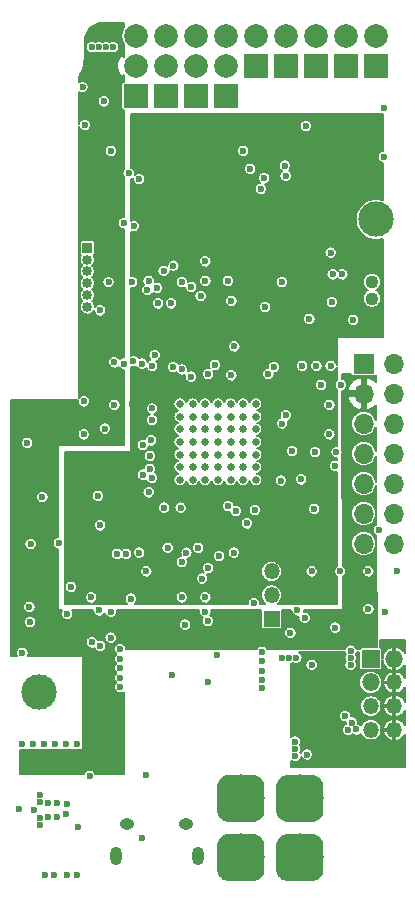
<source format=gbr>
G04 #@! TF.GenerationSoftware,KiCad,Pcbnew,(5.1.2)-1*
G04 #@! TF.CreationDate,2019-07-28T17:54:04+02:00*
G04 #@! TF.ProjectId,qqv11,71717631-312e-46b6-9963-61645f706362,rev?*
G04 #@! TF.SameCoordinates,Original*
G04 #@! TF.FileFunction,Copper,L3,Inr*
G04 #@! TF.FilePolarity,Positive*
%FSLAX46Y46*%
G04 Gerber Fmt 4.6, Leading zero omitted, Abs format (unit mm)*
G04 Created by KiCad (PCBNEW (5.1.2)-1) date 2019-07-28 17:54:04*
%MOMM*%
%LPD*%
G04 APERTURE LIST*
%ADD10C,0.650000*%
%ADD11C,0.100000*%
%ADD12C,4.000000*%
%ADD13C,3.000000*%
%ADD14C,2.000000*%
%ADD15R,2.000000X2.000000*%
%ADD16R,1.700000X1.700000*%
%ADD17O,1.700000X1.700000*%
%ADD18O,1.250000X0.950000*%
%ADD19O,1.000000X1.550000*%
%ADD20R,0.850000X0.850000*%
%ADD21O,0.850000X0.850000*%
%ADD22C,1.108000*%
%ADD23R,1.350000X1.350000*%
%ADD24O,1.350000X1.350000*%
%ADD25R,1.500000X1.500000*%
%ADD26O,1.500000X1.500000*%
%ADD27C,0.600000*%
%ADD28C,0.150000*%
G04 APERTURE END LIST*
D10*
X108642858Y-95042857D03*
X109714286Y-95042857D03*
X110785715Y-95042857D03*
X111857143Y-95042857D03*
X112928571Y-95042857D03*
X114000000Y-95042857D03*
X115071428Y-95042857D03*
X108642858Y-93971429D03*
X109714286Y-93971429D03*
X110785715Y-93971429D03*
X111857143Y-93971429D03*
X112928571Y-93971429D03*
X114000000Y-93971429D03*
X115071428Y-93971429D03*
X108642858Y-92900000D03*
X109714286Y-92900000D03*
X110785715Y-92900000D03*
X111857143Y-92900000D03*
X112928571Y-92900000D03*
X114000000Y-92900000D03*
X115071428Y-92900000D03*
X108642858Y-91828572D03*
X109714286Y-91828572D03*
X110785715Y-91828572D03*
X111857143Y-91828572D03*
X112928571Y-91828572D03*
X114000000Y-91828572D03*
X115071428Y-91828572D03*
X108642858Y-90757144D03*
X109714286Y-90757144D03*
X110785715Y-90757144D03*
X111857143Y-90757144D03*
X112928571Y-90757144D03*
X114000000Y-90757144D03*
X115071428Y-90757144D03*
X108642858Y-89685715D03*
X109714286Y-89685715D03*
X110785715Y-89685715D03*
X111857143Y-89685715D03*
X112928571Y-89685715D03*
X114000000Y-89685715D03*
X115071428Y-89685715D03*
X108642858Y-88614287D03*
X109714286Y-88614287D03*
X110785715Y-88614287D03*
X111857143Y-88614287D03*
X112928571Y-88614287D03*
X114000000Y-88614287D03*
X115071428Y-88614287D03*
D11*
G36*
X114898017Y-125004815D02*
G01*
X114995090Y-125019215D01*
X115090285Y-125043060D01*
X115182683Y-125076120D01*
X115271397Y-125118079D01*
X115355570Y-125168530D01*
X115434393Y-125226990D01*
X115507107Y-125292893D01*
X115573010Y-125365607D01*
X115631470Y-125444430D01*
X115681921Y-125528603D01*
X115723880Y-125617317D01*
X115756940Y-125709715D01*
X115780785Y-125804910D01*
X115795185Y-125901983D01*
X115800000Y-126000000D01*
X115800000Y-128000000D01*
X115795185Y-128098017D01*
X115780785Y-128195090D01*
X115756940Y-128290285D01*
X115723880Y-128382683D01*
X115681921Y-128471397D01*
X115631470Y-128555570D01*
X115573010Y-128634393D01*
X115507107Y-128707107D01*
X115434393Y-128773010D01*
X115355570Y-128831470D01*
X115271397Y-128881921D01*
X115182683Y-128923880D01*
X115090285Y-128956940D01*
X114995090Y-128980785D01*
X114898017Y-128995185D01*
X114800000Y-129000000D01*
X112800000Y-129000000D01*
X112701983Y-128995185D01*
X112604910Y-128980785D01*
X112509715Y-128956940D01*
X112417317Y-128923880D01*
X112328603Y-128881921D01*
X112244430Y-128831470D01*
X112165607Y-128773010D01*
X112092893Y-128707107D01*
X112026990Y-128634393D01*
X111968530Y-128555570D01*
X111918079Y-128471397D01*
X111876120Y-128382683D01*
X111843060Y-128290285D01*
X111819215Y-128195090D01*
X111804815Y-128098017D01*
X111800000Y-128000000D01*
X111800000Y-126000000D01*
X111804815Y-125901983D01*
X111819215Y-125804910D01*
X111843060Y-125709715D01*
X111876120Y-125617317D01*
X111918079Y-125528603D01*
X111968530Y-125444430D01*
X112026990Y-125365607D01*
X112092893Y-125292893D01*
X112165607Y-125226990D01*
X112244430Y-125168530D01*
X112328603Y-125118079D01*
X112417317Y-125076120D01*
X112509715Y-125043060D01*
X112604910Y-125019215D01*
X112701983Y-125004815D01*
X112800000Y-125000000D01*
X114800000Y-125000000D01*
X114898017Y-125004815D01*
X114898017Y-125004815D01*
G37*
D12*
X113800000Y-127000000D03*
D11*
G36*
X119898017Y-125004815D02*
G01*
X119995090Y-125019215D01*
X120090285Y-125043060D01*
X120182683Y-125076120D01*
X120271397Y-125118079D01*
X120355570Y-125168530D01*
X120434393Y-125226990D01*
X120507107Y-125292893D01*
X120573010Y-125365607D01*
X120631470Y-125444430D01*
X120681921Y-125528603D01*
X120723880Y-125617317D01*
X120756940Y-125709715D01*
X120780785Y-125804910D01*
X120795185Y-125901983D01*
X120800000Y-126000000D01*
X120800000Y-128000000D01*
X120795185Y-128098017D01*
X120780785Y-128195090D01*
X120756940Y-128290285D01*
X120723880Y-128382683D01*
X120681921Y-128471397D01*
X120631470Y-128555570D01*
X120573010Y-128634393D01*
X120507107Y-128707107D01*
X120434393Y-128773010D01*
X120355570Y-128831470D01*
X120271397Y-128881921D01*
X120182683Y-128923880D01*
X120090285Y-128956940D01*
X119995090Y-128980785D01*
X119898017Y-128995185D01*
X119800000Y-129000000D01*
X117800000Y-129000000D01*
X117701983Y-128995185D01*
X117604910Y-128980785D01*
X117509715Y-128956940D01*
X117417317Y-128923880D01*
X117328603Y-128881921D01*
X117244430Y-128831470D01*
X117165607Y-128773010D01*
X117092893Y-128707107D01*
X117026990Y-128634393D01*
X116968530Y-128555570D01*
X116918079Y-128471397D01*
X116876120Y-128382683D01*
X116843060Y-128290285D01*
X116819215Y-128195090D01*
X116804815Y-128098017D01*
X116800000Y-128000000D01*
X116800000Y-126000000D01*
X116804815Y-125901983D01*
X116819215Y-125804910D01*
X116843060Y-125709715D01*
X116876120Y-125617317D01*
X116918079Y-125528603D01*
X116968530Y-125444430D01*
X117026990Y-125365607D01*
X117092893Y-125292893D01*
X117165607Y-125226990D01*
X117244430Y-125168530D01*
X117328603Y-125118079D01*
X117417317Y-125076120D01*
X117509715Y-125043060D01*
X117604910Y-125019215D01*
X117701983Y-125004815D01*
X117800000Y-125000000D01*
X119800000Y-125000000D01*
X119898017Y-125004815D01*
X119898017Y-125004815D01*
G37*
D12*
X118800000Y-127000000D03*
D11*
G36*
X119898017Y-120004815D02*
G01*
X119995090Y-120019215D01*
X120090285Y-120043060D01*
X120182683Y-120076120D01*
X120271397Y-120118079D01*
X120355570Y-120168530D01*
X120434393Y-120226990D01*
X120507107Y-120292893D01*
X120573010Y-120365607D01*
X120631470Y-120444430D01*
X120681921Y-120528603D01*
X120723880Y-120617317D01*
X120756940Y-120709715D01*
X120780785Y-120804910D01*
X120795185Y-120901983D01*
X120800000Y-121000000D01*
X120800000Y-123000000D01*
X120795185Y-123098017D01*
X120780785Y-123195090D01*
X120756940Y-123290285D01*
X120723880Y-123382683D01*
X120681921Y-123471397D01*
X120631470Y-123555570D01*
X120573010Y-123634393D01*
X120507107Y-123707107D01*
X120434393Y-123773010D01*
X120355570Y-123831470D01*
X120271397Y-123881921D01*
X120182683Y-123923880D01*
X120090285Y-123956940D01*
X119995090Y-123980785D01*
X119898017Y-123995185D01*
X119800000Y-124000000D01*
X117800000Y-124000000D01*
X117701983Y-123995185D01*
X117604910Y-123980785D01*
X117509715Y-123956940D01*
X117417317Y-123923880D01*
X117328603Y-123881921D01*
X117244430Y-123831470D01*
X117165607Y-123773010D01*
X117092893Y-123707107D01*
X117026990Y-123634393D01*
X116968530Y-123555570D01*
X116918079Y-123471397D01*
X116876120Y-123382683D01*
X116843060Y-123290285D01*
X116819215Y-123195090D01*
X116804815Y-123098017D01*
X116800000Y-123000000D01*
X116800000Y-121000000D01*
X116804815Y-120901983D01*
X116819215Y-120804910D01*
X116843060Y-120709715D01*
X116876120Y-120617317D01*
X116918079Y-120528603D01*
X116968530Y-120444430D01*
X117026990Y-120365607D01*
X117092893Y-120292893D01*
X117165607Y-120226990D01*
X117244430Y-120168530D01*
X117328603Y-120118079D01*
X117417317Y-120076120D01*
X117509715Y-120043060D01*
X117604910Y-120019215D01*
X117701983Y-120004815D01*
X117800000Y-120000000D01*
X119800000Y-120000000D01*
X119898017Y-120004815D01*
X119898017Y-120004815D01*
G37*
D12*
X118800000Y-122000000D03*
D11*
G36*
X114898017Y-120004815D02*
G01*
X114995090Y-120019215D01*
X115090285Y-120043060D01*
X115182683Y-120076120D01*
X115271397Y-120118079D01*
X115355570Y-120168530D01*
X115434393Y-120226990D01*
X115507107Y-120292893D01*
X115573010Y-120365607D01*
X115631470Y-120444430D01*
X115681921Y-120528603D01*
X115723880Y-120617317D01*
X115756940Y-120709715D01*
X115780785Y-120804910D01*
X115795185Y-120901983D01*
X115800000Y-121000000D01*
X115800000Y-123000000D01*
X115795185Y-123098017D01*
X115780785Y-123195090D01*
X115756940Y-123290285D01*
X115723880Y-123382683D01*
X115681921Y-123471397D01*
X115631470Y-123555570D01*
X115573010Y-123634393D01*
X115507107Y-123707107D01*
X115434393Y-123773010D01*
X115355570Y-123831470D01*
X115271397Y-123881921D01*
X115182683Y-123923880D01*
X115090285Y-123956940D01*
X114995090Y-123980785D01*
X114898017Y-123995185D01*
X114800000Y-124000000D01*
X112800000Y-124000000D01*
X112701983Y-123995185D01*
X112604910Y-123980785D01*
X112509715Y-123956940D01*
X112417317Y-123923880D01*
X112328603Y-123881921D01*
X112244430Y-123831470D01*
X112165607Y-123773010D01*
X112092893Y-123707107D01*
X112026990Y-123634393D01*
X111968530Y-123555570D01*
X111918079Y-123471397D01*
X111876120Y-123382683D01*
X111843060Y-123290285D01*
X111819215Y-123195090D01*
X111804815Y-123098017D01*
X111800000Y-123000000D01*
X111800000Y-121000000D01*
X111804815Y-120901983D01*
X111819215Y-120804910D01*
X111843060Y-120709715D01*
X111876120Y-120617317D01*
X111918079Y-120528603D01*
X111968530Y-120444430D01*
X112026990Y-120365607D01*
X112092893Y-120292893D01*
X112165607Y-120226990D01*
X112244430Y-120168530D01*
X112328603Y-120118079D01*
X112417317Y-120076120D01*
X112509715Y-120043060D01*
X112604910Y-120019215D01*
X112701983Y-120004815D01*
X112800000Y-120000000D01*
X114800000Y-120000000D01*
X114898017Y-120004815D01*
X114898017Y-120004815D01*
G37*
D12*
X113800000Y-122000000D03*
D13*
X96750000Y-113000000D03*
X125250000Y-73000000D03*
D14*
X104920000Y-57460000D03*
X107460000Y-57460000D03*
X110000000Y-57460000D03*
X112540000Y-57460000D03*
X115080000Y-57460000D03*
X117620000Y-57460000D03*
X120160000Y-57460000D03*
X122700000Y-57460000D03*
X125240000Y-57460000D03*
X104920000Y-60000000D03*
X107460000Y-60000000D03*
X110000000Y-60000000D03*
X112540000Y-60000000D03*
D15*
X115080000Y-60000000D03*
X117620000Y-60000000D03*
X120160000Y-60000000D03*
X122700000Y-60000000D03*
X125240000Y-60000000D03*
X104920000Y-62540000D03*
X107460000Y-62540000D03*
X110000000Y-62540000D03*
X112540000Y-62540000D03*
D16*
X124200000Y-85200000D03*
D17*
X126740000Y-85200000D03*
X124200000Y-87740000D03*
X126740000Y-87740000D03*
X124200000Y-90280000D03*
X126740000Y-90280000D03*
X124200000Y-92820000D03*
X126740000Y-92820000D03*
X124200000Y-95360000D03*
X126740000Y-95360000D03*
X124200000Y-97900000D03*
X126740000Y-97900000D03*
X124200000Y-100440000D03*
X126740000Y-100440000D03*
D18*
X104200000Y-124200000D03*
X109200000Y-124200000D03*
D19*
X110200000Y-126900000D03*
X103200000Y-126900000D03*
D20*
X100800000Y-75400000D03*
D21*
X100800000Y-76400000D03*
X100800000Y-77400000D03*
X100800000Y-78400000D03*
X100800000Y-79400000D03*
X100800000Y-80400000D03*
D22*
X124900000Y-79700000D03*
X124900000Y-78300000D03*
D23*
X116400000Y-106800000D03*
D24*
X116400000Y-104800000D03*
X116400000Y-102800000D03*
D25*
X124800000Y-110200000D03*
D26*
X126800000Y-110200000D03*
X124800000Y-112200000D03*
D24*
X126800000Y-112200000D03*
X124800000Y-114200000D03*
X126800000Y-114200000D03*
X124800000Y-116200000D03*
X126800000Y-116200000D03*
D27*
X105800000Y-120000000D03*
X98958334Y-123351390D03*
X95000000Y-122900000D03*
X101000000Y-120100000D03*
X105400000Y-125400000D03*
X102774990Y-108400000D03*
X123300000Y-81500000D03*
X119800000Y-102800000D03*
X122200000Y-102800000D03*
X124600000Y-102800000D03*
X127000000Y-102800000D03*
X125900000Y-63600000D03*
X125900000Y-67700000D03*
X100000000Y-124400000D03*
X95300000Y-117400000D03*
X96200000Y-117400000D03*
X97100000Y-117400000D03*
X98100000Y-117400000D03*
X99000000Y-117400000D03*
X99900000Y-117400000D03*
X98400000Y-100400000D03*
X109200000Y-101200000D03*
X113200000Y-101200000D03*
X121900000Y-92700000D03*
X121300000Y-91200000D03*
X121300000Y-88700000D03*
X114900000Y-105500000D03*
X103600000Y-112600000D03*
X103600000Y-111800000D03*
X103600000Y-111000000D03*
X103600000Y-110200000D03*
X103600000Y-109400000D03*
X121400000Y-75800000D03*
X100600000Y-65000000D03*
X102800000Y-67200000D03*
X108000000Y-111600000D03*
X115600000Y-112700000D03*
X115600000Y-112000000D03*
X115600000Y-111200000D03*
X115600000Y-110400000D03*
X115600000Y-109600000D03*
X111000000Y-112200000D03*
X99100000Y-106400000D03*
X99400000Y-104100000D03*
X104100000Y-101300000D03*
X108800000Y-105000000D03*
X105800000Y-102800000D03*
X108800000Y-78300000D03*
X104600000Y-78300000D03*
X102600000Y-78300000D03*
X110800000Y-78200000D03*
X112700000Y-78200000D03*
X100400000Y-61800000D03*
X97200000Y-128500000D03*
X98000000Y-128500000D03*
X99100000Y-128500000D03*
X99900000Y-128500000D03*
X96000000Y-100500000D03*
X95300000Y-109700000D03*
X95963434Y-107090859D03*
X95900000Y-105799244D03*
X111800000Y-109900000D03*
X105500000Y-92100000D03*
X105500000Y-94600000D03*
X101700000Y-96400000D03*
X118000000Y-108000000D03*
X111000000Y-107000000D03*
X118500000Y-110100000D03*
X117900000Y-110100000D03*
X117300000Y-110100000D03*
X118400000Y-117200000D03*
X118400000Y-117800000D03*
X118400000Y-118400000D03*
X122900000Y-116200000D03*
X123578248Y-116178248D03*
X123200000Y-115600000D03*
X123100000Y-110700000D03*
X123100000Y-110100000D03*
X123100000Y-109500000D03*
X119300000Y-65100000D03*
X117533371Y-68433371D03*
X119600000Y-81400000D03*
X119000000Y-85400000D03*
X120200000Y-85400000D03*
X121400000Y-85400000D03*
X121500000Y-80000000D03*
X106500000Y-84500005D03*
X95700000Y-91900000D03*
X103100000Y-88700000D03*
X102300000Y-90700000D03*
X101900000Y-80700000D03*
X113250021Y-83750002D03*
X110200000Y-100800000D03*
X101200000Y-58400000D03*
X101800000Y-58400000D03*
X102400000Y-58400000D03*
X103000000Y-58400000D03*
X99066171Y-122482195D03*
X96300000Y-123000000D03*
X99300000Y-100500000D03*
X100600000Y-101600000D03*
X100600000Y-102400000D03*
X99800000Y-102400000D03*
X99800000Y-101600000D03*
X104800000Y-68000000D03*
X102200000Y-63000000D03*
X103800000Y-96400000D03*
X101800000Y-93000000D03*
X125500000Y-82600000D03*
X104700000Y-89800000D03*
X104600000Y-88600000D03*
X118900000Y-87800000D03*
X118900000Y-90300000D03*
X120300000Y-82300000D03*
X120890859Y-83863434D03*
X117600000Y-72500000D03*
X116500000Y-80800000D03*
X106500000Y-83750002D03*
X99278768Y-93078768D03*
X113900000Y-85500000D03*
X104674990Y-72700000D03*
X110200000Y-98800000D03*
X110525000Y-103400000D03*
X103300000Y-101300000D03*
X95300000Y-118800000D03*
X96200000Y-118800000D03*
X97100000Y-118800000D03*
X98100000Y-118800000D03*
X99000000Y-118800000D03*
X99900000Y-118800000D03*
X101200000Y-60000000D03*
X101800000Y-60000000D03*
X102400000Y-60000000D03*
X103000000Y-60000000D03*
X102600000Y-75000000D03*
X117800000Y-106400000D03*
X110800000Y-76549998D03*
X103400000Y-78400000D03*
X98100000Y-109700000D03*
X97500000Y-109700000D03*
X96900000Y-109700000D03*
X96300000Y-109700000D03*
X118400000Y-111600000D03*
X118400000Y-114000000D03*
X118400000Y-112800000D03*
X118400000Y-113400000D03*
X118400000Y-112200000D03*
X118400000Y-114600000D03*
X118400000Y-115200000D03*
X118400000Y-115800000D03*
X118400000Y-116400000D03*
X97500000Y-123600000D03*
X98200000Y-123600000D03*
X96800000Y-124300000D03*
X96800000Y-123700000D03*
X97500000Y-122400000D03*
X98200000Y-122400000D03*
X96800000Y-121700000D03*
X96800000Y-122300000D03*
X111600000Y-85300000D03*
X122275000Y-87000000D03*
X120600000Y-87000000D03*
X101899998Y-98900000D03*
X104500000Y-105100000D03*
X117300000Y-90275000D03*
X101800000Y-106100000D03*
X101125000Y-105000000D03*
X117604604Y-89589640D03*
X119400000Y-118300000D03*
X119200000Y-106725000D03*
X122639252Y-115039252D03*
X126000000Y-106200000D03*
X121800000Y-107550000D03*
X118600000Y-106100000D03*
X119800000Y-110700000D03*
X124600000Y-106000000D03*
X115856879Y-80414128D03*
X116132143Y-86100000D03*
X114000000Y-67200000D03*
X111025000Y-86100000D03*
X107300000Y-97400000D03*
X109100000Y-107300000D03*
X111028768Y-102528768D03*
X109582143Y-86300000D03*
X108800000Y-85700000D03*
X118149998Y-92603572D03*
X118900000Y-95000000D03*
X100500000Y-91200000D03*
X100500000Y-88400000D03*
X121575001Y-77650002D03*
X120100000Y-92700000D03*
X122400000Y-77650002D03*
X121791268Y-93866268D03*
X117200000Y-95100000D03*
X97000000Y-96500000D03*
X107259093Y-77340907D03*
X106000000Y-78200000D03*
X106275000Y-94875000D03*
X103100000Y-85100000D03*
X106100000Y-94103572D03*
X103900000Y-85200000D03*
X106300000Y-90000000D03*
X105421145Y-85206041D03*
X106700000Y-78800000D03*
X108100000Y-76900000D03*
X106200000Y-91700000D03*
X104700000Y-85000000D03*
X109600000Y-78700000D03*
X105896753Y-78983982D03*
X115000000Y-97600000D03*
X120000000Y-97500000D03*
X114320000Y-98725010D03*
X113375000Y-97700000D03*
X112730339Y-97269661D03*
X111975000Y-101500000D03*
X108700000Y-97400000D03*
X108078855Y-85493959D03*
X110400000Y-79500000D03*
X107900000Y-80100000D03*
X125500000Y-99300000D03*
X107600000Y-100800000D03*
X108800000Y-102000000D03*
X105200000Y-101200000D03*
X106000000Y-96100000D03*
X106100000Y-93000000D03*
X115500000Y-70400000D03*
X106300000Y-89000000D03*
X106300000Y-85400000D03*
X106800000Y-80100000D03*
X102800000Y-106200000D03*
X101900000Y-109100000D03*
X101200000Y-108800000D03*
X104728768Y-73571232D03*
X105181262Y-69576260D03*
X103900000Y-73300000D03*
X104300000Y-69100000D03*
X116600000Y-85500000D03*
X113000000Y-79900000D03*
X113000000Y-86200026D03*
X117600000Y-69300000D03*
X115775000Y-69500000D03*
X110800000Y-106200000D03*
X110800000Y-105000000D03*
X114600000Y-68700000D03*
X117275000Y-78300000D03*
D28*
G36*
X127675001Y-109667730D02*
G01*
X127671107Y-109659809D01*
X127548983Y-109500244D01*
X127398076Y-109367570D01*
X127224185Y-109266886D01*
X127033993Y-109202061D01*
X126875000Y-109246493D01*
X126875000Y-110125000D01*
X126895000Y-110125000D01*
X126895000Y-110275000D01*
X126875000Y-110275000D01*
X126875000Y-111153507D01*
X127033993Y-111197939D01*
X127224185Y-111133114D01*
X127398076Y-111032430D01*
X127548983Y-110899756D01*
X127671107Y-110740191D01*
X127675001Y-110732270D01*
X127675001Y-111837675D01*
X127610255Y-111704021D01*
X127497925Y-111555478D01*
X127358775Y-111431704D01*
X127198151Y-111337455D01*
X127022226Y-111276353D01*
X126875000Y-111321711D01*
X126875000Y-112125000D01*
X126895000Y-112125000D01*
X126895000Y-112275000D01*
X126875000Y-112275000D01*
X126875000Y-113078289D01*
X127022226Y-113123647D01*
X127198151Y-113062545D01*
X127358775Y-112968296D01*
X127497925Y-112844522D01*
X127610255Y-112695979D01*
X127675001Y-112562325D01*
X127675001Y-113837675D01*
X127610255Y-113704021D01*
X127497925Y-113555478D01*
X127358775Y-113431704D01*
X127198151Y-113337455D01*
X127022226Y-113276353D01*
X126875000Y-113321711D01*
X126875000Y-114125000D01*
X126895000Y-114125000D01*
X126895000Y-114275000D01*
X126875000Y-114275000D01*
X126875000Y-115078289D01*
X127022226Y-115123647D01*
X127198151Y-115062545D01*
X127358775Y-114968296D01*
X127497925Y-114844522D01*
X127610255Y-114695979D01*
X127675001Y-114562325D01*
X127675001Y-115837675D01*
X127610255Y-115704021D01*
X127497925Y-115555478D01*
X127358775Y-115431704D01*
X127198151Y-115337455D01*
X127022226Y-115276353D01*
X126875000Y-115321711D01*
X126875000Y-116125000D01*
X126895000Y-116125000D01*
X126895000Y-116275000D01*
X126875000Y-116275000D01*
X126875000Y-117078289D01*
X127022226Y-117123647D01*
X127198151Y-117062545D01*
X127358775Y-116968296D01*
X127497925Y-116844522D01*
X127610255Y-116695979D01*
X127675001Y-116562325D01*
X127675001Y-119325000D01*
X118075000Y-119325000D01*
X118075000Y-118814254D01*
X118151319Y-118865249D01*
X118246863Y-118904824D01*
X118348292Y-118925000D01*
X118451708Y-118925000D01*
X118553137Y-118904824D01*
X118648681Y-118865249D01*
X118734668Y-118807794D01*
X118807794Y-118734668D01*
X118865249Y-118648681D01*
X118904824Y-118553137D01*
X118915132Y-118501316D01*
X118934751Y-118548681D01*
X118992206Y-118634668D01*
X119065332Y-118707794D01*
X119151319Y-118765249D01*
X119246863Y-118804824D01*
X119348292Y-118825000D01*
X119451708Y-118825000D01*
X119553137Y-118804824D01*
X119648681Y-118765249D01*
X119734668Y-118707794D01*
X119807794Y-118634668D01*
X119865249Y-118548681D01*
X119904824Y-118453137D01*
X119925000Y-118351708D01*
X119925000Y-118248292D01*
X119904824Y-118146863D01*
X119865249Y-118051319D01*
X119807794Y-117965332D01*
X119734668Y-117892206D01*
X119648681Y-117834751D01*
X119553137Y-117795176D01*
X119451708Y-117775000D01*
X119348292Y-117775000D01*
X119246863Y-117795176D01*
X119151319Y-117834751D01*
X119065332Y-117892206D01*
X118992206Y-117965332D01*
X118934751Y-118051319D01*
X118895176Y-118146863D01*
X118884868Y-118198684D01*
X118865249Y-118151319D01*
X118830959Y-118100000D01*
X118865249Y-118048681D01*
X118904824Y-117953137D01*
X118925000Y-117851708D01*
X118925000Y-117748292D01*
X118904824Y-117646863D01*
X118865249Y-117551319D01*
X118830959Y-117500000D01*
X118865249Y-117448681D01*
X118904824Y-117353137D01*
X118925000Y-117251708D01*
X118925000Y-117148292D01*
X118904824Y-117046863D01*
X118865249Y-116951319D01*
X118807794Y-116865332D01*
X118734668Y-116792206D01*
X118648681Y-116734751D01*
X118553137Y-116695176D01*
X118451708Y-116675000D01*
X118348292Y-116675000D01*
X118246863Y-116695176D01*
X118151319Y-116734751D01*
X118075000Y-116785746D01*
X118075000Y-114987544D01*
X122114252Y-114987544D01*
X122114252Y-115090960D01*
X122134428Y-115192389D01*
X122174003Y-115287933D01*
X122231458Y-115373920D01*
X122304584Y-115447046D01*
X122390571Y-115504501D01*
X122486115Y-115544076D01*
X122587544Y-115564252D01*
X122675000Y-115564252D01*
X122675000Y-115651708D01*
X122688459Y-115719367D01*
X122651319Y-115734751D01*
X122565332Y-115792206D01*
X122492206Y-115865332D01*
X122434751Y-115951319D01*
X122395176Y-116046863D01*
X122375000Y-116148292D01*
X122375000Y-116251708D01*
X122395176Y-116353137D01*
X122434751Y-116448681D01*
X122492206Y-116534668D01*
X122565332Y-116607794D01*
X122651319Y-116665249D01*
X122746863Y-116704824D01*
X122848292Y-116725000D01*
X122951708Y-116725000D01*
X123053137Y-116704824D01*
X123148681Y-116665249D01*
X123234668Y-116607794D01*
X123251277Y-116591185D01*
X123329567Y-116643497D01*
X123425111Y-116683072D01*
X123526540Y-116703248D01*
X123629956Y-116703248D01*
X123731385Y-116683072D01*
X123826929Y-116643497D01*
X123912916Y-116586042D01*
X123961784Y-116537174D01*
X123964486Y-116546081D01*
X124048057Y-116702432D01*
X124160525Y-116839475D01*
X124297568Y-116951943D01*
X124453919Y-117035514D01*
X124623569Y-117086977D01*
X124755793Y-117100000D01*
X124844207Y-117100000D01*
X124976431Y-117086977D01*
X125146081Y-117035514D01*
X125302432Y-116951943D01*
X125439475Y-116839475D01*
X125551943Y-116702432D01*
X125635514Y-116546081D01*
X125673085Y-116422226D01*
X125876357Y-116422226D01*
X125908553Y-116528376D01*
X125989745Y-116695979D01*
X126102075Y-116844522D01*
X126241225Y-116968296D01*
X126401849Y-117062545D01*
X126577774Y-117123647D01*
X126725000Y-117078289D01*
X126725000Y-116275000D01*
X125921947Y-116275000D01*
X125876357Y-116422226D01*
X125673085Y-116422226D01*
X125686977Y-116376431D01*
X125704354Y-116200000D01*
X125686977Y-116023569D01*
X125673086Y-115977774D01*
X125876357Y-115977774D01*
X125921947Y-116125000D01*
X126725000Y-116125000D01*
X126725000Y-115321711D01*
X126577774Y-115276353D01*
X126401849Y-115337455D01*
X126241225Y-115431704D01*
X126102075Y-115555478D01*
X125989745Y-115704021D01*
X125908553Y-115871624D01*
X125876357Y-115977774D01*
X125673086Y-115977774D01*
X125635514Y-115853919D01*
X125551943Y-115697568D01*
X125439475Y-115560525D01*
X125302432Y-115448057D01*
X125146081Y-115364486D01*
X124976431Y-115313023D01*
X124844207Y-115300000D01*
X124755793Y-115300000D01*
X124623569Y-115313023D01*
X124453919Y-115364486D01*
X124297568Y-115448057D01*
X124160525Y-115560525D01*
X124048057Y-115697568D01*
X123975596Y-115833134D01*
X123912916Y-115770454D01*
X123826929Y-115712999D01*
X123731385Y-115673424D01*
X123721088Y-115671376D01*
X123725000Y-115651708D01*
X123725000Y-115548292D01*
X123704824Y-115446863D01*
X123665249Y-115351319D01*
X123607794Y-115265332D01*
X123534668Y-115192206D01*
X123448681Y-115134751D01*
X123353137Y-115095176D01*
X123251708Y-115075000D01*
X123164252Y-115075000D01*
X123164252Y-114987544D01*
X123144076Y-114886115D01*
X123104501Y-114790571D01*
X123047046Y-114704584D01*
X122973920Y-114631458D01*
X122887933Y-114574003D01*
X122792389Y-114534428D01*
X122690960Y-114514252D01*
X122587544Y-114514252D01*
X122486115Y-114534428D01*
X122390571Y-114574003D01*
X122304584Y-114631458D01*
X122231458Y-114704584D01*
X122174003Y-114790571D01*
X122134428Y-114886115D01*
X122114252Y-114987544D01*
X118075000Y-114987544D01*
X118075000Y-114200000D01*
X123895646Y-114200000D01*
X123913023Y-114376431D01*
X123964486Y-114546081D01*
X124048057Y-114702432D01*
X124160525Y-114839475D01*
X124297568Y-114951943D01*
X124453919Y-115035514D01*
X124623569Y-115086977D01*
X124755793Y-115100000D01*
X124844207Y-115100000D01*
X124976431Y-115086977D01*
X125146081Y-115035514D01*
X125302432Y-114951943D01*
X125439475Y-114839475D01*
X125551943Y-114702432D01*
X125635514Y-114546081D01*
X125673085Y-114422226D01*
X125876357Y-114422226D01*
X125908553Y-114528376D01*
X125989745Y-114695979D01*
X126102075Y-114844522D01*
X126241225Y-114968296D01*
X126401849Y-115062545D01*
X126577774Y-115123647D01*
X126725000Y-115078289D01*
X126725000Y-114275000D01*
X125921947Y-114275000D01*
X125876357Y-114422226D01*
X125673085Y-114422226D01*
X125686977Y-114376431D01*
X125704354Y-114200000D01*
X125686977Y-114023569D01*
X125673086Y-113977774D01*
X125876357Y-113977774D01*
X125921947Y-114125000D01*
X126725000Y-114125000D01*
X126725000Y-113321711D01*
X126577774Y-113276353D01*
X126401849Y-113337455D01*
X126241225Y-113431704D01*
X126102075Y-113555478D01*
X125989745Y-113704021D01*
X125908553Y-113871624D01*
X125876357Y-113977774D01*
X125673086Y-113977774D01*
X125635514Y-113853919D01*
X125551943Y-113697568D01*
X125439475Y-113560525D01*
X125302432Y-113448057D01*
X125146081Y-113364486D01*
X124976431Y-113313023D01*
X124844207Y-113300000D01*
X124755793Y-113300000D01*
X124623569Y-113313023D01*
X124453919Y-113364486D01*
X124297568Y-113448057D01*
X124160525Y-113560525D01*
X124048057Y-113697568D01*
X123964486Y-113853919D01*
X123913023Y-114023569D01*
X123895646Y-114200000D01*
X118075000Y-114200000D01*
X118075000Y-112200000D01*
X123820283Y-112200000D01*
X123839108Y-112391133D01*
X123894860Y-112574921D01*
X123985395Y-112744302D01*
X124107235Y-112892765D01*
X124255698Y-113014605D01*
X124425079Y-113105140D01*
X124608867Y-113160892D01*
X124752108Y-113175000D01*
X124847892Y-113175000D01*
X124991133Y-113160892D01*
X125174921Y-113105140D01*
X125344302Y-113014605D01*
X125492765Y-112892765D01*
X125614605Y-112744302D01*
X125705140Y-112574921D01*
X125751459Y-112422226D01*
X125876357Y-112422226D01*
X125908553Y-112528376D01*
X125989745Y-112695979D01*
X126102075Y-112844522D01*
X126241225Y-112968296D01*
X126401849Y-113062545D01*
X126577774Y-113123647D01*
X126725000Y-113078289D01*
X126725000Y-112275000D01*
X125921947Y-112275000D01*
X125876357Y-112422226D01*
X125751459Y-112422226D01*
X125760892Y-112391133D01*
X125779717Y-112200000D01*
X125760892Y-112008867D01*
X125751460Y-111977774D01*
X125876357Y-111977774D01*
X125921947Y-112125000D01*
X126725000Y-112125000D01*
X126725000Y-111321711D01*
X126577774Y-111276353D01*
X126401849Y-111337455D01*
X126241225Y-111431704D01*
X126102075Y-111555478D01*
X125989745Y-111704021D01*
X125908553Y-111871624D01*
X125876357Y-111977774D01*
X125751460Y-111977774D01*
X125705140Y-111825079D01*
X125614605Y-111655698D01*
X125492765Y-111507235D01*
X125344302Y-111385395D01*
X125174921Y-111294860D01*
X124991133Y-111239108D01*
X124847892Y-111225000D01*
X124752108Y-111225000D01*
X124608867Y-111239108D01*
X124425079Y-111294860D01*
X124255698Y-111385395D01*
X124107235Y-111507235D01*
X123985395Y-111655698D01*
X123894860Y-111825079D01*
X123839108Y-112008867D01*
X123820283Y-112200000D01*
X118075000Y-112200000D01*
X118075000Y-110648292D01*
X119275000Y-110648292D01*
X119275000Y-110751708D01*
X119295176Y-110853137D01*
X119334751Y-110948681D01*
X119392206Y-111034668D01*
X119465332Y-111107794D01*
X119551319Y-111165249D01*
X119646863Y-111204824D01*
X119748292Y-111225000D01*
X119851708Y-111225000D01*
X119953137Y-111204824D01*
X120048681Y-111165249D01*
X120134668Y-111107794D01*
X120207794Y-111034668D01*
X120265249Y-110948681D01*
X120304824Y-110853137D01*
X120325000Y-110751708D01*
X120325000Y-110648292D01*
X120304824Y-110546863D01*
X120265249Y-110451319D01*
X120207794Y-110365332D01*
X120134668Y-110292206D01*
X120048681Y-110234751D01*
X119953137Y-110195176D01*
X119851708Y-110175000D01*
X119748292Y-110175000D01*
X119646863Y-110195176D01*
X119551319Y-110234751D01*
X119465332Y-110292206D01*
X119392206Y-110365332D01*
X119334751Y-110451319D01*
X119295176Y-110546863D01*
X119275000Y-110648292D01*
X118075000Y-110648292D01*
X118075000Y-110595768D01*
X118148681Y-110565249D01*
X118200000Y-110530959D01*
X118251319Y-110565249D01*
X118346863Y-110604824D01*
X118448292Y-110625000D01*
X118551708Y-110625000D01*
X118653137Y-110604824D01*
X118748681Y-110565249D01*
X118834668Y-110507794D01*
X118907794Y-110434668D01*
X118965249Y-110348681D01*
X119004824Y-110253137D01*
X119025000Y-110151708D01*
X119025000Y-110048292D01*
X119004824Y-109946863D01*
X118965249Y-109851319D01*
X118907794Y-109765332D01*
X118834668Y-109692206D01*
X118748681Y-109634751D01*
X118725140Y-109625000D01*
X122589579Y-109625000D01*
X122595176Y-109653137D01*
X122634751Y-109748681D01*
X122669041Y-109800000D01*
X122634751Y-109851319D01*
X122595176Y-109946863D01*
X122575000Y-110048292D01*
X122575000Y-110151708D01*
X122595176Y-110253137D01*
X122634751Y-110348681D01*
X122669041Y-110400000D01*
X122634751Y-110451319D01*
X122595176Y-110546863D01*
X122575000Y-110648292D01*
X122575000Y-110751708D01*
X122595176Y-110853137D01*
X122634751Y-110948681D01*
X122692206Y-111034668D01*
X122765332Y-111107794D01*
X122851319Y-111165249D01*
X122946863Y-111204824D01*
X123048292Y-111225000D01*
X123151708Y-111225000D01*
X123253137Y-111204824D01*
X123348681Y-111165249D01*
X123434668Y-111107794D01*
X123507794Y-111034668D01*
X123565249Y-110948681D01*
X123604824Y-110853137D01*
X123625000Y-110751708D01*
X123625000Y-110648292D01*
X123604824Y-110546863D01*
X123565249Y-110451319D01*
X123530959Y-110400000D01*
X123565249Y-110348681D01*
X123604824Y-110253137D01*
X123625000Y-110151708D01*
X123625000Y-110048292D01*
X123604824Y-109946863D01*
X123565249Y-109851319D01*
X123530959Y-109800000D01*
X123565249Y-109748681D01*
X123604824Y-109653137D01*
X123610421Y-109625000D01*
X123823912Y-109625000D01*
X123823912Y-110950000D01*
X123828256Y-110994108D01*
X123841122Y-111036520D01*
X123862015Y-111075608D01*
X123890132Y-111109868D01*
X123924392Y-111137985D01*
X123963480Y-111158878D01*
X124005892Y-111171744D01*
X124050000Y-111176088D01*
X125550000Y-111176088D01*
X125594108Y-111171744D01*
X125636520Y-111158878D01*
X125675608Y-111137985D01*
X125709868Y-111109868D01*
X125737985Y-111075608D01*
X125758878Y-111036520D01*
X125771744Y-110994108D01*
X125776088Y-110950000D01*
X125776088Y-110275002D01*
X125846695Y-110275002D01*
X125802066Y-110433992D01*
X125840245Y-110559867D01*
X125928893Y-110740191D01*
X126051017Y-110899756D01*
X126201924Y-111032430D01*
X126375815Y-111133114D01*
X126566007Y-111197939D01*
X126725000Y-111153507D01*
X126725000Y-110275000D01*
X126705000Y-110275000D01*
X126705000Y-110125000D01*
X126725000Y-110125000D01*
X126725000Y-109246493D01*
X126566007Y-109202061D01*
X126375815Y-109266886D01*
X126201924Y-109367570D01*
X126051017Y-109500244D01*
X125928893Y-109659809D01*
X125840245Y-109840133D01*
X125802066Y-109966008D01*
X125846695Y-110124998D01*
X125776088Y-110124998D01*
X125776088Y-109450000D01*
X125771744Y-109405892D01*
X125758878Y-109363480D01*
X125737985Y-109324392D01*
X125709868Y-109290132D01*
X125675608Y-109262015D01*
X125636520Y-109241122D01*
X125624307Y-109237417D01*
X125621476Y-108575000D01*
X127675001Y-108575000D01*
X127675001Y-109667730D01*
X127675001Y-109667730D01*
G37*
X127675001Y-109667730D02*
X127671107Y-109659809D01*
X127548983Y-109500244D01*
X127398076Y-109367570D01*
X127224185Y-109266886D01*
X127033993Y-109202061D01*
X126875000Y-109246493D01*
X126875000Y-110125000D01*
X126895000Y-110125000D01*
X126895000Y-110275000D01*
X126875000Y-110275000D01*
X126875000Y-111153507D01*
X127033993Y-111197939D01*
X127224185Y-111133114D01*
X127398076Y-111032430D01*
X127548983Y-110899756D01*
X127671107Y-110740191D01*
X127675001Y-110732270D01*
X127675001Y-111837675D01*
X127610255Y-111704021D01*
X127497925Y-111555478D01*
X127358775Y-111431704D01*
X127198151Y-111337455D01*
X127022226Y-111276353D01*
X126875000Y-111321711D01*
X126875000Y-112125000D01*
X126895000Y-112125000D01*
X126895000Y-112275000D01*
X126875000Y-112275000D01*
X126875000Y-113078289D01*
X127022226Y-113123647D01*
X127198151Y-113062545D01*
X127358775Y-112968296D01*
X127497925Y-112844522D01*
X127610255Y-112695979D01*
X127675001Y-112562325D01*
X127675001Y-113837675D01*
X127610255Y-113704021D01*
X127497925Y-113555478D01*
X127358775Y-113431704D01*
X127198151Y-113337455D01*
X127022226Y-113276353D01*
X126875000Y-113321711D01*
X126875000Y-114125000D01*
X126895000Y-114125000D01*
X126895000Y-114275000D01*
X126875000Y-114275000D01*
X126875000Y-115078289D01*
X127022226Y-115123647D01*
X127198151Y-115062545D01*
X127358775Y-114968296D01*
X127497925Y-114844522D01*
X127610255Y-114695979D01*
X127675001Y-114562325D01*
X127675001Y-115837675D01*
X127610255Y-115704021D01*
X127497925Y-115555478D01*
X127358775Y-115431704D01*
X127198151Y-115337455D01*
X127022226Y-115276353D01*
X126875000Y-115321711D01*
X126875000Y-116125000D01*
X126895000Y-116125000D01*
X126895000Y-116275000D01*
X126875000Y-116275000D01*
X126875000Y-117078289D01*
X127022226Y-117123647D01*
X127198151Y-117062545D01*
X127358775Y-116968296D01*
X127497925Y-116844522D01*
X127610255Y-116695979D01*
X127675001Y-116562325D01*
X127675001Y-119325000D01*
X118075000Y-119325000D01*
X118075000Y-118814254D01*
X118151319Y-118865249D01*
X118246863Y-118904824D01*
X118348292Y-118925000D01*
X118451708Y-118925000D01*
X118553137Y-118904824D01*
X118648681Y-118865249D01*
X118734668Y-118807794D01*
X118807794Y-118734668D01*
X118865249Y-118648681D01*
X118904824Y-118553137D01*
X118915132Y-118501316D01*
X118934751Y-118548681D01*
X118992206Y-118634668D01*
X119065332Y-118707794D01*
X119151319Y-118765249D01*
X119246863Y-118804824D01*
X119348292Y-118825000D01*
X119451708Y-118825000D01*
X119553137Y-118804824D01*
X119648681Y-118765249D01*
X119734668Y-118707794D01*
X119807794Y-118634668D01*
X119865249Y-118548681D01*
X119904824Y-118453137D01*
X119925000Y-118351708D01*
X119925000Y-118248292D01*
X119904824Y-118146863D01*
X119865249Y-118051319D01*
X119807794Y-117965332D01*
X119734668Y-117892206D01*
X119648681Y-117834751D01*
X119553137Y-117795176D01*
X119451708Y-117775000D01*
X119348292Y-117775000D01*
X119246863Y-117795176D01*
X119151319Y-117834751D01*
X119065332Y-117892206D01*
X118992206Y-117965332D01*
X118934751Y-118051319D01*
X118895176Y-118146863D01*
X118884868Y-118198684D01*
X118865249Y-118151319D01*
X118830959Y-118100000D01*
X118865249Y-118048681D01*
X118904824Y-117953137D01*
X118925000Y-117851708D01*
X118925000Y-117748292D01*
X118904824Y-117646863D01*
X118865249Y-117551319D01*
X118830959Y-117500000D01*
X118865249Y-117448681D01*
X118904824Y-117353137D01*
X118925000Y-117251708D01*
X118925000Y-117148292D01*
X118904824Y-117046863D01*
X118865249Y-116951319D01*
X118807794Y-116865332D01*
X118734668Y-116792206D01*
X118648681Y-116734751D01*
X118553137Y-116695176D01*
X118451708Y-116675000D01*
X118348292Y-116675000D01*
X118246863Y-116695176D01*
X118151319Y-116734751D01*
X118075000Y-116785746D01*
X118075000Y-114987544D01*
X122114252Y-114987544D01*
X122114252Y-115090960D01*
X122134428Y-115192389D01*
X122174003Y-115287933D01*
X122231458Y-115373920D01*
X122304584Y-115447046D01*
X122390571Y-115504501D01*
X122486115Y-115544076D01*
X122587544Y-115564252D01*
X122675000Y-115564252D01*
X122675000Y-115651708D01*
X122688459Y-115719367D01*
X122651319Y-115734751D01*
X122565332Y-115792206D01*
X122492206Y-115865332D01*
X122434751Y-115951319D01*
X122395176Y-116046863D01*
X122375000Y-116148292D01*
X122375000Y-116251708D01*
X122395176Y-116353137D01*
X122434751Y-116448681D01*
X122492206Y-116534668D01*
X122565332Y-116607794D01*
X122651319Y-116665249D01*
X122746863Y-116704824D01*
X122848292Y-116725000D01*
X122951708Y-116725000D01*
X123053137Y-116704824D01*
X123148681Y-116665249D01*
X123234668Y-116607794D01*
X123251277Y-116591185D01*
X123329567Y-116643497D01*
X123425111Y-116683072D01*
X123526540Y-116703248D01*
X123629956Y-116703248D01*
X123731385Y-116683072D01*
X123826929Y-116643497D01*
X123912916Y-116586042D01*
X123961784Y-116537174D01*
X123964486Y-116546081D01*
X124048057Y-116702432D01*
X124160525Y-116839475D01*
X124297568Y-116951943D01*
X124453919Y-117035514D01*
X124623569Y-117086977D01*
X124755793Y-117100000D01*
X124844207Y-117100000D01*
X124976431Y-117086977D01*
X125146081Y-117035514D01*
X125302432Y-116951943D01*
X125439475Y-116839475D01*
X125551943Y-116702432D01*
X125635514Y-116546081D01*
X125673085Y-116422226D01*
X125876357Y-116422226D01*
X125908553Y-116528376D01*
X125989745Y-116695979D01*
X126102075Y-116844522D01*
X126241225Y-116968296D01*
X126401849Y-117062545D01*
X126577774Y-117123647D01*
X126725000Y-117078289D01*
X126725000Y-116275000D01*
X125921947Y-116275000D01*
X125876357Y-116422226D01*
X125673085Y-116422226D01*
X125686977Y-116376431D01*
X125704354Y-116200000D01*
X125686977Y-116023569D01*
X125673086Y-115977774D01*
X125876357Y-115977774D01*
X125921947Y-116125000D01*
X126725000Y-116125000D01*
X126725000Y-115321711D01*
X126577774Y-115276353D01*
X126401849Y-115337455D01*
X126241225Y-115431704D01*
X126102075Y-115555478D01*
X125989745Y-115704021D01*
X125908553Y-115871624D01*
X125876357Y-115977774D01*
X125673086Y-115977774D01*
X125635514Y-115853919D01*
X125551943Y-115697568D01*
X125439475Y-115560525D01*
X125302432Y-115448057D01*
X125146081Y-115364486D01*
X124976431Y-115313023D01*
X124844207Y-115300000D01*
X124755793Y-115300000D01*
X124623569Y-115313023D01*
X124453919Y-115364486D01*
X124297568Y-115448057D01*
X124160525Y-115560525D01*
X124048057Y-115697568D01*
X123975596Y-115833134D01*
X123912916Y-115770454D01*
X123826929Y-115712999D01*
X123731385Y-115673424D01*
X123721088Y-115671376D01*
X123725000Y-115651708D01*
X123725000Y-115548292D01*
X123704824Y-115446863D01*
X123665249Y-115351319D01*
X123607794Y-115265332D01*
X123534668Y-115192206D01*
X123448681Y-115134751D01*
X123353137Y-115095176D01*
X123251708Y-115075000D01*
X123164252Y-115075000D01*
X123164252Y-114987544D01*
X123144076Y-114886115D01*
X123104501Y-114790571D01*
X123047046Y-114704584D01*
X122973920Y-114631458D01*
X122887933Y-114574003D01*
X122792389Y-114534428D01*
X122690960Y-114514252D01*
X122587544Y-114514252D01*
X122486115Y-114534428D01*
X122390571Y-114574003D01*
X122304584Y-114631458D01*
X122231458Y-114704584D01*
X122174003Y-114790571D01*
X122134428Y-114886115D01*
X122114252Y-114987544D01*
X118075000Y-114987544D01*
X118075000Y-114200000D01*
X123895646Y-114200000D01*
X123913023Y-114376431D01*
X123964486Y-114546081D01*
X124048057Y-114702432D01*
X124160525Y-114839475D01*
X124297568Y-114951943D01*
X124453919Y-115035514D01*
X124623569Y-115086977D01*
X124755793Y-115100000D01*
X124844207Y-115100000D01*
X124976431Y-115086977D01*
X125146081Y-115035514D01*
X125302432Y-114951943D01*
X125439475Y-114839475D01*
X125551943Y-114702432D01*
X125635514Y-114546081D01*
X125673085Y-114422226D01*
X125876357Y-114422226D01*
X125908553Y-114528376D01*
X125989745Y-114695979D01*
X126102075Y-114844522D01*
X126241225Y-114968296D01*
X126401849Y-115062545D01*
X126577774Y-115123647D01*
X126725000Y-115078289D01*
X126725000Y-114275000D01*
X125921947Y-114275000D01*
X125876357Y-114422226D01*
X125673085Y-114422226D01*
X125686977Y-114376431D01*
X125704354Y-114200000D01*
X125686977Y-114023569D01*
X125673086Y-113977774D01*
X125876357Y-113977774D01*
X125921947Y-114125000D01*
X126725000Y-114125000D01*
X126725000Y-113321711D01*
X126577774Y-113276353D01*
X126401849Y-113337455D01*
X126241225Y-113431704D01*
X126102075Y-113555478D01*
X125989745Y-113704021D01*
X125908553Y-113871624D01*
X125876357Y-113977774D01*
X125673086Y-113977774D01*
X125635514Y-113853919D01*
X125551943Y-113697568D01*
X125439475Y-113560525D01*
X125302432Y-113448057D01*
X125146081Y-113364486D01*
X124976431Y-113313023D01*
X124844207Y-113300000D01*
X124755793Y-113300000D01*
X124623569Y-113313023D01*
X124453919Y-113364486D01*
X124297568Y-113448057D01*
X124160525Y-113560525D01*
X124048057Y-113697568D01*
X123964486Y-113853919D01*
X123913023Y-114023569D01*
X123895646Y-114200000D01*
X118075000Y-114200000D01*
X118075000Y-112200000D01*
X123820283Y-112200000D01*
X123839108Y-112391133D01*
X123894860Y-112574921D01*
X123985395Y-112744302D01*
X124107235Y-112892765D01*
X124255698Y-113014605D01*
X124425079Y-113105140D01*
X124608867Y-113160892D01*
X124752108Y-113175000D01*
X124847892Y-113175000D01*
X124991133Y-113160892D01*
X125174921Y-113105140D01*
X125344302Y-113014605D01*
X125492765Y-112892765D01*
X125614605Y-112744302D01*
X125705140Y-112574921D01*
X125751459Y-112422226D01*
X125876357Y-112422226D01*
X125908553Y-112528376D01*
X125989745Y-112695979D01*
X126102075Y-112844522D01*
X126241225Y-112968296D01*
X126401849Y-113062545D01*
X126577774Y-113123647D01*
X126725000Y-113078289D01*
X126725000Y-112275000D01*
X125921947Y-112275000D01*
X125876357Y-112422226D01*
X125751459Y-112422226D01*
X125760892Y-112391133D01*
X125779717Y-112200000D01*
X125760892Y-112008867D01*
X125751460Y-111977774D01*
X125876357Y-111977774D01*
X125921947Y-112125000D01*
X126725000Y-112125000D01*
X126725000Y-111321711D01*
X126577774Y-111276353D01*
X126401849Y-111337455D01*
X126241225Y-111431704D01*
X126102075Y-111555478D01*
X125989745Y-111704021D01*
X125908553Y-111871624D01*
X125876357Y-111977774D01*
X125751460Y-111977774D01*
X125705140Y-111825079D01*
X125614605Y-111655698D01*
X125492765Y-111507235D01*
X125344302Y-111385395D01*
X125174921Y-111294860D01*
X124991133Y-111239108D01*
X124847892Y-111225000D01*
X124752108Y-111225000D01*
X124608867Y-111239108D01*
X124425079Y-111294860D01*
X124255698Y-111385395D01*
X124107235Y-111507235D01*
X123985395Y-111655698D01*
X123894860Y-111825079D01*
X123839108Y-112008867D01*
X123820283Y-112200000D01*
X118075000Y-112200000D01*
X118075000Y-110648292D01*
X119275000Y-110648292D01*
X119275000Y-110751708D01*
X119295176Y-110853137D01*
X119334751Y-110948681D01*
X119392206Y-111034668D01*
X119465332Y-111107794D01*
X119551319Y-111165249D01*
X119646863Y-111204824D01*
X119748292Y-111225000D01*
X119851708Y-111225000D01*
X119953137Y-111204824D01*
X120048681Y-111165249D01*
X120134668Y-111107794D01*
X120207794Y-111034668D01*
X120265249Y-110948681D01*
X120304824Y-110853137D01*
X120325000Y-110751708D01*
X120325000Y-110648292D01*
X120304824Y-110546863D01*
X120265249Y-110451319D01*
X120207794Y-110365332D01*
X120134668Y-110292206D01*
X120048681Y-110234751D01*
X119953137Y-110195176D01*
X119851708Y-110175000D01*
X119748292Y-110175000D01*
X119646863Y-110195176D01*
X119551319Y-110234751D01*
X119465332Y-110292206D01*
X119392206Y-110365332D01*
X119334751Y-110451319D01*
X119295176Y-110546863D01*
X119275000Y-110648292D01*
X118075000Y-110648292D01*
X118075000Y-110595768D01*
X118148681Y-110565249D01*
X118200000Y-110530959D01*
X118251319Y-110565249D01*
X118346863Y-110604824D01*
X118448292Y-110625000D01*
X118551708Y-110625000D01*
X118653137Y-110604824D01*
X118748681Y-110565249D01*
X118834668Y-110507794D01*
X118907794Y-110434668D01*
X118965249Y-110348681D01*
X119004824Y-110253137D01*
X119025000Y-110151708D01*
X119025000Y-110048292D01*
X119004824Y-109946863D01*
X118965249Y-109851319D01*
X118907794Y-109765332D01*
X118834668Y-109692206D01*
X118748681Y-109634751D01*
X118725140Y-109625000D01*
X122589579Y-109625000D01*
X122595176Y-109653137D01*
X122634751Y-109748681D01*
X122669041Y-109800000D01*
X122634751Y-109851319D01*
X122595176Y-109946863D01*
X122575000Y-110048292D01*
X122575000Y-110151708D01*
X122595176Y-110253137D01*
X122634751Y-110348681D01*
X122669041Y-110400000D01*
X122634751Y-110451319D01*
X122595176Y-110546863D01*
X122575000Y-110648292D01*
X122575000Y-110751708D01*
X122595176Y-110853137D01*
X122634751Y-110948681D01*
X122692206Y-111034668D01*
X122765332Y-111107794D01*
X122851319Y-111165249D01*
X122946863Y-111204824D01*
X123048292Y-111225000D01*
X123151708Y-111225000D01*
X123253137Y-111204824D01*
X123348681Y-111165249D01*
X123434668Y-111107794D01*
X123507794Y-111034668D01*
X123565249Y-110948681D01*
X123604824Y-110853137D01*
X123625000Y-110751708D01*
X123625000Y-110648292D01*
X123604824Y-110546863D01*
X123565249Y-110451319D01*
X123530959Y-110400000D01*
X123565249Y-110348681D01*
X123604824Y-110253137D01*
X123625000Y-110151708D01*
X123625000Y-110048292D01*
X123604824Y-109946863D01*
X123565249Y-109851319D01*
X123530959Y-109800000D01*
X123565249Y-109748681D01*
X123604824Y-109653137D01*
X123610421Y-109625000D01*
X123823912Y-109625000D01*
X123823912Y-110950000D01*
X123828256Y-110994108D01*
X123841122Y-111036520D01*
X123862015Y-111075608D01*
X123890132Y-111109868D01*
X123924392Y-111137985D01*
X123963480Y-111158878D01*
X124005892Y-111171744D01*
X124050000Y-111176088D01*
X125550000Y-111176088D01*
X125594108Y-111171744D01*
X125636520Y-111158878D01*
X125675608Y-111137985D01*
X125709868Y-111109868D01*
X125737985Y-111075608D01*
X125758878Y-111036520D01*
X125771744Y-110994108D01*
X125776088Y-110950000D01*
X125776088Y-110275002D01*
X125846695Y-110275002D01*
X125802066Y-110433992D01*
X125840245Y-110559867D01*
X125928893Y-110740191D01*
X126051017Y-110899756D01*
X126201924Y-111032430D01*
X126375815Y-111133114D01*
X126566007Y-111197939D01*
X126725000Y-111153507D01*
X126725000Y-110275000D01*
X126705000Y-110275000D01*
X126705000Y-110125000D01*
X126725000Y-110125000D01*
X126725000Y-109246493D01*
X126566007Y-109202061D01*
X126375815Y-109266886D01*
X126201924Y-109367570D01*
X126051017Y-109500244D01*
X125928893Y-109659809D01*
X125840245Y-109840133D01*
X125802066Y-109966008D01*
X125846695Y-110124998D01*
X125776088Y-110124998D01*
X125776088Y-109450000D01*
X125771744Y-109405892D01*
X125758878Y-109363480D01*
X125737985Y-109324392D01*
X125709868Y-109290132D01*
X125675608Y-109262015D01*
X125636520Y-109241122D01*
X125624307Y-109237417D01*
X125621476Y-108575000D01*
X127675001Y-108575000D01*
X127675001Y-109667730D01*
G36*
X125746863Y-64104824D02*
G01*
X125825000Y-64120367D01*
X125825000Y-67179633D01*
X125746863Y-67195176D01*
X125651319Y-67234751D01*
X125565332Y-67292206D01*
X125492206Y-67365332D01*
X125434751Y-67451319D01*
X125395176Y-67546863D01*
X125375000Y-67648292D01*
X125375000Y-67751708D01*
X125395176Y-67853137D01*
X125434751Y-67948681D01*
X125492206Y-68034668D01*
X125565332Y-68107794D01*
X125651319Y-68165249D01*
X125746863Y-68204824D01*
X125825000Y-68220367D01*
X125825000Y-71371045D01*
X125753164Y-71341290D01*
X125419898Y-71275000D01*
X125080102Y-71275000D01*
X124746836Y-71341290D01*
X124432906Y-71471324D01*
X124150376Y-71660105D01*
X123910105Y-71900376D01*
X123721324Y-72182906D01*
X123591290Y-72496836D01*
X123525000Y-72830102D01*
X123525000Y-73169898D01*
X123591290Y-73503164D01*
X123721324Y-73817094D01*
X123910105Y-74099624D01*
X124150376Y-74339895D01*
X124432906Y-74528676D01*
X124746836Y-74658710D01*
X125080102Y-74725000D01*
X125419898Y-74725000D01*
X125753164Y-74658710D01*
X125825000Y-74628955D01*
X125825000Y-82925000D01*
X122000000Y-82925000D01*
X121985368Y-82926441D01*
X121971299Y-82930709D01*
X121958332Y-82937640D01*
X121946967Y-82946967D01*
X121937640Y-82958332D01*
X121930709Y-82971299D01*
X121926441Y-82985368D01*
X121925000Y-83000000D01*
X121925000Y-85348292D01*
X121904824Y-85246863D01*
X121865249Y-85151319D01*
X121807794Y-85065332D01*
X121734668Y-84992206D01*
X121648681Y-84934751D01*
X121553137Y-84895176D01*
X121451708Y-84875000D01*
X121348292Y-84875000D01*
X121246863Y-84895176D01*
X121151319Y-84934751D01*
X121065332Y-84992206D01*
X120992206Y-85065332D01*
X120934751Y-85151319D01*
X120895176Y-85246863D01*
X120875000Y-85348292D01*
X120875000Y-85451708D01*
X120895176Y-85553137D01*
X120934751Y-85648681D01*
X120992206Y-85734668D01*
X121065332Y-85807794D01*
X121151319Y-85865249D01*
X121246863Y-85904824D01*
X121348292Y-85925000D01*
X121451708Y-85925000D01*
X121553137Y-85904824D01*
X121648681Y-85865249D01*
X121734668Y-85807794D01*
X121807794Y-85734668D01*
X121865249Y-85648681D01*
X121904824Y-85553137D01*
X121925000Y-85451708D01*
X121925000Y-86607538D01*
X121867206Y-86665332D01*
X121809751Y-86751319D01*
X121770176Y-86846863D01*
X121750000Y-86948292D01*
X121750000Y-87051708D01*
X121770176Y-87153137D01*
X121809751Y-87248681D01*
X121867206Y-87334668D01*
X121925000Y-87392462D01*
X121925000Y-92175000D01*
X121848292Y-92175000D01*
X121746863Y-92195176D01*
X121651319Y-92234751D01*
X121565332Y-92292206D01*
X121492206Y-92365332D01*
X121434751Y-92451319D01*
X121395176Y-92546863D01*
X121375000Y-92648292D01*
X121375000Y-92751708D01*
X121395176Y-92853137D01*
X121434751Y-92948681D01*
X121492206Y-93034668D01*
X121565332Y-93107794D01*
X121651319Y-93165249D01*
X121746863Y-93204824D01*
X121848292Y-93225000D01*
X121925000Y-93225000D01*
X121925000Y-93357584D01*
X121842976Y-93341268D01*
X121739560Y-93341268D01*
X121638131Y-93361444D01*
X121542587Y-93401019D01*
X121456600Y-93458474D01*
X121383474Y-93531600D01*
X121326019Y-93617587D01*
X121286444Y-93713131D01*
X121266268Y-93814560D01*
X121266268Y-93917976D01*
X121286444Y-94019405D01*
X121326019Y-94114949D01*
X121383474Y-94200936D01*
X121456600Y-94274062D01*
X121542587Y-94331517D01*
X121638131Y-94371092D01*
X121739560Y-94391268D01*
X121842976Y-94391268D01*
X121925000Y-94374952D01*
X121925000Y-102352337D01*
X121865332Y-102392206D01*
X121792206Y-102465332D01*
X121734751Y-102551319D01*
X121695176Y-102646863D01*
X121675000Y-102748292D01*
X121675000Y-102851708D01*
X121695176Y-102953137D01*
X121734751Y-103048681D01*
X121792206Y-103134668D01*
X121865332Y-103207794D01*
X121925000Y-103247663D01*
X121925000Y-105525000D01*
X116935262Y-105525000D01*
X117039475Y-105439475D01*
X117151943Y-105302432D01*
X117235514Y-105146081D01*
X117286977Y-104976431D01*
X117304354Y-104800000D01*
X117286977Y-104623569D01*
X117235514Y-104453919D01*
X117151943Y-104297568D01*
X117039475Y-104160525D01*
X116902432Y-104048057D01*
X116746081Y-103964486D01*
X116576431Y-103913023D01*
X116444207Y-103900000D01*
X116355793Y-103900000D01*
X116223569Y-103913023D01*
X116053919Y-103964486D01*
X115897568Y-104048057D01*
X115760525Y-104160525D01*
X115648057Y-104297568D01*
X115564486Y-104453919D01*
X115513023Y-104623569D01*
X115495646Y-104800000D01*
X115513023Y-104976431D01*
X115564486Y-105146081D01*
X115648057Y-105302432D01*
X115760525Y-105439475D01*
X115864738Y-105525000D01*
X115425000Y-105525000D01*
X115425000Y-105448292D01*
X115404824Y-105346863D01*
X115365249Y-105251319D01*
X115307794Y-105165332D01*
X115234668Y-105092206D01*
X115148681Y-105034751D01*
X115053137Y-104995176D01*
X114951708Y-104975000D01*
X114848292Y-104975000D01*
X114746863Y-104995176D01*
X114651319Y-105034751D01*
X114565332Y-105092206D01*
X114492206Y-105165332D01*
X114434751Y-105251319D01*
X114395176Y-105346863D01*
X114375000Y-105448292D01*
X114375000Y-105525000D01*
X110851708Y-105525000D01*
X110953137Y-105504824D01*
X111048681Y-105465249D01*
X111134668Y-105407794D01*
X111207794Y-105334668D01*
X111265249Y-105248681D01*
X111304824Y-105153137D01*
X111325000Y-105051708D01*
X111325000Y-104948292D01*
X111304824Y-104846863D01*
X111265249Y-104751319D01*
X111207794Y-104665332D01*
X111134668Y-104592206D01*
X111048681Y-104534751D01*
X110953137Y-104495176D01*
X110851708Y-104475000D01*
X110748292Y-104475000D01*
X110646863Y-104495176D01*
X110551319Y-104534751D01*
X110465332Y-104592206D01*
X110392206Y-104665332D01*
X110334751Y-104751319D01*
X110295176Y-104846863D01*
X110275000Y-104948292D01*
X110275000Y-105051708D01*
X110295176Y-105153137D01*
X110334751Y-105248681D01*
X110392206Y-105334668D01*
X110465332Y-105407794D01*
X110551319Y-105465249D01*
X110646863Y-105504824D01*
X110748292Y-105525000D01*
X108851708Y-105525000D01*
X108953137Y-105504824D01*
X109048681Y-105465249D01*
X109134668Y-105407794D01*
X109207794Y-105334668D01*
X109265249Y-105248681D01*
X109304824Y-105153137D01*
X109325000Y-105051708D01*
X109325000Y-104948292D01*
X109304824Y-104846863D01*
X109265249Y-104751319D01*
X109207794Y-104665332D01*
X109134668Y-104592206D01*
X109048681Y-104534751D01*
X108953137Y-104495176D01*
X108851708Y-104475000D01*
X108748292Y-104475000D01*
X108646863Y-104495176D01*
X108551319Y-104534751D01*
X108465332Y-104592206D01*
X108392206Y-104665332D01*
X108334751Y-104751319D01*
X108295176Y-104846863D01*
X108275000Y-104948292D01*
X108275000Y-105051708D01*
X108295176Y-105153137D01*
X108334751Y-105248681D01*
X108392206Y-105334668D01*
X108465332Y-105407794D01*
X108551319Y-105465249D01*
X108646863Y-105504824D01*
X108748292Y-105525000D01*
X104808918Y-105525000D01*
X104834668Y-105507794D01*
X104907794Y-105434668D01*
X104965249Y-105348681D01*
X105004824Y-105253137D01*
X105025000Y-105151708D01*
X105025000Y-105048292D01*
X105004824Y-104946863D01*
X104965249Y-104851319D01*
X104907794Y-104765332D01*
X104834668Y-104692206D01*
X104748681Y-104634751D01*
X104653137Y-104595176D01*
X104551708Y-104575000D01*
X104448292Y-104575000D01*
X104346863Y-104595176D01*
X104251319Y-104634751D01*
X104165332Y-104692206D01*
X104092206Y-104765332D01*
X104034751Y-104851319D01*
X103995176Y-104946863D01*
X103975000Y-105048292D01*
X103975000Y-105151708D01*
X103995176Y-105253137D01*
X104034751Y-105348681D01*
X104092206Y-105434668D01*
X104165332Y-105507794D01*
X104191082Y-105525000D01*
X101176708Y-105525000D01*
X101278137Y-105504824D01*
X101373681Y-105465249D01*
X101459668Y-105407794D01*
X101532794Y-105334668D01*
X101590249Y-105248681D01*
X101629824Y-105153137D01*
X101650000Y-105051708D01*
X101650000Y-104948292D01*
X101629824Y-104846863D01*
X101590249Y-104751319D01*
X101532794Y-104665332D01*
X101459668Y-104592206D01*
X101373681Y-104534751D01*
X101278137Y-104495176D01*
X101176708Y-104475000D01*
X101073292Y-104475000D01*
X100971863Y-104495176D01*
X100876319Y-104534751D01*
X100790332Y-104592206D01*
X100717206Y-104665332D01*
X100659751Y-104751319D01*
X100620176Y-104846863D01*
X100600000Y-104948292D01*
X100600000Y-105051708D01*
X100620176Y-105153137D01*
X100659751Y-105248681D01*
X100717206Y-105334668D01*
X100790332Y-105407794D01*
X100876319Y-105465249D01*
X100971863Y-105504824D01*
X101073292Y-105525000D01*
X98875000Y-105525000D01*
X98875000Y-104151708D01*
X98895176Y-104253137D01*
X98934751Y-104348681D01*
X98992206Y-104434668D01*
X99065332Y-104507794D01*
X99151319Y-104565249D01*
X99246863Y-104604824D01*
X99348292Y-104625000D01*
X99451708Y-104625000D01*
X99553137Y-104604824D01*
X99648681Y-104565249D01*
X99734668Y-104507794D01*
X99807794Y-104434668D01*
X99865249Y-104348681D01*
X99904824Y-104253137D01*
X99925000Y-104151708D01*
X99925000Y-104048292D01*
X99904824Y-103946863D01*
X99865249Y-103851319D01*
X99807794Y-103765332D01*
X99734668Y-103692206D01*
X99648681Y-103634751D01*
X99553137Y-103595176D01*
X99451708Y-103575000D01*
X99348292Y-103575000D01*
X99246863Y-103595176D01*
X99151319Y-103634751D01*
X99065332Y-103692206D01*
X98992206Y-103765332D01*
X98934751Y-103851319D01*
X98895176Y-103946863D01*
X98875000Y-104048292D01*
X98875000Y-103348292D01*
X110000000Y-103348292D01*
X110000000Y-103451708D01*
X110020176Y-103553137D01*
X110059751Y-103648681D01*
X110117206Y-103734668D01*
X110190332Y-103807794D01*
X110276319Y-103865249D01*
X110371863Y-103904824D01*
X110473292Y-103925000D01*
X110576708Y-103925000D01*
X110678137Y-103904824D01*
X110773681Y-103865249D01*
X110859668Y-103807794D01*
X110932794Y-103734668D01*
X110990249Y-103648681D01*
X111029824Y-103553137D01*
X111050000Y-103451708D01*
X111050000Y-103348292D01*
X111029824Y-103246863D01*
X110990249Y-103151319D01*
X110932794Y-103065332D01*
X110907367Y-103039905D01*
X110977060Y-103053768D01*
X111080476Y-103053768D01*
X111181905Y-103033592D01*
X111277449Y-102994017D01*
X111363436Y-102936562D01*
X111436562Y-102863436D01*
X111478948Y-102800000D01*
X115495646Y-102800000D01*
X115513023Y-102976431D01*
X115564486Y-103146081D01*
X115648057Y-103302432D01*
X115760525Y-103439475D01*
X115897568Y-103551943D01*
X116053919Y-103635514D01*
X116223569Y-103686977D01*
X116355793Y-103700000D01*
X116444207Y-103700000D01*
X116576431Y-103686977D01*
X116746081Y-103635514D01*
X116902432Y-103551943D01*
X117039475Y-103439475D01*
X117151943Y-103302432D01*
X117235514Y-103146081D01*
X117286977Y-102976431D01*
X117304354Y-102800000D01*
X117299262Y-102748292D01*
X119275000Y-102748292D01*
X119275000Y-102851708D01*
X119295176Y-102953137D01*
X119334751Y-103048681D01*
X119392206Y-103134668D01*
X119465332Y-103207794D01*
X119551319Y-103265249D01*
X119646863Y-103304824D01*
X119748292Y-103325000D01*
X119851708Y-103325000D01*
X119953137Y-103304824D01*
X120048681Y-103265249D01*
X120134668Y-103207794D01*
X120207794Y-103134668D01*
X120265249Y-103048681D01*
X120304824Y-102953137D01*
X120325000Y-102851708D01*
X120325000Y-102748292D01*
X120304824Y-102646863D01*
X120265249Y-102551319D01*
X120207794Y-102465332D01*
X120134668Y-102392206D01*
X120048681Y-102334751D01*
X119953137Y-102295176D01*
X119851708Y-102275000D01*
X119748292Y-102275000D01*
X119646863Y-102295176D01*
X119551319Y-102334751D01*
X119465332Y-102392206D01*
X119392206Y-102465332D01*
X119334751Y-102551319D01*
X119295176Y-102646863D01*
X119275000Y-102748292D01*
X117299262Y-102748292D01*
X117286977Y-102623569D01*
X117235514Y-102453919D01*
X117151943Y-102297568D01*
X117039475Y-102160525D01*
X116902432Y-102048057D01*
X116746081Y-101964486D01*
X116576431Y-101913023D01*
X116444207Y-101900000D01*
X116355793Y-101900000D01*
X116223569Y-101913023D01*
X116053919Y-101964486D01*
X115897568Y-102048057D01*
X115760525Y-102160525D01*
X115648057Y-102297568D01*
X115564486Y-102453919D01*
X115513023Y-102623569D01*
X115495646Y-102800000D01*
X111478948Y-102800000D01*
X111494017Y-102777449D01*
X111533592Y-102681905D01*
X111553768Y-102580476D01*
X111553768Y-102477060D01*
X111533592Y-102375631D01*
X111494017Y-102280087D01*
X111436562Y-102194100D01*
X111363436Y-102120974D01*
X111277449Y-102063519D01*
X111181905Y-102023944D01*
X111080476Y-102003768D01*
X110977060Y-102003768D01*
X110875631Y-102023944D01*
X110780087Y-102063519D01*
X110694100Y-102120974D01*
X110620974Y-102194100D01*
X110563519Y-102280087D01*
X110523944Y-102375631D01*
X110503768Y-102477060D01*
X110503768Y-102580476D01*
X110523944Y-102681905D01*
X110563519Y-102777449D01*
X110620974Y-102863436D01*
X110646401Y-102888863D01*
X110576708Y-102875000D01*
X110473292Y-102875000D01*
X110371863Y-102895176D01*
X110276319Y-102934751D01*
X110190332Y-102992206D01*
X110117206Y-103065332D01*
X110059751Y-103151319D01*
X110020176Y-103246863D01*
X110000000Y-103348292D01*
X98875000Y-103348292D01*
X98875000Y-102748292D01*
X105275000Y-102748292D01*
X105275000Y-102851708D01*
X105295176Y-102953137D01*
X105334751Y-103048681D01*
X105392206Y-103134668D01*
X105465332Y-103207794D01*
X105551319Y-103265249D01*
X105646863Y-103304824D01*
X105748292Y-103325000D01*
X105851708Y-103325000D01*
X105953137Y-103304824D01*
X106048681Y-103265249D01*
X106134668Y-103207794D01*
X106207794Y-103134668D01*
X106265249Y-103048681D01*
X106304824Y-102953137D01*
X106325000Y-102851708D01*
X106325000Y-102748292D01*
X106304824Y-102646863D01*
X106265249Y-102551319D01*
X106207794Y-102465332D01*
X106134668Y-102392206D01*
X106048681Y-102334751D01*
X105953137Y-102295176D01*
X105851708Y-102275000D01*
X105748292Y-102275000D01*
X105646863Y-102295176D01*
X105551319Y-102334751D01*
X105465332Y-102392206D01*
X105392206Y-102465332D01*
X105334751Y-102551319D01*
X105295176Y-102646863D01*
X105275000Y-102748292D01*
X98875000Y-102748292D01*
X98875000Y-101948292D01*
X108275000Y-101948292D01*
X108275000Y-102051708D01*
X108295176Y-102153137D01*
X108334751Y-102248681D01*
X108392206Y-102334668D01*
X108465332Y-102407794D01*
X108551319Y-102465249D01*
X108646863Y-102504824D01*
X108748292Y-102525000D01*
X108851708Y-102525000D01*
X108953137Y-102504824D01*
X109048681Y-102465249D01*
X109134668Y-102407794D01*
X109207794Y-102334668D01*
X109265249Y-102248681D01*
X109304824Y-102153137D01*
X109325000Y-102051708D01*
X109325000Y-101948292D01*
X109304824Y-101846863D01*
X109265249Y-101751319D01*
X109247663Y-101725000D01*
X109251708Y-101725000D01*
X109353137Y-101704824D01*
X109448681Y-101665249D01*
X109534668Y-101607794D01*
X109607794Y-101534668D01*
X109665249Y-101448681D01*
X109665410Y-101448292D01*
X111450000Y-101448292D01*
X111450000Y-101551708D01*
X111470176Y-101653137D01*
X111509751Y-101748681D01*
X111567206Y-101834668D01*
X111640332Y-101907794D01*
X111726319Y-101965249D01*
X111821863Y-102004824D01*
X111923292Y-102025000D01*
X112026708Y-102025000D01*
X112128137Y-102004824D01*
X112223681Y-101965249D01*
X112309668Y-101907794D01*
X112382794Y-101834668D01*
X112440249Y-101748681D01*
X112479824Y-101653137D01*
X112500000Y-101551708D01*
X112500000Y-101448292D01*
X112479824Y-101346863D01*
X112440249Y-101251319D01*
X112382794Y-101165332D01*
X112365754Y-101148292D01*
X112675000Y-101148292D01*
X112675000Y-101251708D01*
X112695176Y-101353137D01*
X112734751Y-101448681D01*
X112792206Y-101534668D01*
X112865332Y-101607794D01*
X112951319Y-101665249D01*
X113046863Y-101704824D01*
X113148292Y-101725000D01*
X113251708Y-101725000D01*
X113353137Y-101704824D01*
X113448681Y-101665249D01*
X113534668Y-101607794D01*
X113607794Y-101534668D01*
X113665249Y-101448681D01*
X113704824Y-101353137D01*
X113725000Y-101251708D01*
X113725000Y-101148292D01*
X113704824Y-101046863D01*
X113665249Y-100951319D01*
X113607794Y-100865332D01*
X113534668Y-100792206D01*
X113448681Y-100734751D01*
X113353137Y-100695176D01*
X113251708Y-100675000D01*
X113148292Y-100675000D01*
X113046863Y-100695176D01*
X112951319Y-100734751D01*
X112865332Y-100792206D01*
X112792206Y-100865332D01*
X112734751Y-100951319D01*
X112695176Y-101046863D01*
X112675000Y-101148292D01*
X112365754Y-101148292D01*
X112309668Y-101092206D01*
X112223681Y-101034751D01*
X112128137Y-100995176D01*
X112026708Y-100975000D01*
X111923292Y-100975000D01*
X111821863Y-100995176D01*
X111726319Y-101034751D01*
X111640332Y-101092206D01*
X111567206Y-101165332D01*
X111509751Y-101251319D01*
X111470176Y-101346863D01*
X111450000Y-101448292D01*
X109665410Y-101448292D01*
X109704824Y-101353137D01*
X109725000Y-101251708D01*
X109725000Y-101148292D01*
X109704824Y-101046863D01*
X109665249Y-100951319D01*
X109607794Y-100865332D01*
X109534668Y-100792206D01*
X109468947Y-100748292D01*
X109675000Y-100748292D01*
X109675000Y-100851708D01*
X109695176Y-100953137D01*
X109734751Y-101048681D01*
X109792206Y-101134668D01*
X109865332Y-101207794D01*
X109951319Y-101265249D01*
X110046863Y-101304824D01*
X110148292Y-101325000D01*
X110251708Y-101325000D01*
X110353137Y-101304824D01*
X110448681Y-101265249D01*
X110534668Y-101207794D01*
X110607794Y-101134668D01*
X110665249Y-101048681D01*
X110704824Y-100953137D01*
X110725000Y-100851708D01*
X110725000Y-100748292D01*
X110704824Y-100646863D01*
X110665249Y-100551319D01*
X110607794Y-100465332D01*
X110534668Y-100392206D01*
X110448681Y-100334751D01*
X110353137Y-100295176D01*
X110251708Y-100275000D01*
X110148292Y-100275000D01*
X110046863Y-100295176D01*
X109951319Y-100334751D01*
X109865332Y-100392206D01*
X109792206Y-100465332D01*
X109734751Y-100551319D01*
X109695176Y-100646863D01*
X109675000Y-100748292D01*
X109468947Y-100748292D01*
X109448681Y-100734751D01*
X109353137Y-100695176D01*
X109251708Y-100675000D01*
X109148292Y-100675000D01*
X109046863Y-100695176D01*
X108951319Y-100734751D01*
X108865332Y-100792206D01*
X108792206Y-100865332D01*
X108734751Y-100951319D01*
X108695176Y-101046863D01*
X108675000Y-101148292D01*
X108675000Y-101251708D01*
X108695176Y-101353137D01*
X108734751Y-101448681D01*
X108752337Y-101475000D01*
X108748292Y-101475000D01*
X108646863Y-101495176D01*
X108551319Y-101534751D01*
X108465332Y-101592206D01*
X108392206Y-101665332D01*
X108334751Y-101751319D01*
X108295176Y-101846863D01*
X108275000Y-101948292D01*
X98875000Y-101948292D01*
X98875000Y-101248292D01*
X102775000Y-101248292D01*
X102775000Y-101351708D01*
X102795176Y-101453137D01*
X102834751Y-101548681D01*
X102892206Y-101634668D01*
X102965332Y-101707794D01*
X103051319Y-101765249D01*
X103146863Y-101804824D01*
X103248292Y-101825000D01*
X103351708Y-101825000D01*
X103453137Y-101804824D01*
X103548681Y-101765249D01*
X103634668Y-101707794D01*
X103700000Y-101642462D01*
X103765332Y-101707794D01*
X103851319Y-101765249D01*
X103946863Y-101804824D01*
X104048292Y-101825000D01*
X104151708Y-101825000D01*
X104253137Y-101804824D01*
X104348681Y-101765249D01*
X104434668Y-101707794D01*
X104507794Y-101634668D01*
X104565249Y-101548681D01*
X104604824Y-101453137D01*
X104625000Y-101351708D01*
X104625000Y-101248292D01*
X104605109Y-101148292D01*
X104675000Y-101148292D01*
X104675000Y-101251708D01*
X104695176Y-101353137D01*
X104734751Y-101448681D01*
X104792206Y-101534668D01*
X104865332Y-101607794D01*
X104951319Y-101665249D01*
X105046863Y-101704824D01*
X105148292Y-101725000D01*
X105251708Y-101725000D01*
X105353137Y-101704824D01*
X105448681Y-101665249D01*
X105534668Y-101607794D01*
X105607794Y-101534668D01*
X105665249Y-101448681D01*
X105704824Y-101353137D01*
X105725000Y-101251708D01*
X105725000Y-101148292D01*
X105704824Y-101046863D01*
X105665249Y-100951319D01*
X105607794Y-100865332D01*
X105534668Y-100792206D01*
X105468947Y-100748292D01*
X107075000Y-100748292D01*
X107075000Y-100851708D01*
X107095176Y-100953137D01*
X107134751Y-101048681D01*
X107192206Y-101134668D01*
X107265332Y-101207794D01*
X107351319Y-101265249D01*
X107446863Y-101304824D01*
X107548292Y-101325000D01*
X107651708Y-101325000D01*
X107753137Y-101304824D01*
X107848681Y-101265249D01*
X107934668Y-101207794D01*
X108007794Y-101134668D01*
X108065249Y-101048681D01*
X108104824Y-100953137D01*
X108125000Y-100851708D01*
X108125000Y-100748292D01*
X108104824Y-100646863D01*
X108065249Y-100551319D01*
X108007794Y-100465332D01*
X107934668Y-100392206D01*
X107848681Y-100334751D01*
X107753137Y-100295176D01*
X107651708Y-100275000D01*
X107548292Y-100275000D01*
X107446863Y-100295176D01*
X107351319Y-100334751D01*
X107265332Y-100392206D01*
X107192206Y-100465332D01*
X107134751Y-100551319D01*
X107095176Y-100646863D01*
X107075000Y-100748292D01*
X105468947Y-100748292D01*
X105448681Y-100734751D01*
X105353137Y-100695176D01*
X105251708Y-100675000D01*
X105148292Y-100675000D01*
X105046863Y-100695176D01*
X104951319Y-100734751D01*
X104865332Y-100792206D01*
X104792206Y-100865332D01*
X104734751Y-100951319D01*
X104695176Y-101046863D01*
X104675000Y-101148292D01*
X104605109Y-101148292D01*
X104604824Y-101146863D01*
X104565249Y-101051319D01*
X104507794Y-100965332D01*
X104434668Y-100892206D01*
X104348681Y-100834751D01*
X104253137Y-100795176D01*
X104151708Y-100775000D01*
X104048292Y-100775000D01*
X103946863Y-100795176D01*
X103851319Y-100834751D01*
X103765332Y-100892206D01*
X103700000Y-100957538D01*
X103634668Y-100892206D01*
X103548681Y-100834751D01*
X103453137Y-100795176D01*
X103351708Y-100775000D01*
X103248292Y-100775000D01*
X103146863Y-100795176D01*
X103051319Y-100834751D01*
X102965332Y-100892206D01*
X102892206Y-100965332D01*
X102834751Y-101051319D01*
X102795176Y-101146863D01*
X102775000Y-101248292D01*
X98875000Y-101248292D01*
X98875000Y-100625140D01*
X98904824Y-100553137D01*
X98925000Y-100451708D01*
X98925000Y-100348292D01*
X98904824Y-100246863D01*
X98875000Y-100174860D01*
X98875000Y-98848292D01*
X101374998Y-98848292D01*
X101374998Y-98951708D01*
X101395174Y-99053137D01*
X101434749Y-99148681D01*
X101492204Y-99234668D01*
X101565330Y-99307794D01*
X101651317Y-99365249D01*
X101746861Y-99404824D01*
X101848290Y-99425000D01*
X101951706Y-99425000D01*
X102053135Y-99404824D01*
X102148679Y-99365249D01*
X102234666Y-99307794D01*
X102307792Y-99234668D01*
X102365247Y-99148681D01*
X102404822Y-99053137D01*
X102424998Y-98951708D01*
X102424998Y-98848292D01*
X102404822Y-98746863D01*
X102374353Y-98673302D01*
X113795000Y-98673302D01*
X113795000Y-98776718D01*
X113815176Y-98878147D01*
X113854751Y-98973691D01*
X113912206Y-99059678D01*
X113985332Y-99132804D01*
X114071319Y-99190259D01*
X114166863Y-99229834D01*
X114268292Y-99250010D01*
X114371708Y-99250010D01*
X114473137Y-99229834D01*
X114568681Y-99190259D01*
X114654668Y-99132804D01*
X114727794Y-99059678D01*
X114785249Y-98973691D01*
X114824824Y-98878147D01*
X114845000Y-98776718D01*
X114845000Y-98673302D01*
X114824824Y-98571873D01*
X114785249Y-98476329D01*
X114727794Y-98390342D01*
X114654668Y-98317216D01*
X114568681Y-98259761D01*
X114473137Y-98220186D01*
X114371708Y-98200010D01*
X114268292Y-98200010D01*
X114166863Y-98220186D01*
X114071319Y-98259761D01*
X113985332Y-98317216D01*
X113912206Y-98390342D01*
X113854751Y-98476329D01*
X113815176Y-98571873D01*
X113795000Y-98673302D01*
X102374353Y-98673302D01*
X102365247Y-98651319D01*
X102307792Y-98565332D01*
X102234666Y-98492206D01*
X102148679Y-98434751D01*
X102053135Y-98395176D01*
X101951706Y-98375000D01*
X101848290Y-98375000D01*
X101746861Y-98395176D01*
X101651317Y-98434751D01*
X101565330Y-98492206D01*
X101492204Y-98565332D01*
X101434749Y-98651319D01*
X101395174Y-98746863D01*
X101374998Y-98848292D01*
X98875000Y-98848292D01*
X98875000Y-97348292D01*
X106775000Y-97348292D01*
X106775000Y-97451708D01*
X106795176Y-97553137D01*
X106834751Y-97648681D01*
X106892206Y-97734668D01*
X106965332Y-97807794D01*
X107051319Y-97865249D01*
X107146863Y-97904824D01*
X107248292Y-97925000D01*
X107351708Y-97925000D01*
X107453137Y-97904824D01*
X107548681Y-97865249D01*
X107634668Y-97807794D01*
X107707794Y-97734668D01*
X107765249Y-97648681D01*
X107804824Y-97553137D01*
X107825000Y-97451708D01*
X107825000Y-97348292D01*
X108175000Y-97348292D01*
X108175000Y-97451708D01*
X108195176Y-97553137D01*
X108234751Y-97648681D01*
X108292206Y-97734668D01*
X108365332Y-97807794D01*
X108451319Y-97865249D01*
X108546863Y-97904824D01*
X108648292Y-97925000D01*
X108751708Y-97925000D01*
X108853137Y-97904824D01*
X108948681Y-97865249D01*
X109034668Y-97807794D01*
X109107794Y-97734668D01*
X109165249Y-97648681D01*
X109204824Y-97553137D01*
X109225000Y-97451708D01*
X109225000Y-97348292D01*
X109204824Y-97246863D01*
X109192850Y-97217953D01*
X112205339Y-97217953D01*
X112205339Y-97321369D01*
X112225515Y-97422798D01*
X112265090Y-97518342D01*
X112322545Y-97604329D01*
X112395671Y-97677455D01*
X112481658Y-97734910D01*
X112577202Y-97774485D01*
X112678631Y-97794661D01*
X112782047Y-97794661D01*
X112855632Y-97780024D01*
X112870176Y-97853137D01*
X112909751Y-97948681D01*
X112967206Y-98034668D01*
X113040332Y-98107794D01*
X113126319Y-98165249D01*
X113221863Y-98204824D01*
X113323292Y-98225000D01*
X113426708Y-98225000D01*
X113528137Y-98204824D01*
X113623681Y-98165249D01*
X113709668Y-98107794D01*
X113782794Y-98034668D01*
X113840249Y-97948681D01*
X113879824Y-97853137D01*
X113900000Y-97751708D01*
X113900000Y-97648292D01*
X113880109Y-97548292D01*
X114475000Y-97548292D01*
X114475000Y-97651708D01*
X114495176Y-97753137D01*
X114534751Y-97848681D01*
X114592206Y-97934668D01*
X114665332Y-98007794D01*
X114751319Y-98065249D01*
X114846863Y-98104824D01*
X114948292Y-98125000D01*
X115051708Y-98125000D01*
X115153137Y-98104824D01*
X115248681Y-98065249D01*
X115334668Y-98007794D01*
X115407794Y-97934668D01*
X115465249Y-97848681D01*
X115504824Y-97753137D01*
X115525000Y-97651708D01*
X115525000Y-97548292D01*
X115505109Y-97448292D01*
X119475000Y-97448292D01*
X119475000Y-97551708D01*
X119495176Y-97653137D01*
X119534751Y-97748681D01*
X119592206Y-97834668D01*
X119665332Y-97907794D01*
X119751319Y-97965249D01*
X119846863Y-98004824D01*
X119948292Y-98025000D01*
X120051708Y-98025000D01*
X120153137Y-98004824D01*
X120248681Y-97965249D01*
X120334668Y-97907794D01*
X120407794Y-97834668D01*
X120465249Y-97748681D01*
X120504824Y-97653137D01*
X120525000Y-97551708D01*
X120525000Y-97448292D01*
X120504824Y-97346863D01*
X120465249Y-97251319D01*
X120407794Y-97165332D01*
X120334668Y-97092206D01*
X120248681Y-97034751D01*
X120153137Y-96995176D01*
X120051708Y-96975000D01*
X119948292Y-96975000D01*
X119846863Y-96995176D01*
X119751319Y-97034751D01*
X119665332Y-97092206D01*
X119592206Y-97165332D01*
X119534751Y-97251319D01*
X119495176Y-97346863D01*
X119475000Y-97448292D01*
X115505109Y-97448292D01*
X115504824Y-97446863D01*
X115465249Y-97351319D01*
X115407794Y-97265332D01*
X115334668Y-97192206D01*
X115248681Y-97134751D01*
X115153137Y-97095176D01*
X115051708Y-97075000D01*
X114948292Y-97075000D01*
X114846863Y-97095176D01*
X114751319Y-97134751D01*
X114665332Y-97192206D01*
X114592206Y-97265332D01*
X114534751Y-97351319D01*
X114495176Y-97446863D01*
X114475000Y-97548292D01*
X113880109Y-97548292D01*
X113879824Y-97546863D01*
X113840249Y-97451319D01*
X113782794Y-97365332D01*
X113709668Y-97292206D01*
X113623681Y-97234751D01*
X113528137Y-97195176D01*
X113426708Y-97175000D01*
X113323292Y-97175000D01*
X113249707Y-97189637D01*
X113235163Y-97116524D01*
X113195588Y-97020980D01*
X113138133Y-96934993D01*
X113065007Y-96861867D01*
X112979020Y-96804412D01*
X112883476Y-96764837D01*
X112782047Y-96744661D01*
X112678631Y-96744661D01*
X112577202Y-96764837D01*
X112481658Y-96804412D01*
X112395671Y-96861867D01*
X112322545Y-96934993D01*
X112265090Y-97020980D01*
X112225515Y-97116524D01*
X112205339Y-97217953D01*
X109192850Y-97217953D01*
X109165249Y-97151319D01*
X109107794Y-97065332D01*
X109034668Y-96992206D01*
X108948681Y-96934751D01*
X108853137Y-96895176D01*
X108751708Y-96875000D01*
X108648292Y-96875000D01*
X108546863Y-96895176D01*
X108451319Y-96934751D01*
X108365332Y-96992206D01*
X108292206Y-97065332D01*
X108234751Y-97151319D01*
X108195176Y-97246863D01*
X108175000Y-97348292D01*
X107825000Y-97348292D01*
X107804824Y-97246863D01*
X107765249Y-97151319D01*
X107707794Y-97065332D01*
X107634668Y-96992206D01*
X107548681Y-96934751D01*
X107453137Y-96895176D01*
X107351708Y-96875000D01*
X107248292Y-96875000D01*
X107146863Y-96895176D01*
X107051319Y-96934751D01*
X106965332Y-96992206D01*
X106892206Y-97065332D01*
X106834751Y-97151319D01*
X106795176Y-97246863D01*
X106775000Y-97348292D01*
X98875000Y-97348292D01*
X98875000Y-96348292D01*
X101175000Y-96348292D01*
X101175000Y-96451708D01*
X101195176Y-96553137D01*
X101234751Y-96648681D01*
X101292206Y-96734668D01*
X101365332Y-96807794D01*
X101451319Y-96865249D01*
X101546863Y-96904824D01*
X101648292Y-96925000D01*
X101751708Y-96925000D01*
X101853137Y-96904824D01*
X101948681Y-96865249D01*
X102034668Y-96807794D01*
X102107794Y-96734668D01*
X102165249Y-96648681D01*
X102204824Y-96553137D01*
X102225000Y-96451708D01*
X102225000Y-96348292D01*
X102204824Y-96246863D01*
X102165249Y-96151319D01*
X102107794Y-96065332D01*
X102090754Y-96048292D01*
X105475000Y-96048292D01*
X105475000Y-96151708D01*
X105495176Y-96253137D01*
X105534751Y-96348681D01*
X105592206Y-96434668D01*
X105665332Y-96507794D01*
X105751319Y-96565249D01*
X105846863Y-96604824D01*
X105948292Y-96625000D01*
X106051708Y-96625000D01*
X106153137Y-96604824D01*
X106248681Y-96565249D01*
X106334668Y-96507794D01*
X106407794Y-96434668D01*
X106465249Y-96348681D01*
X106504824Y-96253137D01*
X106525000Y-96151708D01*
X106525000Y-96048292D01*
X106504824Y-95946863D01*
X106465249Y-95851319D01*
X106407794Y-95765332D01*
X106334668Y-95692206D01*
X106248681Y-95634751D01*
X106153137Y-95595176D01*
X106051708Y-95575000D01*
X105948292Y-95575000D01*
X105846863Y-95595176D01*
X105751319Y-95634751D01*
X105665332Y-95692206D01*
X105592206Y-95765332D01*
X105534751Y-95851319D01*
X105495176Y-95946863D01*
X105475000Y-96048292D01*
X102090754Y-96048292D01*
X102034668Y-95992206D01*
X101948681Y-95934751D01*
X101853137Y-95895176D01*
X101751708Y-95875000D01*
X101648292Y-95875000D01*
X101546863Y-95895176D01*
X101451319Y-95934751D01*
X101365332Y-95992206D01*
X101292206Y-96065332D01*
X101234751Y-96151319D01*
X101195176Y-96246863D01*
X101175000Y-96348292D01*
X98875000Y-96348292D01*
X98875000Y-94548292D01*
X104975000Y-94548292D01*
X104975000Y-94651708D01*
X104995176Y-94753137D01*
X105034751Y-94848681D01*
X105092206Y-94934668D01*
X105165332Y-95007794D01*
X105251319Y-95065249D01*
X105346863Y-95104824D01*
X105448292Y-95125000D01*
X105551708Y-95125000D01*
X105653137Y-95104824D01*
X105748681Y-95065249D01*
X105777556Y-95045955D01*
X105809751Y-95123681D01*
X105867206Y-95209668D01*
X105940332Y-95282794D01*
X106026319Y-95340249D01*
X106121863Y-95379824D01*
X106223292Y-95400000D01*
X106326708Y-95400000D01*
X106428137Y-95379824D01*
X106523681Y-95340249D01*
X106609668Y-95282794D01*
X106682794Y-95209668D01*
X106740249Y-95123681D01*
X106779824Y-95028137D01*
X106800000Y-94926708D01*
X106800000Y-94823292D01*
X106779824Y-94721863D01*
X106740249Y-94626319D01*
X106682794Y-94540332D01*
X106609668Y-94467206D01*
X106525858Y-94411206D01*
X106565249Y-94352253D01*
X106604824Y-94256709D01*
X106625000Y-94155280D01*
X106625000Y-94051864D01*
X106604824Y-93950435D01*
X106565249Y-93854891D01*
X106507794Y-93768904D01*
X106434668Y-93695778D01*
X106348681Y-93638323D01*
X106253137Y-93598748D01*
X106151708Y-93578572D01*
X106048292Y-93578572D01*
X105946863Y-93598748D01*
X105851319Y-93638323D01*
X105765332Y-93695778D01*
X105692206Y-93768904D01*
X105634751Y-93854891D01*
X105595176Y-93950435D01*
X105575000Y-94051864D01*
X105575000Y-94079633D01*
X105551708Y-94075000D01*
X105448292Y-94075000D01*
X105346863Y-94095176D01*
X105251319Y-94134751D01*
X105165332Y-94192206D01*
X105092206Y-94265332D01*
X105034751Y-94351319D01*
X104995176Y-94446863D01*
X104975000Y-94548292D01*
X98875000Y-94548292D01*
X98875000Y-92948292D01*
X105575000Y-92948292D01*
X105575000Y-93051708D01*
X105595176Y-93153137D01*
X105634751Y-93248681D01*
X105692206Y-93334668D01*
X105765332Y-93407794D01*
X105851319Y-93465249D01*
X105946863Y-93504824D01*
X106048292Y-93525000D01*
X106151708Y-93525000D01*
X106253137Y-93504824D01*
X106348681Y-93465249D01*
X106434668Y-93407794D01*
X106507794Y-93334668D01*
X106565249Y-93248681D01*
X106604824Y-93153137D01*
X106625000Y-93051708D01*
X106625000Y-92948292D01*
X106604824Y-92846863D01*
X106565249Y-92751319D01*
X106507794Y-92665332D01*
X106434668Y-92592206D01*
X106348681Y-92534751D01*
X106253137Y-92495176D01*
X106151708Y-92475000D01*
X106048292Y-92475000D01*
X105946863Y-92495176D01*
X105851319Y-92534751D01*
X105765332Y-92592206D01*
X105692206Y-92665332D01*
X105634751Y-92751319D01*
X105595176Y-92846863D01*
X105575000Y-92948292D01*
X98875000Y-92948292D01*
X98875000Y-92675000D01*
X104400000Y-92675000D01*
X104414632Y-92673559D01*
X104428701Y-92669291D01*
X104441668Y-92662360D01*
X104453033Y-92653033D01*
X104462360Y-92641668D01*
X104469291Y-92628701D01*
X104473559Y-92614632D01*
X104475000Y-92600000D01*
X104475000Y-92048292D01*
X104975000Y-92048292D01*
X104975000Y-92151708D01*
X104995176Y-92253137D01*
X105034751Y-92348681D01*
X105092206Y-92434668D01*
X105165332Y-92507794D01*
X105251319Y-92565249D01*
X105346863Y-92604824D01*
X105448292Y-92625000D01*
X105551708Y-92625000D01*
X105653137Y-92604824D01*
X105748681Y-92565249D01*
X105834668Y-92507794D01*
X105907794Y-92434668D01*
X105965249Y-92348681D01*
X106004824Y-92253137D01*
X106016903Y-92192414D01*
X106046863Y-92204824D01*
X106148292Y-92225000D01*
X106251708Y-92225000D01*
X106353137Y-92204824D01*
X106448681Y-92165249D01*
X106534668Y-92107794D01*
X106607794Y-92034668D01*
X106665249Y-91948681D01*
X106704824Y-91853137D01*
X106725000Y-91751708D01*
X106725000Y-91648292D01*
X106704824Y-91546863D01*
X106665249Y-91451319D01*
X106607794Y-91365332D01*
X106534668Y-91292206D01*
X106448681Y-91234751D01*
X106353137Y-91195176D01*
X106251708Y-91175000D01*
X106148292Y-91175000D01*
X106046863Y-91195176D01*
X105951319Y-91234751D01*
X105865332Y-91292206D01*
X105792206Y-91365332D01*
X105734751Y-91451319D01*
X105695176Y-91546863D01*
X105683097Y-91607586D01*
X105653137Y-91595176D01*
X105551708Y-91575000D01*
X105448292Y-91575000D01*
X105346863Y-91595176D01*
X105251319Y-91634751D01*
X105165332Y-91692206D01*
X105092206Y-91765332D01*
X105034751Y-91851319D01*
X104995176Y-91946863D01*
X104975000Y-92048292D01*
X104475000Y-92048292D01*
X104475000Y-88948292D01*
X105775000Y-88948292D01*
X105775000Y-89051708D01*
X105795176Y-89153137D01*
X105834751Y-89248681D01*
X105892206Y-89334668D01*
X105965332Y-89407794D01*
X106051319Y-89465249D01*
X106135217Y-89500000D01*
X106051319Y-89534751D01*
X105965332Y-89592206D01*
X105892206Y-89665332D01*
X105834751Y-89751319D01*
X105795176Y-89846863D01*
X105775000Y-89948292D01*
X105775000Y-90051708D01*
X105795176Y-90153137D01*
X105834751Y-90248681D01*
X105892206Y-90334668D01*
X105965332Y-90407794D01*
X106051319Y-90465249D01*
X106146863Y-90504824D01*
X106248292Y-90525000D01*
X106351708Y-90525000D01*
X106453137Y-90504824D01*
X106548681Y-90465249D01*
X106634668Y-90407794D01*
X106707794Y-90334668D01*
X106765249Y-90248681D01*
X106804824Y-90153137D01*
X106825000Y-90051708D01*
X106825000Y-89948292D01*
X106804824Y-89846863D01*
X106765249Y-89751319D01*
X106707794Y-89665332D01*
X106634668Y-89592206D01*
X106548681Y-89534751D01*
X106464783Y-89500000D01*
X106548681Y-89465249D01*
X106634668Y-89407794D01*
X106707794Y-89334668D01*
X106765249Y-89248681D01*
X106804824Y-89153137D01*
X106825000Y-89051708D01*
X106825000Y-88948292D01*
X106804824Y-88846863D01*
X106765249Y-88751319D01*
X106707794Y-88665332D01*
X106634668Y-88592206D01*
X106586644Y-88560117D01*
X108092858Y-88560117D01*
X108092858Y-88668457D01*
X108113994Y-88774716D01*
X108155455Y-88874810D01*
X108215645Y-88964891D01*
X108292254Y-89041500D01*
X108382335Y-89101690D01*
X108482429Y-89143151D01*
X108516867Y-89150001D01*
X108482429Y-89156851D01*
X108382335Y-89198312D01*
X108292254Y-89258502D01*
X108215645Y-89335111D01*
X108155455Y-89425192D01*
X108113994Y-89525286D01*
X108092858Y-89631545D01*
X108092858Y-89739885D01*
X108113994Y-89846144D01*
X108155455Y-89946238D01*
X108215645Y-90036319D01*
X108292254Y-90112928D01*
X108382335Y-90173118D01*
X108482429Y-90214579D01*
X108516869Y-90221430D01*
X108482429Y-90228280D01*
X108382335Y-90269741D01*
X108292254Y-90329931D01*
X108215645Y-90406540D01*
X108155455Y-90496621D01*
X108113994Y-90596715D01*
X108092858Y-90702974D01*
X108092858Y-90811314D01*
X108113994Y-90917573D01*
X108155455Y-91017667D01*
X108215645Y-91107748D01*
X108292254Y-91184357D01*
X108382335Y-91244547D01*
X108482429Y-91286008D01*
X108516867Y-91292858D01*
X108482429Y-91299708D01*
X108382335Y-91341169D01*
X108292254Y-91401359D01*
X108215645Y-91477968D01*
X108155455Y-91568049D01*
X108113994Y-91668143D01*
X108092858Y-91774402D01*
X108092858Y-91882742D01*
X108113994Y-91989001D01*
X108155455Y-92089095D01*
X108215645Y-92179176D01*
X108292254Y-92255785D01*
X108382335Y-92315975D01*
X108482429Y-92357436D01*
X108516867Y-92364286D01*
X108482429Y-92371136D01*
X108382335Y-92412597D01*
X108292254Y-92472787D01*
X108215645Y-92549396D01*
X108155455Y-92639477D01*
X108113994Y-92739571D01*
X108092858Y-92845830D01*
X108092858Y-92954170D01*
X108113994Y-93060429D01*
X108155455Y-93160523D01*
X108215645Y-93250604D01*
X108292254Y-93327213D01*
X108382335Y-93387403D01*
X108482429Y-93428864D01*
X108516869Y-93435715D01*
X108482429Y-93442565D01*
X108382335Y-93484026D01*
X108292254Y-93544216D01*
X108215645Y-93620825D01*
X108155455Y-93710906D01*
X108113994Y-93811000D01*
X108092858Y-93917259D01*
X108092858Y-94025599D01*
X108113994Y-94131858D01*
X108155455Y-94231952D01*
X108215645Y-94322033D01*
X108292254Y-94398642D01*
X108382335Y-94458832D01*
X108482429Y-94500293D01*
X108516867Y-94507143D01*
X108482429Y-94513993D01*
X108382335Y-94555454D01*
X108292254Y-94615644D01*
X108215645Y-94692253D01*
X108155455Y-94782334D01*
X108113994Y-94882428D01*
X108092858Y-94988687D01*
X108092858Y-95097027D01*
X108113994Y-95203286D01*
X108155455Y-95303380D01*
X108215645Y-95393461D01*
X108292254Y-95470070D01*
X108382335Y-95530260D01*
X108482429Y-95571721D01*
X108588688Y-95592857D01*
X108697028Y-95592857D01*
X108803287Y-95571721D01*
X108903381Y-95530260D01*
X108993462Y-95470070D01*
X109070071Y-95393461D01*
X109130261Y-95303380D01*
X109171722Y-95203286D01*
X109178572Y-95168848D01*
X109185422Y-95203286D01*
X109226883Y-95303380D01*
X109287073Y-95393461D01*
X109363682Y-95470070D01*
X109453763Y-95530260D01*
X109553857Y-95571721D01*
X109660116Y-95592857D01*
X109768456Y-95592857D01*
X109874715Y-95571721D01*
X109974809Y-95530260D01*
X110064890Y-95470070D01*
X110141499Y-95393461D01*
X110201689Y-95303380D01*
X110243150Y-95203286D01*
X110250001Y-95168848D01*
X110256851Y-95203286D01*
X110298312Y-95303380D01*
X110358502Y-95393461D01*
X110435111Y-95470070D01*
X110525192Y-95530260D01*
X110625286Y-95571721D01*
X110731545Y-95592857D01*
X110839885Y-95592857D01*
X110946144Y-95571721D01*
X111046238Y-95530260D01*
X111136319Y-95470070D01*
X111212928Y-95393461D01*
X111273118Y-95303380D01*
X111314579Y-95203286D01*
X111321429Y-95168848D01*
X111328279Y-95203286D01*
X111369740Y-95303380D01*
X111429930Y-95393461D01*
X111506539Y-95470070D01*
X111596620Y-95530260D01*
X111696714Y-95571721D01*
X111802973Y-95592857D01*
X111911313Y-95592857D01*
X112017572Y-95571721D01*
X112117666Y-95530260D01*
X112207747Y-95470070D01*
X112284356Y-95393461D01*
X112344546Y-95303380D01*
X112386007Y-95203286D01*
X112392857Y-95168848D01*
X112399707Y-95203286D01*
X112441168Y-95303380D01*
X112501358Y-95393461D01*
X112577967Y-95470070D01*
X112668048Y-95530260D01*
X112768142Y-95571721D01*
X112874401Y-95592857D01*
X112982741Y-95592857D01*
X113089000Y-95571721D01*
X113189094Y-95530260D01*
X113279175Y-95470070D01*
X113355784Y-95393461D01*
X113415974Y-95303380D01*
X113457435Y-95203286D01*
X113464286Y-95168848D01*
X113471136Y-95203286D01*
X113512597Y-95303380D01*
X113572787Y-95393461D01*
X113649396Y-95470070D01*
X113739477Y-95530260D01*
X113839571Y-95571721D01*
X113945830Y-95592857D01*
X114054170Y-95592857D01*
X114160429Y-95571721D01*
X114260523Y-95530260D01*
X114350604Y-95470070D01*
X114427213Y-95393461D01*
X114487403Y-95303380D01*
X114528864Y-95203286D01*
X114535714Y-95168848D01*
X114542564Y-95203286D01*
X114584025Y-95303380D01*
X114644215Y-95393461D01*
X114720824Y-95470070D01*
X114810905Y-95530260D01*
X114910999Y-95571721D01*
X115017258Y-95592857D01*
X115125598Y-95592857D01*
X115231857Y-95571721D01*
X115331951Y-95530260D01*
X115422032Y-95470070D01*
X115498641Y-95393461D01*
X115558831Y-95303380D01*
X115600292Y-95203286D01*
X115621428Y-95097027D01*
X115621428Y-95048292D01*
X116675000Y-95048292D01*
X116675000Y-95151708D01*
X116695176Y-95253137D01*
X116734751Y-95348681D01*
X116792206Y-95434668D01*
X116865332Y-95507794D01*
X116951319Y-95565249D01*
X117046863Y-95604824D01*
X117148292Y-95625000D01*
X117251708Y-95625000D01*
X117353137Y-95604824D01*
X117448681Y-95565249D01*
X117534668Y-95507794D01*
X117607794Y-95434668D01*
X117665249Y-95348681D01*
X117704824Y-95253137D01*
X117725000Y-95151708D01*
X117725000Y-95048292D01*
X117705109Y-94948292D01*
X118375000Y-94948292D01*
X118375000Y-95051708D01*
X118395176Y-95153137D01*
X118434751Y-95248681D01*
X118492206Y-95334668D01*
X118565332Y-95407794D01*
X118651319Y-95465249D01*
X118746863Y-95504824D01*
X118848292Y-95525000D01*
X118951708Y-95525000D01*
X119053137Y-95504824D01*
X119148681Y-95465249D01*
X119234668Y-95407794D01*
X119307794Y-95334668D01*
X119365249Y-95248681D01*
X119404824Y-95153137D01*
X119425000Y-95051708D01*
X119425000Y-94948292D01*
X119404824Y-94846863D01*
X119365249Y-94751319D01*
X119307794Y-94665332D01*
X119234668Y-94592206D01*
X119148681Y-94534751D01*
X119053137Y-94495176D01*
X118951708Y-94475000D01*
X118848292Y-94475000D01*
X118746863Y-94495176D01*
X118651319Y-94534751D01*
X118565332Y-94592206D01*
X118492206Y-94665332D01*
X118434751Y-94751319D01*
X118395176Y-94846863D01*
X118375000Y-94948292D01*
X117705109Y-94948292D01*
X117704824Y-94946863D01*
X117665249Y-94851319D01*
X117607794Y-94765332D01*
X117534668Y-94692206D01*
X117448681Y-94634751D01*
X117353137Y-94595176D01*
X117251708Y-94575000D01*
X117148292Y-94575000D01*
X117046863Y-94595176D01*
X116951319Y-94634751D01*
X116865332Y-94692206D01*
X116792206Y-94765332D01*
X116734751Y-94851319D01*
X116695176Y-94946863D01*
X116675000Y-95048292D01*
X115621428Y-95048292D01*
X115621428Y-94988687D01*
X115600292Y-94882428D01*
X115558831Y-94782334D01*
X115498641Y-94692253D01*
X115422032Y-94615644D01*
X115331951Y-94555454D01*
X115231857Y-94513993D01*
X115197419Y-94507143D01*
X115231857Y-94500293D01*
X115331951Y-94458832D01*
X115422032Y-94398642D01*
X115498641Y-94322033D01*
X115558831Y-94231952D01*
X115600292Y-94131858D01*
X115621428Y-94025599D01*
X115621428Y-93917259D01*
X115600292Y-93811000D01*
X115558831Y-93710906D01*
X115498641Y-93620825D01*
X115422032Y-93544216D01*
X115331951Y-93484026D01*
X115231857Y-93442565D01*
X115197417Y-93435715D01*
X115231857Y-93428864D01*
X115331951Y-93387403D01*
X115422032Y-93327213D01*
X115498641Y-93250604D01*
X115558831Y-93160523D01*
X115600292Y-93060429D01*
X115621428Y-92954170D01*
X115621428Y-92845830D01*
X115600292Y-92739571D01*
X115558831Y-92639477D01*
X115500291Y-92551864D01*
X117624998Y-92551864D01*
X117624998Y-92655280D01*
X117645174Y-92756709D01*
X117684749Y-92852253D01*
X117742204Y-92938240D01*
X117815330Y-93011366D01*
X117901317Y-93068821D01*
X117996861Y-93108396D01*
X118098290Y-93128572D01*
X118201706Y-93128572D01*
X118303135Y-93108396D01*
X118398679Y-93068821D01*
X118484666Y-93011366D01*
X118557792Y-92938240D01*
X118615247Y-92852253D01*
X118654822Y-92756709D01*
X118674998Y-92655280D01*
X118674998Y-92648292D01*
X119575000Y-92648292D01*
X119575000Y-92751708D01*
X119595176Y-92853137D01*
X119634751Y-92948681D01*
X119692206Y-93034668D01*
X119765332Y-93107794D01*
X119851319Y-93165249D01*
X119946863Y-93204824D01*
X120048292Y-93225000D01*
X120151708Y-93225000D01*
X120253137Y-93204824D01*
X120348681Y-93165249D01*
X120434668Y-93107794D01*
X120507794Y-93034668D01*
X120565249Y-92948681D01*
X120604824Y-92853137D01*
X120625000Y-92751708D01*
X120625000Y-92648292D01*
X120604824Y-92546863D01*
X120565249Y-92451319D01*
X120507794Y-92365332D01*
X120434668Y-92292206D01*
X120348681Y-92234751D01*
X120253137Y-92195176D01*
X120151708Y-92175000D01*
X120048292Y-92175000D01*
X119946863Y-92195176D01*
X119851319Y-92234751D01*
X119765332Y-92292206D01*
X119692206Y-92365332D01*
X119634751Y-92451319D01*
X119595176Y-92546863D01*
X119575000Y-92648292D01*
X118674998Y-92648292D01*
X118674998Y-92551864D01*
X118654822Y-92450435D01*
X118615247Y-92354891D01*
X118557792Y-92268904D01*
X118484666Y-92195778D01*
X118398679Y-92138323D01*
X118303135Y-92098748D01*
X118201706Y-92078572D01*
X118098290Y-92078572D01*
X117996861Y-92098748D01*
X117901317Y-92138323D01*
X117815330Y-92195778D01*
X117742204Y-92268904D01*
X117684749Y-92354891D01*
X117645174Y-92450435D01*
X117624998Y-92551864D01*
X115500291Y-92551864D01*
X115498641Y-92549396D01*
X115422032Y-92472787D01*
X115331951Y-92412597D01*
X115231857Y-92371136D01*
X115197419Y-92364286D01*
X115231857Y-92357436D01*
X115331951Y-92315975D01*
X115422032Y-92255785D01*
X115498641Y-92179176D01*
X115558831Y-92089095D01*
X115600292Y-91989001D01*
X115621428Y-91882742D01*
X115621428Y-91774402D01*
X115600292Y-91668143D01*
X115558831Y-91568049D01*
X115498641Y-91477968D01*
X115422032Y-91401359D01*
X115331951Y-91341169D01*
X115231857Y-91299708D01*
X115197419Y-91292858D01*
X115231857Y-91286008D01*
X115331951Y-91244547D01*
X115422032Y-91184357D01*
X115458097Y-91148292D01*
X120775000Y-91148292D01*
X120775000Y-91251708D01*
X120795176Y-91353137D01*
X120834751Y-91448681D01*
X120892206Y-91534668D01*
X120965332Y-91607794D01*
X121051319Y-91665249D01*
X121146863Y-91704824D01*
X121248292Y-91725000D01*
X121351708Y-91725000D01*
X121453137Y-91704824D01*
X121548681Y-91665249D01*
X121634668Y-91607794D01*
X121707794Y-91534668D01*
X121765249Y-91448681D01*
X121804824Y-91353137D01*
X121825000Y-91251708D01*
X121825000Y-91148292D01*
X121804824Y-91046863D01*
X121765249Y-90951319D01*
X121707794Y-90865332D01*
X121634668Y-90792206D01*
X121548681Y-90734751D01*
X121453137Y-90695176D01*
X121351708Y-90675000D01*
X121248292Y-90675000D01*
X121146863Y-90695176D01*
X121051319Y-90734751D01*
X120965332Y-90792206D01*
X120892206Y-90865332D01*
X120834751Y-90951319D01*
X120795176Y-91046863D01*
X120775000Y-91148292D01*
X115458097Y-91148292D01*
X115498641Y-91107748D01*
X115558831Y-91017667D01*
X115600292Y-90917573D01*
X115621428Y-90811314D01*
X115621428Y-90702974D01*
X115600292Y-90596715D01*
X115558831Y-90496621D01*
X115498641Y-90406540D01*
X115422032Y-90329931D01*
X115331951Y-90269741D01*
X115231857Y-90228280D01*
X115206779Y-90223292D01*
X116775000Y-90223292D01*
X116775000Y-90326708D01*
X116795176Y-90428137D01*
X116834751Y-90523681D01*
X116892206Y-90609668D01*
X116965332Y-90682794D01*
X117051319Y-90740249D01*
X117146863Y-90779824D01*
X117248292Y-90800000D01*
X117351708Y-90800000D01*
X117453137Y-90779824D01*
X117548681Y-90740249D01*
X117634668Y-90682794D01*
X117707794Y-90609668D01*
X117765249Y-90523681D01*
X117804824Y-90428137D01*
X117825000Y-90326708D01*
X117825000Y-90223292D01*
X117804824Y-90121863D01*
X117788242Y-90081830D01*
X117853285Y-90054889D01*
X117939272Y-89997434D01*
X118012398Y-89924308D01*
X118069853Y-89838321D01*
X118109428Y-89742777D01*
X118129604Y-89641348D01*
X118129604Y-89537932D01*
X118109428Y-89436503D01*
X118069853Y-89340959D01*
X118012398Y-89254972D01*
X117939272Y-89181846D01*
X117853285Y-89124391D01*
X117757741Y-89084816D01*
X117656312Y-89064640D01*
X117552896Y-89064640D01*
X117451467Y-89084816D01*
X117355923Y-89124391D01*
X117269936Y-89181846D01*
X117196810Y-89254972D01*
X117139355Y-89340959D01*
X117099780Y-89436503D01*
X117079604Y-89537932D01*
X117079604Y-89641348D01*
X117099780Y-89742777D01*
X117116362Y-89782810D01*
X117051319Y-89809751D01*
X116965332Y-89867206D01*
X116892206Y-89940332D01*
X116834751Y-90026319D01*
X116795176Y-90121863D01*
X116775000Y-90223292D01*
X115206779Y-90223292D01*
X115197417Y-90221430D01*
X115231857Y-90214579D01*
X115331951Y-90173118D01*
X115422032Y-90112928D01*
X115498641Y-90036319D01*
X115558831Y-89946238D01*
X115600292Y-89846144D01*
X115621428Y-89739885D01*
X115621428Y-89631545D01*
X115600292Y-89525286D01*
X115558831Y-89425192D01*
X115498641Y-89335111D01*
X115422032Y-89258502D01*
X115331951Y-89198312D01*
X115231857Y-89156851D01*
X115197419Y-89150001D01*
X115231857Y-89143151D01*
X115331951Y-89101690D01*
X115422032Y-89041500D01*
X115498641Y-88964891D01*
X115558831Y-88874810D01*
X115600292Y-88774716D01*
X115621428Y-88668457D01*
X115621428Y-88648292D01*
X120775000Y-88648292D01*
X120775000Y-88751708D01*
X120795176Y-88853137D01*
X120834751Y-88948681D01*
X120892206Y-89034668D01*
X120965332Y-89107794D01*
X121051319Y-89165249D01*
X121146863Y-89204824D01*
X121248292Y-89225000D01*
X121351708Y-89225000D01*
X121453137Y-89204824D01*
X121548681Y-89165249D01*
X121634668Y-89107794D01*
X121707794Y-89034668D01*
X121765249Y-88948681D01*
X121804824Y-88853137D01*
X121825000Y-88751708D01*
X121825000Y-88648292D01*
X121804824Y-88546863D01*
X121765249Y-88451319D01*
X121707794Y-88365332D01*
X121634668Y-88292206D01*
X121548681Y-88234751D01*
X121453137Y-88195176D01*
X121351708Y-88175000D01*
X121248292Y-88175000D01*
X121146863Y-88195176D01*
X121051319Y-88234751D01*
X120965332Y-88292206D01*
X120892206Y-88365332D01*
X120834751Y-88451319D01*
X120795176Y-88546863D01*
X120775000Y-88648292D01*
X115621428Y-88648292D01*
X115621428Y-88560117D01*
X115600292Y-88453858D01*
X115558831Y-88353764D01*
X115498641Y-88263683D01*
X115422032Y-88187074D01*
X115331951Y-88126884D01*
X115231857Y-88085423D01*
X115125598Y-88064287D01*
X115017258Y-88064287D01*
X114910999Y-88085423D01*
X114810905Y-88126884D01*
X114720824Y-88187074D01*
X114644215Y-88263683D01*
X114584025Y-88353764D01*
X114542564Y-88453858D01*
X114535714Y-88488296D01*
X114528864Y-88453858D01*
X114487403Y-88353764D01*
X114427213Y-88263683D01*
X114350604Y-88187074D01*
X114260523Y-88126884D01*
X114160429Y-88085423D01*
X114054170Y-88064287D01*
X113945830Y-88064287D01*
X113839571Y-88085423D01*
X113739477Y-88126884D01*
X113649396Y-88187074D01*
X113572787Y-88263683D01*
X113512597Y-88353764D01*
X113471136Y-88453858D01*
X113464286Y-88488296D01*
X113457435Y-88453858D01*
X113415974Y-88353764D01*
X113355784Y-88263683D01*
X113279175Y-88187074D01*
X113189094Y-88126884D01*
X113089000Y-88085423D01*
X112982741Y-88064287D01*
X112874401Y-88064287D01*
X112768142Y-88085423D01*
X112668048Y-88126884D01*
X112577967Y-88187074D01*
X112501358Y-88263683D01*
X112441168Y-88353764D01*
X112399707Y-88453858D01*
X112392857Y-88488296D01*
X112386007Y-88453858D01*
X112344546Y-88353764D01*
X112284356Y-88263683D01*
X112207747Y-88187074D01*
X112117666Y-88126884D01*
X112017572Y-88085423D01*
X111911313Y-88064287D01*
X111802973Y-88064287D01*
X111696714Y-88085423D01*
X111596620Y-88126884D01*
X111506539Y-88187074D01*
X111429930Y-88263683D01*
X111369740Y-88353764D01*
X111328279Y-88453858D01*
X111321429Y-88488296D01*
X111314579Y-88453858D01*
X111273118Y-88353764D01*
X111212928Y-88263683D01*
X111136319Y-88187074D01*
X111046238Y-88126884D01*
X110946144Y-88085423D01*
X110839885Y-88064287D01*
X110731545Y-88064287D01*
X110625286Y-88085423D01*
X110525192Y-88126884D01*
X110435111Y-88187074D01*
X110358502Y-88263683D01*
X110298312Y-88353764D01*
X110256851Y-88453858D01*
X110250001Y-88488296D01*
X110243150Y-88453858D01*
X110201689Y-88353764D01*
X110141499Y-88263683D01*
X110064890Y-88187074D01*
X109974809Y-88126884D01*
X109874715Y-88085423D01*
X109768456Y-88064287D01*
X109660116Y-88064287D01*
X109553857Y-88085423D01*
X109453763Y-88126884D01*
X109363682Y-88187074D01*
X109287073Y-88263683D01*
X109226883Y-88353764D01*
X109185422Y-88453858D01*
X109178572Y-88488296D01*
X109171722Y-88453858D01*
X109130261Y-88353764D01*
X109070071Y-88263683D01*
X108993462Y-88187074D01*
X108903381Y-88126884D01*
X108803287Y-88085423D01*
X108697028Y-88064287D01*
X108588688Y-88064287D01*
X108482429Y-88085423D01*
X108382335Y-88126884D01*
X108292254Y-88187074D01*
X108215645Y-88263683D01*
X108155455Y-88353764D01*
X108113994Y-88453858D01*
X108092858Y-88560117D01*
X106586644Y-88560117D01*
X106548681Y-88534751D01*
X106453137Y-88495176D01*
X106351708Y-88475000D01*
X106248292Y-88475000D01*
X106146863Y-88495176D01*
X106051319Y-88534751D01*
X105965332Y-88592206D01*
X105892206Y-88665332D01*
X105834751Y-88751319D01*
X105795176Y-88846863D01*
X105775000Y-88948292D01*
X104475000Y-88948292D01*
X104475000Y-86948292D01*
X120075000Y-86948292D01*
X120075000Y-87051708D01*
X120095176Y-87153137D01*
X120134751Y-87248681D01*
X120192206Y-87334668D01*
X120265332Y-87407794D01*
X120351319Y-87465249D01*
X120446863Y-87504824D01*
X120548292Y-87525000D01*
X120651708Y-87525000D01*
X120753137Y-87504824D01*
X120848681Y-87465249D01*
X120934668Y-87407794D01*
X121007794Y-87334668D01*
X121065249Y-87248681D01*
X121104824Y-87153137D01*
X121125000Y-87051708D01*
X121125000Y-86948292D01*
X121104824Y-86846863D01*
X121065249Y-86751319D01*
X121007794Y-86665332D01*
X120934668Y-86592206D01*
X120848681Y-86534751D01*
X120753137Y-86495176D01*
X120651708Y-86475000D01*
X120548292Y-86475000D01*
X120446863Y-86495176D01*
X120351319Y-86534751D01*
X120265332Y-86592206D01*
X120192206Y-86665332D01*
X120134751Y-86751319D01*
X120095176Y-86846863D01*
X120075000Y-86948292D01*
X104475000Y-86948292D01*
X104475000Y-85475058D01*
X104546863Y-85504824D01*
X104648292Y-85525000D01*
X104751708Y-85525000D01*
X104853137Y-85504824D01*
X104948681Y-85465249D01*
X104958532Y-85458667D01*
X105013351Y-85540709D01*
X105086477Y-85613835D01*
X105172464Y-85671290D01*
X105268008Y-85710865D01*
X105369437Y-85731041D01*
X105472853Y-85731041D01*
X105574282Y-85710865D01*
X105669826Y-85671290D01*
X105755813Y-85613835D01*
X105801425Y-85568223D01*
X105834751Y-85648681D01*
X105892206Y-85734668D01*
X105965332Y-85807794D01*
X106051319Y-85865249D01*
X106146863Y-85904824D01*
X106248292Y-85925000D01*
X106351708Y-85925000D01*
X106453137Y-85904824D01*
X106548681Y-85865249D01*
X106634668Y-85807794D01*
X106707794Y-85734668D01*
X106765249Y-85648681D01*
X106804824Y-85553137D01*
X106825000Y-85451708D01*
X106825000Y-85442251D01*
X107553855Y-85442251D01*
X107553855Y-85545667D01*
X107574031Y-85647096D01*
X107613606Y-85742640D01*
X107671061Y-85828627D01*
X107744187Y-85901753D01*
X107830174Y-85959208D01*
X107925718Y-85998783D01*
X108027147Y-86018959D01*
X108130563Y-86018959D01*
X108231992Y-85998783D01*
X108327536Y-85959208D01*
X108337387Y-85952626D01*
X108392206Y-86034668D01*
X108465332Y-86107794D01*
X108551319Y-86165249D01*
X108646863Y-86204824D01*
X108748292Y-86225000D01*
X108851708Y-86225000D01*
X108953137Y-86204824D01*
X109048681Y-86165249D01*
X109077748Y-86145827D01*
X109077319Y-86146863D01*
X109057143Y-86248292D01*
X109057143Y-86351708D01*
X109077319Y-86453137D01*
X109116894Y-86548681D01*
X109174349Y-86634668D01*
X109247475Y-86707794D01*
X109333462Y-86765249D01*
X109429006Y-86804824D01*
X109530435Y-86825000D01*
X109633851Y-86825000D01*
X109735280Y-86804824D01*
X109830824Y-86765249D01*
X109916811Y-86707794D01*
X109989937Y-86634668D01*
X110047392Y-86548681D01*
X110086967Y-86453137D01*
X110107143Y-86351708D01*
X110107143Y-86248292D01*
X110086967Y-86146863D01*
X110047392Y-86051319D01*
X110045370Y-86048292D01*
X110500000Y-86048292D01*
X110500000Y-86151708D01*
X110520176Y-86253137D01*
X110559751Y-86348681D01*
X110617206Y-86434668D01*
X110690332Y-86507794D01*
X110776319Y-86565249D01*
X110871863Y-86604824D01*
X110973292Y-86625000D01*
X111076708Y-86625000D01*
X111178137Y-86604824D01*
X111273681Y-86565249D01*
X111359668Y-86507794D01*
X111432794Y-86434668D01*
X111490249Y-86348681D01*
X111529824Y-86253137D01*
X111550000Y-86151708D01*
X111550000Y-86148318D01*
X112475000Y-86148318D01*
X112475000Y-86251734D01*
X112495176Y-86353163D01*
X112534751Y-86448707D01*
X112592206Y-86534694D01*
X112665332Y-86607820D01*
X112751319Y-86665275D01*
X112846863Y-86704850D01*
X112948292Y-86725026D01*
X113051708Y-86725026D01*
X113153137Y-86704850D01*
X113248681Y-86665275D01*
X113334668Y-86607820D01*
X113407794Y-86534694D01*
X113465249Y-86448707D01*
X113504824Y-86353163D01*
X113525000Y-86251734D01*
X113525000Y-86148318D01*
X113505104Y-86048292D01*
X115607143Y-86048292D01*
X115607143Y-86151708D01*
X115627319Y-86253137D01*
X115666894Y-86348681D01*
X115724349Y-86434668D01*
X115797475Y-86507794D01*
X115883462Y-86565249D01*
X115979006Y-86604824D01*
X116080435Y-86625000D01*
X116183851Y-86625000D01*
X116285280Y-86604824D01*
X116380824Y-86565249D01*
X116466811Y-86507794D01*
X116539937Y-86434668D01*
X116597392Y-86348681D01*
X116636967Y-86253137D01*
X116657143Y-86151708D01*
X116657143Y-86048292D01*
X116652479Y-86024847D01*
X116753137Y-86004824D01*
X116848681Y-85965249D01*
X116934668Y-85907794D01*
X117007794Y-85834668D01*
X117065249Y-85748681D01*
X117104824Y-85653137D01*
X117125000Y-85551708D01*
X117125000Y-85448292D01*
X117105109Y-85348292D01*
X118475000Y-85348292D01*
X118475000Y-85451708D01*
X118495176Y-85553137D01*
X118534751Y-85648681D01*
X118592206Y-85734668D01*
X118665332Y-85807794D01*
X118751319Y-85865249D01*
X118846863Y-85904824D01*
X118948292Y-85925000D01*
X119051708Y-85925000D01*
X119153137Y-85904824D01*
X119248681Y-85865249D01*
X119334668Y-85807794D01*
X119407794Y-85734668D01*
X119465249Y-85648681D01*
X119504824Y-85553137D01*
X119525000Y-85451708D01*
X119525000Y-85348292D01*
X119675000Y-85348292D01*
X119675000Y-85451708D01*
X119695176Y-85553137D01*
X119734751Y-85648681D01*
X119792206Y-85734668D01*
X119865332Y-85807794D01*
X119951319Y-85865249D01*
X120046863Y-85904824D01*
X120148292Y-85925000D01*
X120251708Y-85925000D01*
X120353137Y-85904824D01*
X120448681Y-85865249D01*
X120534668Y-85807794D01*
X120607794Y-85734668D01*
X120665249Y-85648681D01*
X120704824Y-85553137D01*
X120725000Y-85451708D01*
X120725000Y-85348292D01*
X120704824Y-85246863D01*
X120665249Y-85151319D01*
X120607794Y-85065332D01*
X120534668Y-84992206D01*
X120448681Y-84934751D01*
X120353137Y-84895176D01*
X120251708Y-84875000D01*
X120148292Y-84875000D01*
X120046863Y-84895176D01*
X119951319Y-84934751D01*
X119865332Y-84992206D01*
X119792206Y-85065332D01*
X119734751Y-85151319D01*
X119695176Y-85246863D01*
X119675000Y-85348292D01*
X119525000Y-85348292D01*
X119504824Y-85246863D01*
X119465249Y-85151319D01*
X119407794Y-85065332D01*
X119334668Y-84992206D01*
X119248681Y-84934751D01*
X119153137Y-84895176D01*
X119051708Y-84875000D01*
X118948292Y-84875000D01*
X118846863Y-84895176D01*
X118751319Y-84934751D01*
X118665332Y-84992206D01*
X118592206Y-85065332D01*
X118534751Y-85151319D01*
X118495176Y-85246863D01*
X118475000Y-85348292D01*
X117105109Y-85348292D01*
X117104824Y-85346863D01*
X117065249Y-85251319D01*
X117007794Y-85165332D01*
X116934668Y-85092206D01*
X116848681Y-85034751D01*
X116753137Y-84995176D01*
X116651708Y-84975000D01*
X116548292Y-84975000D01*
X116446863Y-84995176D01*
X116351319Y-85034751D01*
X116265332Y-85092206D01*
X116192206Y-85165332D01*
X116134751Y-85251319D01*
X116095176Y-85346863D01*
X116075000Y-85448292D01*
X116075000Y-85551708D01*
X116079664Y-85575153D01*
X115979006Y-85595176D01*
X115883462Y-85634751D01*
X115797475Y-85692206D01*
X115724349Y-85765332D01*
X115666894Y-85851319D01*
X115627319Y-85946863D01*
X115607143Y-86048292D01*
X113505104Y-86048292D01*
X113504824Y-86046889D01*
X113465249Y-85951345D01*
X113407794Y-85865358D01*
X113334668Y-85792232D01*
X113248681Y-85734777D01*
X113153137Y-85695202D01*
X113051708Y-85675026D01*
X112948292Y-85675026D01*
X112846863Y-85695202D01*
X112751319Y-85734777D01*
X112665332Y-85792232D01*
X112592206Y-85865358D01*
X112534751Y-85951345D01*
X112495176Y-86046889D01*
X112475000Y-86148318D01*
X111550000Y-86148318D01*
X111550000Y-86048292D01*
X111529824Y-85946863D01*
X111490249Y-85851319D01*
X111461070Y-85807650D01*
X111548292Y-85825000D01*
X111651708Y-85825000D01*
X111753137Y-85804824D01*
X111848681Y-85765249D01*
X111934668Y-85707794D01*
X112007794Y-85634668D01*
X112065249Y-85548681D01*
X112104824Y-85453137D01*
X112125000Y-85351708D01*
X112125000Y-85248292D01*
X112104824Y-85146863D01*
X112065249Y-85051319D01*
X112007794Y-84965332D01*
X111934668Y-84892206D01*
X111848681Y-84834751D01*
X111753137Y-84795176D01*
X111651708Y-84775000D01*
X111548292Y-84775000D01*
X111446863Y-84795176D01*
X111351319Y-84834751D01*
X111265332Y-84892206D01*
X111192206Y-84965332D01*
X111134751Y-85051319D01*
X111095176Y-85146863D01*
X111075000Y-85248292D01*
X111075000Y-85351708D01*
X111095176Y-85453137D01*
X111134751Y-85548681D01*
X111163930Y-85592350D01*
X111076708Y-85575000D01*
X110973292Y-85575000D01*
X110871863Y-85595176D01*
X110776319Y-85634751D01*
X110690332Y-85692206D01*
X110617206Y-85765332D01*
X110559751Y-85851319D01*
X110520176Y-85946863D01*
X110500000Y-86048292D01*
X110045370Y-86048292D01*
X109989937Y-85965332D01*
X109916811Y-85892206D01*
X109830824Y-85834751D01*
X109735280Y-85795176D01*
X109633851Y-85775000D01*
X109530435Y-85775000D01*
X109429006Y-85795176D01*
X109333462Y-85834751D01*
X109304395Y-85854173D01*
X109304824Y-85853137D01*
X109325000Y-85751708D01*
X109325000Y-85648292D01*
X109304824Y-85546863D01*
X109265249Y-85451319D01*
X109207794Y-85365332D01*
X109134668Y-85292206D01*
X109048681Y-85234751D01*
X108953137Y-85195176D01*
X108851708Y-85175000D01*
X108748292Y-85175000D01*
X108646863Y-85195176D01*
X108551319Y-85234751D01*
X108541468Y-85241333D01*
X108486649Y-85159291D01*
X108413523Y-85086165D01*
X108327536Y-85028710D01*
X108231992Y-84989135D01*
X108130563Y-84968959D01*
X108027147Y-84968959D01*
X107925718Y-84989135D01*
X107830174Y-85028710D01*
X107744187Y-85086165D01*
X107671061Y-85159291D01*
X107613606Y-85245278D01*
X107574031Y-85340822D01*
X107553855Y-85442251D01*
X106825000Y-85442251D01*
X106825000Y-85348292D01*
X106804824Y-85246863D01*
X106765249Y-85151319D01*
X106707794Y-85065332D01*
X106648261Y-85005799D01*
X106653137Y-85004829D01*
X106748681Y-84965254D01*
X106834668Y-84907799D01*
X106907794Y-84834673D01*
X106965249Y-84748686D01*
X107004824Y-84653142D01*
X107025000Y-84551713D01*
X107025000Y-84448297D01*
X107004824Y-84346868D01*
X106965249Y-84251324D01*
X106907794Y-84165337D01*
X106834668Y-84092211D01*
X106748681Y-84034756D01*
X106653137Y-83995181D01*
X106551708Y-83975005D01*
X106448292Y-83975005D01*
X106346863Y-83995181D01*
X106251319Y-84034756D01*
X106165332Y-84092211D01*
X106092206Y-84165337D01*
X106034751Y-84251324D01*
X105995176Y-84346868D01*
X105975000Y-84448297D01*
X105975000Y-84551713D01*
X105995176Y-84653142D01*
X106034751Y-84748686D01*
X106092206Y-84834673D01*
X106151739Y-84894206D01*
X106146863Y-84895176D01*
X106051319Y-84934751D01*
X105965332Y-84992206D01*
X105919720Y-85037818D01*
X105886394Y-84957360D01*
X105828939Y-84871373D01*
X105755813Y-84798247D01*
X105669826Y-84740792D01*
X105574282Y-84701217D01*
X105472853Y-84681041D01*
X105369437Y-84681041D01*
X105268008Y-84701217D01*
X105172464Y-84740792D01*
X105162613Y-84747374D01*
X105107794Y-84665332D01*
X105034668Y-84592206D01*
X104948681Y-84534751D01*
X104853137Y-84495176D01*
X104751708Y-84475000D01*
X104648292Y-84475000D01*
X104546863Y-84495176D01*
X104475000Y-84524942D01*
X104475000Y-83698294D01*
X112725021Y-83698294D01*
X112725021Y-83801710D01*
X112745197Y-83903139D01*
X112784772Y-83998683D01*
X112842227Y-84084670D01*
X112915353Y-84157796D01*
X113001340Y-84215251D01*
X113096884Y-84254826D01*
X113198313Y-84275002D01*
X113301729Y-84275002D01*
X113403158Y-84254826D01*
X113498702Y-84215251D01*
X113584689Y-84157796D01*
X113657815Y-84084670D01*
X113715270Y-83998683D01*
X113754845Y-83903139D01*
X113775021Y-83801710D01*
X113775021Y-83698294D01*
X113754845Y-83596865D01*
X113715270Y-83501321D01*
X113657815Y-83415334D01*
X113584689Y-83342208D01*
X113498702Y-83284753D01*
X113403158Y-83245178D01*
X113301729Y-83225002D01*
X113198313Y-83225002D01*
X113096884Y-83245178D01*
X113001340Y-83284753D01*
X112915353Y-83342208D01*
X112842227Y-83415334D01*
X112784772Y-83501321D01*
X112745197Y-83596865D01*
X112725021Y-83698294D01*
X104475000Y-83698294D01*
X104475000Y-81348292D01*
X119075000Y-81348292D01*
X119075000Y-81451708D01*
X119095176Y-81553137D01*
X119134751Y-81648681D01*
X119192206Y-81734668D01*
X119265332Y-81807794D01*
X119351319Y-81865249D01*
X119446863Y-81904824D01*
X119548292Y-81925000D01*
X119651708Y-81925000D01*
X119753137Y-81904824D01*
X119848681Y-81865249D01*
X119934668Y-81807794D01*
X120007794Y-81734668D01*
X120065249Y-81648681D01*
X120104824Y-81553137D01*
X120125000Y-81451708D01*
X120125000Y-81448292D01*
X122775000Y-81448292D01*
X122775000Y-81551708D01*
X122795176Y-81653137D01*
X122834751Y-81748681D01*
X122892206Y-81834668D01*
X122965332Y-81907794D01*
X123051319Y-81965249D01*
X123146863Y-82004824D01*
X123248292Y-82025000D01*
X123351708Y-82025000D01*
X123453137Y-82004824D01*
X123548681Y-81965249D01*
X123634668Y-81907794D01*
X123707794Y-81834668D01*
X123765249Y-81748681D01*
X123804824Y-81653137D01*
X123825000Y-81551708D01*
X123825000Y-81448292D01*
X123804824Y-81346863D01*
X123765249Y-81251319D01*
X123707794Y-81165332D01*
X123634668Y-81092206D01*
X123548681Y-81034751D01*
X123453137Y-80995176D01*
X123351708Y-80975000D01*
X123248292Y-80975000D01*
X123146863Y-80995176D01*
X123051319Y-81034751D01*
X122965332Y-81092206D01*
X122892206Y-81165332D01*
X122834751Y-81251319D01*
X122795176Y-81346863D01*
X122775000Y-81448292D01*
X120125000Y-81448292D01*
X120125000Y-81348292D01*
X120104824Y-81246863D01*
X120065249Y-81151319D01*
X120007794Y-81065332D01*
X119934668Y-80992206D01*
X119848681Y-80934751D01*
X119753137Y-80895176D01*
X119651708Y-80875000D01*
X119548292Y-80875000D01*
X119446863Y-80895176D01*
X119351319Y-80934751D01*
X119265332Y-80992206D01*
X119192206Y-81065332D01*
X119134751Y-81151319D01*
X119095176Y-81246863D01*
X119075000Y-81348292D01*
X104475000Y-81348292D01*
X104475000Y-80048292D01*
X106275000Y-80048292D01*
X106275000Y-80151708D01*
X106295176Y-80253137D01*
X106334751Y-80348681D01*
X106392206Y-80434668D01*
X106465332Y-80507794D01*
X106551319Y-80565249D01*
X106646863Y-80604824D01*
X106748292Y-80625000D01*
X106851708Y-80625000D01*
X106953137Y-80604824D01*
X107048681Y-80565249D01*
X107134668Y-80507794D01*
X107207794Y-80434668D01*
X107265249Y-80348681D01*
X107304824Y-80253137D01*
X107325000Y-80151708D01*
X107325000Y-80048292D01*
X107375000Y-80048292D01*
X107375000Y-80151708D01*
X107395176Y-80253137D01*
X107434751Y-80348681D01*
X107492206Y-80434668D01*
X107565332Y-80507794D01*
X107651319Y-80565249D01*
X107746863Y-80604824D01*
X107848292Y-80625000D01*
X107951708Y-80625000D01*
X108053137Y-80604824D01*
X108148681Y-80565249D01*
X108234668Y-80507794D01*
X108307794Y-80434668D01*
X108365249Y-80348681D01*
X108404824Y-80253137D01*
X108425000Y-80151708D01*
X108425000Y-80048292D01*
X108404824Y-79946863D01*
X108365249Y-79851319D01*
X108307794Y-79765332D01*
X108234668Y-79692206D01*
X108148681Y-79634751D01*
X108053137Y-79595176D01*
X107951708Y-79575000D01*
X107848292Y-79575000D01*
X107746863Y-79595176D01*
X107651319Y-79634751D01*
X107565332Y-79692206D01*
X107492206Y-79765332D01*
X107434751Y-79851319D01*
X107395176Y-79946863D01*
X107375000Y-80048292D01*
X107325000Y-80048292D01*
X107304824Y-79946863D01*
X107265249Y-79851319D01*
X107207794Y-79765332D01*
X107134668Y-79692206D01*
X107048681Y-79634751D01*
X106953137Y-79595176D01*
X106851708Y-79575000D01*
X106748292Y-79575000D01*
X106646863Y-79595176D01*
X106551319Y-79634751D01*
X106465332Y-79692206D01*
X106392206Y-79765332D01*
X106334751Y-79851319D01*
X106295176Y-79946863D01*
X106275000Y-80048292D01*
X104475000Y-80048292D01*
X104475000Y-78932274D01*
X105371753Y-78932274D01*
X105371753Y-79035690D01*
X105391929Y-79137119D01*
X105431504Y-79232663D01*
X105488959Y-79318650D01*
X105562085Y-79391776D01*
X105648072Y-79449231D01*
X105743616Y-79488806D01*
X105845045Y-79508982D01*
X105948461Y-79508982D01*
X106049890Y-79488806D01*
X106145434Y-79449231D01*
X106146839Y-79448292D01*
X109875000Y-79448292D01*
X109875000Y-79551708D01*
X109895176Y-79653137D01*
X109934751Y-79748681D01*
X109992206Y-79834668D01*
X110065332Y-79907794D01*
X110151319Y-79965249D01*
X110246863Y-80004824D01*
X110348292Y-80025000D01*
X110451708Y-80025000D01*
X110553137Y-80004824D01*
X110648681Y-79965249D01*
X110734668Y-79907794D01*
X110794170Y-79848292D01*
X112475000Y-79848292D01*
X112475000Y-79951708D01*
X112495176Y-80053137D01*
X112534751Y-80148681D01*
X112592206Y-80234668D01*
X112665332Y-80307794D01*
X112751319Y-80365249D01*
X112846863Y-80404824D01*
X112948292Y-80425000D01*
X113051708Y-80425000D01*
X113153137Y-80404824D01*
X113248681Y-80365249D01*
X113252914Y-80362420D01*
X115331879Y-80362420D01*
X115331879Y-80465836D01*
X115352055Y-80567265D01*
X115391630Y-80662809D01*
X115449085Y-80748796D01*
X115522211Y-80821922D01*
X115608198Y-80879377D01*
X115703742Y-80918952D01*
X115805171Y-80939128D01*
X115908587Y-80939128D01*
X116010016Y-80918952D01*
X116105560Y-80879377D01*
X116191547Y-80821922D01*
X116264673Y-80748796D01*
X116322128Y-80662809D01*
X116361703Y-80567265D01*
X116381879Y-80465836D01*
X116381879Y-80362420D01*
X116361703Y-80260991D01*
X116322128Y-80165447D01*
X116264673Y-80079460D01*
X116191547Y-80006334D01*
X116105560Y-79948879D01*
X116104143Y-79948292D01*
X120975000Y-79948292D01*
X120975000Y-80051708D01*
X120995176Y-80153137D01*
X121034751Y-80248681D01*
X121092206Y-80334668D01*
X121165332Y-80407794D01*
X121251319Y-80465249D01*
X121346863Y-80504824D01*
X121448292Y-80525000D01*
X121551708Y-80525000D01*
X121653137Y-80504824D01*
X121748681Y-80465249D01*
X121834668Y-80407794D01*
X121907794Y-80334668D01*
X121965249Y-80248681D01*
X122004824Y-80153137D01*
X122025000Y-80051708D01*
X122025000Y-79948292D01*
X122004824Y-79846863D01*
X121965249Y-79751319D01*
X121907794Y-79665332D01*
X121834668Y-79592206D01*
X121748681Y-79534751D01*
X121653137Y-79495176D01*
X121551708Y-79475000D01*
X121448292Y-79475000D01*
X121346863Y-79495176D01*
X121251319Y-79534751D01*
X121165332Y-79592206D01*
X121092206Y-79665332D01*
X121034751Y-79751319D01*
X120995176Y-79846863D01*
X120975000Y-79948292D01*
X116104143Y-79948292D01*
X116010016Y-79909304D01*
X115908587Y-79889128D01*
X115805171Y-79889128D01*
X115703742Y-79909304D01*
X115608198Y-79948879D01*
X115522211Y-80006334D01*
X115449085Y-80079460D01*
X115391630Y-80165447D01*
X115352055Y-80260991D01*
X115331879Y-80362420D01*
X113252914Y-80362420D01*
X113334668Y-80307794D01*
X113407794Y-80234668D01*
X113465249Y-80148681D01*
X113504824Y-80053137D01*
X113525000Y-79951708D01*
X113525000Y-79848292D01*
X113504824Y-79746863D01*
X113465249Y-79651319D01*
X113407794Y-79565332D01*
X113334668Y-79492206D01*
X113248681Y-79434751D01*
X113153137Y-79395176D01*
X113051708Y-79375000D01*
X112948292Y-79375000D01*
X112846863Y-79395176D01*
X112751319Y-79434751D01*
X112665332Y-79492206D01*
X112592206Y-79565332D01*
X112534751Y-79651319D01*
X112495176Y-79746863D01*
X112475000Y-79848292D01*
X110794170Y-79848292D01*
X110807794Y-79834668D01*
X110865249Y-79748681D01*
X110904824Y-79653137D01*
X110925000Y-79551708D01*
X110925000Y-79448292D01*
X110904824Y-79346863D01*
X110865249Y-79251319D01*
X110807794Y-79165332D01*
X110734668Y-79092206D01*
X110648681Y-79034751D01*
X110553137Y-78995176D01*
X110451708Y-78975000D01*
X110348292Y-78975000D01*
X110246863Y-78995176D01*
X110151319Y-79034751D01*
X110065332Y-79092206D01*
X109992206Y-79165332D01*
X109934751Y-79251319D01*
X109895176Y-79346863D01*
X109875000Y-79448292D01*
X106146839Y-79448292D01*
X106231421Y-79391776D01*
X106304547Y-79318650D01*
X106362002Y-79232663D01*
X106370792Y-79211442D01*
X106451319Y-79265249D01*
X106546863Y-79304824D01*
X106648292Y-79325000D01*
X106751708Y-79325000D01*
X106853137Y-79304824D01*
X106948681Y-79265249D01*
X107034668Y-79207794D01*
X107107794Y-79134668D01*
X107165249Y-79048681D01*
X107204824Y-78953137D01*
X107225000Y-78851708D01*
X107225000Y-78748292D01*
X107204824Y-78646863D01*
X107165249Y-78551319D01*
X107107794Y-78465332D01*
X107034668Y-78392206D01*
X106948681Y-78334751D01*
X106853137Y-78295176D01*
X106751708Y-78275000D01*
X106648292Y-78275000D01*
X106546863Y-78295176D01*
X106513614Y-78308948D01*
X106525000Y-78251708D01*
X106525000Y-78248292D01*
X108275000Y-78248292D01*
X108275000Y-78351708D01*
X108295176Y-78453137D01*
X108334751Y-78548681D01*
X108392206Y-78634668D01*
X108465332Y-78707794D01*
X108551319Y-78765249D01*
X108646863Y-78804824D01*
X108748292Y-78825000D01*
X108851708Y-78825000D01*
X108953137Y-78804824D01*
X109048681Y-78765249D01*
X109075000Y-78747663D01*
X109075000Y-78751708D01*
X109095176Y-78853137D01*
X109134751Y-78948681D01*
X109192206Y-79034668D01*
X109265332Y-79107794D01*
X109351319Y-79165249D01*
X109446863Y-79204824D01*
X109548292Y-79225000D01*
X109651708Y-79225000D01*
X109753137Y-79204824D01*
X109848681Y-79165249D01*
X109934668Y-79107794D01*
X110007794Y-79034668D01*
X110065249Y-78948681D01*
X110104824Y-78853137D01*
X110125000Y-78751708D01*
X110125000Y-78648292D01*
X110104824Y-78546863D01*
X110065249Y-78451319D01*
X110007794Y-78365332D01*
X109934668Y-78292206D01*
X109848681Y-78234751D01*
X109753137Y-78195176D01*
X109651708Y-78175000D01*
X109548292Y-78175000D01*
X109446863Y-78195176D01*
X109351319Y-78234751D01*
X109325000Y-78252337D01*
X109325000Y-78248292D01*
X109305109Y-78148292D01*
X110275000Y-78148292D01*
X110275000Y-78251708D01*
X110295176Y-78353137D01*
X110334751Y-78448681D01*
X110392206Y-78534668D01*
X110465332Y-78607794D01*
X110551319Y-78665249D01*
X110646863Y-78704824D01*
X110748292Y-78725000D01*
X110851708Y-78725000D01*
X110953137Y-78704824D01*
X111048681Y-78665249D01*
X111134668Y-78607794D01*
X111207794Y-78534668D01*
X111265249Y-78448681D01*
X111304824Y-78353137D01*
X111325000Y-78251708D01*
X111325000Y-78148292D01*
X112175000Y-78148292D01*
X112175000Y-78251708D01*
X112195176Y-78353137D01*
X112234751Y-78448681D01*
X112292206Y-78534668D01*
X112365332Y-78607794D01*
X112451319Y-78665249D01*
X112546863Y-78704824D01*
X112648292Y-78725000D01*
X112751708Y-78725000D01*
X112853137Y-78704824D01*
X112948681Y-78665249D01*
X113034668Y-78607794D01*
X113107794Y-78534668D01*
X113165249Y-78448681D01*
X113204824Y-78353137D01*
X113225000Y-78251708D01*
X113225000Y-78248292D01*
X116750000Y-78248292D01*
X116750000Y-78351708D01*
X116770176Y-78453137D01*
X116809751Y-78548681D01*
X116867206Y-78634668D01*
X116940332Y-78707794D01*
X117026319Y-78765249D01*
X117121863Y-78804824D01*
X117223292Y-78825000D01*
X117326708Y-78825000D01*
X117428137Y-78804824D01*
X117523681Y-78765249D01*
X117609668Y-78707794D01*
X117682794Y-78634668D01*
X117740249Y-78548681D01*
X117779824Y-78453137D01*
X117800000Y-78351708D01*
X117800000Y-78248292D01*
X117795024Y-78223275D01*
X124121000Y-78223275D01*
X124121000Y-78376725D01*
X124150937Y-78527226D01*
X124209659Y-78668995D01*
X124294911Y-78796583D01*
X124403417Y-78905089D01*
X124531005Y-78990341D01*
X124554324Y-79000000D01*
X124531005Y-79009659D01*
X124403417Y-79094911D01*
X124294911Y-79203417D01*
X124209659Y-79331005D01*
X124150937Y-79472774D01*
X124121000Y-79623275D01*
X124121000Y-79776725D01*
X124150937Y-79927226D01*
X124209659Y-80068995D01*
X124294911Y-80196583D01*
X124403417Y-80305089D01*
X124531005Y-80390341D01*
X124672774Y-80449063D01*
X124823275Y-80479000D01*
X124976725Y-80479000D01*
X125127226Y-80449063D01*
X125268995Y-80390341D01*
X125396583Y-80305089D01*
X125505089Y-80196583D01*
X125590341Y-80068995D01*
X125649063Y-79927226D01*
X125679000Y-79776725D01*
X125679000Y-79623275D01*
X125649063Y-79472774D01*
X125590341Y-79331005D01*
X125505089Y-79203417D01*
X125396583Y-79094911D01*
X125268995Y-79009659D01*
X125245676Y-79000000D01*
X125268995Y-78990341D01*
X125396583Y-78905089D01*
X125505089Y-78796583D01*
X125590341Y-78668995D01*
X125649063Y-78527226D01*
X125679000Y-78376725D01*
X125679000Y-78223275D01*
X125649063Y-78072774D01*
X125590341Y-77931005D01*
X125505089Y-77803417D01*
X125396583Y-77694911D01*
X125268995Y-77609659D01*
X125127226Y-77550937D01*
X124976725Y-77521000D01*
X124823275Y-77521000D01*
X124672774Y-77550937D01*
X124531005Y-77609659D01*
X124403417Y-77694911D01*
X124294911Y-77803417D01*
X124209659Y-77931005D01*
X124150937Y-78072774D01*
X124121000Y-78223275D01*
X117795024Y-78223275D01*
X117779824Y-78146863D01*
X117740249Y-78051319D01*
X117682794Y-77965332D01*
X117609668Y-77892206D01*
X117523681Y-77834751D01*
X117428137Y-77795176D01*
X117326708Y-77775000D01*
X117223292Y-77775000D01*
X117121863Y-77795176D01*
X117026319Y-77834751D01*
X116940332Y-77892206D01*
X116867206Y-77965332D01*
X116809751Y-78051319D01*
X116770176Y-78146863D01*
X116750000Y-78248292D01*
X113225000Y-78248292D01*
X113225000Y-78148292D01*
X113204824Y-78046863D01*
X113165249Y-77951319D01*
X113107794Y-77865332D01*
X113034668Y-77792206D01*
X112948681Y-77734751D01*
X112853137Y-77695176D01*
X112751708Y-77675000D01*
X112648292Y-77675000D01*
X112546863Y-77695176D01*
X112451319Y-77734751D01*
X112365332Y-77792206D01*
X112292206Y-77865332D01*
X112234751Y-77951319D01*
X112195176Y-78046863D01*
X112175000Y-78148292D01*
X111325000Y-78148292D01*
X111304824Y-78046863D01*
X111265249Y-77951319D01*
X111207794Y-77865332D01*
X111134668Y-77792206D01*
X111048681Y-77734751D01*
X110953137Y-77695176D01*
X110851708Y-77675000D01*
X110748292Y-77675000D01*
X110646863Y-77695176D01*
X110551319Y-77734751D01*
X110465332Y-77792206D01*
X110392206Y-77865332D01*
X110334751Y-77951319D01*
X110295176Y-78046863D01*
X110275000Y-78148292D01*
X109305109Y-78148292D01*
X109304824Y-78146863D01*
X109265249Y-78051319D01*
X109207794Y-77965332D01*
X109134668Y-77892206D01*
X109048681Y-77834751D01*
X108953137Y-77795176D01*
X108851708Y-77775000D01*
X108748292Y-77775000D01*
X108646863Y-77795176D01*
X108551319Y-77834751D01*
X108465332Y-77892206D01*
X108392206Y-77965332D01*
X108334751Y-78051319D01*
X108295176Y-78146863D01*
X108275000Y-78248292D01*
X106525000Y-78248292D01*
X106525000Y-78148292D01*
X106504824Y-78046863D01*
X106465249Y-77951319D01*
X106407794Y-77865332D01*
X106334668Y-77792206D01*
X106248681Y-77734751D01*
X106153137Y-77695176D01*
X106051708Y-77675000D01*
X105948292Y-77675000D01*
X105846863Y-77695176D01*
X105751319Y-77734751D01*
X105665332Y-77792206D01*
X105592206Y-77865332D01*
X105534751Y-77951319D01*
X105495176Y-78046863D01*
X105475000Y-78148292D01*
X105475000Y-78251708D01*
X105495176Y-78353137D01*
X105534751Y-78448681D01*
X105592206Y-78534668D01*
X105605031Y-78547493D01*
X105562085Y-78576188D01*
X105488959Y-78649314D01*
X105431504Y-78735301D01*
X105391929Y-78830845D01*
X105371753Y-78932274D01*
X104475000Y-78932274D01*
X104475000Y-78810421D01*
X104548292Y-78825000D01*
X104651708Y-78825000D01*
X104753137Y-78804824D01*
X104848681Y-78765249D01*
X104934668Y-78707794D01*
X105007794Y-78634668D01*
X105065249Y-78548681D01*
X105104824Y-78453137D01*
X105125000Y-78351708D01*
X105125000Y-78248292D01*
X105104824Y-78146863D01*
X105065249Y-78051319D01*
X105007794Y-77965332D01*
X104934668Y-77892206D01*
X104848681Y-77834751D01*
X104753137Y-77795176D01*
X104651708Y-77775000D01*
X104548292Y-77775000D01*
X104475000Y-77789579D01*
X104475000Y-77289199D01*
X106734093Y-77289199D01*
X106734093Y-77392615D01*
X106754269Y-77494044D01*
X106793844Y-77589588D01*
X106851299Y-77675575D01*
X106924425Y-77748701D01*
X107010412Y-77806156D01*
X107105956Y-77845731D01*
X107207385Y-77865907D01*
X107310801Y-77865907D01*
X107412230Y-77845731D01*
X107507774Y-77806156D01*
X107593761Y-77748701D01*
X107666887Y-77675575D01*
X107718524Y-77598294D01*
X121050001Y-77598294D01*
X121050001Y-77701710D01*
X121070177Y-77803139D01*
X121109752Y-77898683D01*
X121167207Y-77984670D01*
X121240333Y-78057796D01*
X121326320Y-78115251D01*
X121421864Y-78154826D01*
X121523293Y-78175002D01*
X121626709Y-78175002D01*
X121728138Y-78154826D01*
X121823682Y-78115251D01*
X121909669Y-78057796D01*
X121982795Y-77984670D01*
X121987501Y-77977628D01*
X121992206Y-77984670D01*
X122065332Y-78057796D01*
X122151319Y-78115251D01*
X122246863Y-78154826D01*
X122348292Y-78175002D01*
X122451708Y-78175002D01*
X122553137Y-78154826D01*
X122648681Y-78115251D01*
X122734668Y-78057796D01*
X122807794Y-77984670D01*
X122865249Y-77898683D01*
X122904824Y-77803139D01*
X122925000Y-77701710D01*
X122925000Y-77598294D01*
X122904824Y-77496865D01*
X122865249Y-77401321D01*
X122807794Y-77315334D01*
X122734668Y-77242208D01*
X122648681Y-77184753D01*
X122553137Y-77145178D01*
X122451708Y-77125002D01*
X122348292Y-77125002D01*
X122246863Y-77145178D01*
X122151319Y-77184753D01*
X122065332Y-77242208D01*
X121992206Y-77315334D01*
X121987501Y-77322376D01*
X121982795Y-77315334D01*
X121909669Y-77242208D01*
X121823682Y-77184753D01*
X121728138Y-77145178D01*
X121626709Y-77125002D01*
X121523293Y-77125002D01*
X121421864Y-77145178D01*
X121326320Y-77184753D01*
X121240333Y-77242208D01*
X121167207Y-77315334D01*
X121109752Y-77401321D01*
X121070177Y-77496865D01*
X121050001Y-77598294D01*
X107718524Y-77598294D01*
X107724342Y-77589588D01*
X107763917Y-77494044D01*
X107784093Y-77392615D01*
X107784093Y-77320330D01*
X107851319Y-77365249D01*
X107946863Y-77404824D01*
X108048292Y-77425000D01*
X108151708Y-77425000D01*
X108253137Y-77404824D01*
X108348681Y-77365249D01*
X108434668Y-77307794D01*
X108507794Y-77234668D01*
X108565249Y-77148681D01*
X108604824Y-77053137D01*
X108625000Y-76951708D01*
X108625000Y-76848292D01*
X108604824Y-76746863D01*
X108565249Y-76651319D01*
X108507794Y-76565332D01*
X108440752Y-76498290D01*
X110275000Y-76498290D01*
X110275000Y-76601706D01*
X110295176Y-76703135D01*
X110334751Y-76798679D01*
X110392206Y-76884666D01*
X110465332Y-76957792D01*
X110551319Y-77015247D01*
X110646863Y-77054822D01*
X110748292Y-77074998D01*
X110851708Y-77074998D01*
X110953137Y-77054822D01*
X111048681Y-77015247D01*
X111134668Y-76957792D01*
X111207794Y-76884666D01*
X111265249Y-76798679D01*
X111304824Y-76703135D01*
X111325000Y-76601706D01*
X111325000Y-76498290D01*
X111304824Y-76396861D01*
X111265249Y-76301317D01*
X111207794Y-76215330D01*
X111134668Y-76142204D01*
X111048681Y-76084749D01*
X110953137Y-76045174D01*
X110851708Y-76024998D01*
X110748292Y-76024998D01*
X110646863Y-76045174D01*
X110551319Y-76084749D01*
X110465332Y-76142204D01*
X110392206Y-76215330D01*
X110334751Y-76301317D01*
X110295176Y-76396861D01*
X110275000Y-76498290D01*
X108440752Y-76498290D01*
X108434668Y-76492206D01*
X108348681Y-76434751D01*
X108253137Y-76395176D01*
X108151708Y-76375000D01*
X108048292Y-76375000D01*
X107946863Y-76395176D01*
X107851319Y-76434751D01*
X107765332Y-76492206D01*
X107692206Y-76565332D01*
X107634751Y-76651319D01*
X107595176Y-76746863D01*
X107575000Y-76848292D01*
X107575000Y-76920577D01*
X107507774Y-76875658D01*
X107412230Y-76836083D01*
X107310801Y-76815907D01*
X107207385Y-76815907D01*
X107105956Y-76836083D01*
X107010412Y-76875658D01*
X106924425Y-76933113D01*
X106851299Y-77006239D01*
X106793844Y-77092226D01*
X106754269Y-77187770D01*
X106734093Y-77289199D01*
X104475000Y-77289199D01*
X104475000Y-75748292D01*
X120875000Y-75748292D01*
X120875000Y-75851708D01*
X120895176Y-75953137D01*
X120934751Y-76048681D01*
X120992206Y-76134668D01*
X121065332Y-76207794D01*
X121151319Y-76265249D01*
X121246863Y-76304824D01*
X121348292Y-76325000D01*
X121451708Y-76325000D01*
X121553137Y-76304824D01*
X121648681Y-76265249D01*
X121734668Y-76207794D01*
X121807794Y-76134668D01*
X121865249Y-76048681D01*
X121904824Y-75953137D01*
X121925000Y-75851708D01*
X121925000Y-75748292D01*
X121904824Y-75646863D01*
X121865249Y-75551319D01*
X121807794Y-75465332D01*
X121734668Y-75392206D01*
X121648681Y-75334751D01*
X121553137Y-75295176D01*
X121451708Y-75275000D01*
X121348292Y-75275000D01*
X121246863Y-75295176D01*
X121151319Y-75334751D01*
X121065332Y-75392206D01*
X120992206Y-75465332D01*
X120934751Y-75551319D01*
X120895176Y-75646863D01*
X120875000Y-75748292D01*
X104475000Y-75748292D01*
X104475000Y-74033082D01*
X104480087Y-74036481D01*
X104575631Y-74076056D01*
X104677060Y-74096232D01*
X104780476Y-74096232D01*
X104881905Y-74076056D01*
X104977449Y-74036481D01*
X105063436Y-73979026D01*
X105136562Y-73905900D01*
X105194017Y-73819913D01*
X105233592Y-73724369D01*
X105253768Y-73622940D01*
X105253768Y-73519524D01*
X105233592Y-73418095D01*
X105194017Y-73322551D01*
X105136562Y-73236564D01*
X105063436Y-73163438D01*
X104977449Y-73105983D01*
X104881905Y-73066408D01*
X104780476Y-73046232D01*
X104677060Y-73046232D01*
X104575631Y-73066408D01*
X104480087Y-73105983D01*
X104475000Y-73109382D01*
X104475000Y-70348292D01*
X114975000Y-70348292D01*
X114975000Y-70451708D01*
X114995176Y-70553137D01*
X115034751Y-70648681D01*
X115092206Y-70734668D01*
X115165332Y-70807794D01*
X115251319Y-70865249D01*
X115346863Y-70904824D01*
X115448292Y-70925000D01*
X115551708Y-70925000D01*
X115653137Y-70904824D01*
X115748681Y-70865249D01*
X115834668Y-70807794D01*
X115907794Y-70734668D01*
X115965249Y-70648681D01*
X116004824Y-70553137D01*
X116025000Y-70451708D01*
X116025000Y-70348292D01*
X116004824Y-70246863D01*
X115965249Y-70151319D01*
X115907794Y-70065332D01*
X115860700Y-70018238D01*
X115928137Y-70004824D01*
X116023681Y-69965249D01*
X116109668Y-69907794D01*
X116182794Y-69834668D01*
X116240249Y-69748681D01*
X116279824Y-69653137D01*
X116300000Y-69551708D01*
X116300000Y-69448292D01*
X116279824Y-69346863D01*
X116240249Y-69251319D01*
X116182794Y-69165332D01*
X116109668Y-69092206D01*
X116023681Y-69034751D01*
X115928137Y-68995176D01*
X115826708Y-68975000D01*
X115723292Y-68975000D01*
X115621863Y-68995176D01*
X115526319Y-69034751D01*
X115440332Y-69092206D01*
X115367206Y-69165332D01*
X115309751Y-69251319D01*
X115270176Y-69346863D01*
X115250000Y-69448292D01*
X115250000Y-69551708D01*
X115270176Y-69653137D01*
X115309751Y-69748681D01*
X115367206Y-69834668D01*
X115414300Y-69881762D01*
X115346863Y-69895176D01*
X115251319Y-69934751D01*
X115165332Y-69992206D01*
X115092206Y-70065332D01*
X115034751Y-70151319D01*
X114995176Y-70246863D01*
X114975000Y-70348292D01*
X104475000Y-70348292D01*
X104475000Y-69595768D01*
X104548681Y-69565249D01*
X104634668Y-69507794D01*
X104665785Y-69476677D01*
X104656262Y-69524552D01*
X104656262Y-69627968D01*
X104676438Y-69729397D01*
X104716013Y-69824941D01*
X104773468Y-69910928D01*
X104846594Y-69984054D01*
X104932581Y-70041509D01*
X105028125Y-70081084D01*
X105129554Y-70101260D01*
X105232970Y-70101260D01*
X105334399Y-70081084D01*
X105429943Y-70041509D01*
X105515930Y-69984054D01*
X105589056Y-69910928D01*
X105646511Y-69824941D01*
X105686086Y-69729397D01*
X105706262Y-69627968D01*
X105706262Y-69524552D01*
X105686086Y-69423123D01*
X105646511Y-69327579D01*
X105589056Y-69241592D01*
X105515930Y-69168466D01*
X105429943Y-69111011D01*
X105334399Y-69071436D01*
X105232970Y-69051260D01*
X105129554Y-69051260D01*
X105028125Y-69071436D01*
X104932581Y-69111011D01*
X104846594Y-69168466D01*
X104815477Y-69199583D01*
X104825000Y-69151708D01*
X104825000Y-69048292D01*
X104804824Y-68946863D01*
X104765249Y-68851319D01*
X104707794Y-68765332D01*
X104634668Y-68692206D01*
X104568947Y-68648292D01*
X114075000Y-68648292D01*
X114075000Y-68751708D01*
X114095176Y-68853137D01*
X114134751Y-68948681D01*
X114192206Y-69034668D01*
X114265332Y-69107794D01*
X114351319Y-69165249D01*
X114446863Y-69204824D01*
X114548292Y-69225000D01*
X114651708Y-69225000D01*
X114753137Y-69204824D01*
X114848681Y-69165249D01*
X114934668Y-69107794D01*
X115007794Y-69034668D01*
X115065249Y-68948681D01*
X115104824Y-68853137D01*
X115125000Y-68751708D01*
X115125000Y-68648292D01*
X115104824Y-68546863D01*
X115065249Y-68451319D01*
X115018707Y-68381663D01*
X117008371Y-68381663D01*
X117008371Y-68485079D01*
X117028547Y-68586508D01*
X117068122Y-68682052D01*
X117125577Y-68768039D01*
X117198703Y-68841165D01*
X117270211Y-68888946D01*
X117265332Y-68892206D01*
X117192206Y-68965332D01*
X117134751Y-69051319D01*
X117095176Y-69146863D01*
X117075000Y-69248292D01*
X117075000Y-69351708D01*
X117095176Y-69453137D01*
X117134751Y-69548681D01*
X117192206Y-69634668D01*
X117265332Y-69707794D01*
X117351319Y-69765249D01*
X117446863Y-69804824D01*
X117548292Y-69825000D01*
X117651708Y-69825000D01*
X117753137Y-69804824D01*
X117848681Y-69765249D01*
X117934668Y-69707794D01*
X118007794Y-69634668D01*
X118065249Y-69548681D01*
X118104824Y-69453137D01*
X118125000Y-69351708D01*
X118125000Y-69248292D01*
X118104824Y-69146863D01*
X118065249Y-69051319D01*
X118007794Y-68965332D01*
X117934668Y-68892206D01*
X117863160Y-68844425D01*
X117868039Y-68841165D01*
X117941165Y-68768039D01*
X117998620Y-68682052D01*
X118038195Y-68586508D01*
X118058371Y-68485079D01*
X118058371Y-68381663D01*
X118038195Y-68280234D01*
X117998620Y-68184690D01*
X117941165Y-68098703D01*
X117868039Y-68025577D01*
X117782052Y-67968122D01*
X117686508Y-67928547D01*
X117585079Y-67908371D01*
X117481663Y-67908371D01*
X117380234Y-67928547D01*
X117284690Y-67968122D01*
X117198703Y-68025577D01*
X117125577Y-68098703D01*
X117068122Y-68184690D01*
X117028547Y-68280234D01*
X117008371Y-68381663D01*
X115018707Y-68381663D01*
X115007794Y-68365332D01*
X114934668Y-68292206D01*
X114848681Y-68234751D01*
X114753137Y-68195176D01*
X114651708Y-68175000D01*
X114548292Y-68175000D01*
X114446863Y-68195176D01*
X114351319Y-68234751D01*
X114265332Y-68292206D01*
X114192206Y-68365332D01*
X114134751Y-68451319D01*
X114095176Y-68546863D01*
X114075000Y-68648292D01*
X104568947Y-68648292D01*
X104548681Y-68634751D01*
X104475000Y-68604232D01*
X104475000Y-67148292D01*
X113475000Y-67148292D01*
X113475000Y-67251708D01*
X113495176Y-67353137D01*
X113534751Y-67448681D01*
X113592206Y-67534668D01*
X113665332Y-67607794D01*
X113751319Y-67665249D01*
X113846863Y-67704824D01*
X113948292Y-67725000D01*
X114051708Y-67725000D01*
X114153137Y-67704824D01*
X114248681Y-67665249D01*
X114334668Y-67607794D01*
X114407794Y-67534668D01*
X114465249Y-67448681D01*
X114504824Y-67353137D01*
X114525000Y-67251708D01*
X114525000Y-67148292D01*
X114504824Y-67046863D01*
X114465249Y-66951319D01*
X114407794Y-66865332D01*
X114334668Y-66792206D01*
X114248681Y-66734751D01*
X114153137Y-66695176D01*
X114051708Y-66675000D01*
X113948292Y-66675000D01*
X113846863Y-66695176D01*
X113751319Y-66734751D01*
X113665332Y-66792206D01*
X113592206Y-66865332D01*
X113534751Y-66951319D01*
X113495176Y-67046863D01*
X113475000Y-67148292D01*
X104475000Y-67148292D01*
X104475000Y-65048292D01*
X118775000Y-65048292D01*
X118775000Y-65151708D01*
X118795176Y-65253137D01*
X118834751Y-65348681D01*
X118892206Y-65434668D01*
X118965332Y-65507794D01*
X119051319Y-65565249D01*
X119146863Y-65604824D01*
X119248292Y-65625000D01*
X119351708Y-65625000D01*
X119453137Y-65604824D01*
X119548681Y-65565249D01*
X119634668Y-65507794D01*
X119707794Y-65434668D01*
X119765249Y-65348681D01*
X119804824Y-65253137D01*
X119825000Y-65151708D01*
X119825000Y-65048292D01*
X119804824Y-64946863D01*
X119765249Y-64851319D01*
X119707794Y-64765332D01*
X119634668Y-64692206D01*
X119548681Y-64634751D01*
X119453137Y-64595176D01*
X119351708Y-64575000D01*
X119248292Y-64575000D01*
X119146863Y-64595176D01*
X119051319Y-64634751D01*
X118965332Y-64692206D01*
X118892206Y-64765332D01*
X118834751Y-64851319D01*
X118795176Y-64946863D01*
X118775000Y-65048292D01*
X104475000Y-65048292D01*
X104475000Y-64075000D01*
X125674860Y-64075000D01*
X125746863Y-64104824D01*
X125746863Y-64104824D01*
G37*
X125746863Y-64104824D02*
X125825000Y-64120367D01*
X125825000Y-67179633D01*
X125746863Y-67195176D01*
X125651319Y-67234751D01*
X125565332Y-67292206D01*
X125492206Y-67365332D01*
X125434751Y-67451319D01*
X125395176Y-67546863D01*
X125375000Y-67648292D01*
X125375000Y-67751708D01*
X125395176Y-67853137D01*
X125434751Y-67948681D01*
X125492206Y-68034668D01*
X125565332Y-68107794D01*
X125651319Y-68165249D01*
X125746863Y-68204824D01*
X125825000Y-68220367D01*
X125825000Y-71371045D01*
X125753164Y-71341290D01*
X125419898Y-71275000D01*
X125080102Y-71275000D01*
X124746836Y-71341290D01*
X124432906Y-71471324D01*
X124150376Y-71660105D01*
X123910105Y-71900376D01*
X123721324Y-72182906D01*
X123591290Y-72496836D01*
X123525000Y-72830102D01*
X123525000Y-73169898D01*
X123591290Y-73503164D01*
X123721324Y-73817094D01*
X123910105Y-74099624D01*
X124150376Y-74339895D01*
X124432906Y-74528676D01*
X124746836Y-74658710D01*
X125080102Y-74725000D01*
X125419898Y-74725000D01*
X125753164Y-74658710D01*
X125825000Y-74628955D01*
X125825000Y-82925000D01*
X122000000Y-82925000D01*
X121985368Y-82926441D01*
X121971299Y-82930709D01*
X121958332Y-82937640D01*
X121946967Y-82946967D01*
X121937640Y-82958332D01*
X121930709Y-82971299D01*
X121926441Y-82985368D01*
X121925000Y-83000000D01*
X121925000Y-85348292D01*
X121904824Y-85246863D01*
X121865249Y-85151319D01*
X121807794Y-85065332D01*
X121734668Y-84992206D01*
X121648681Y-84934751D01*
X121553137Y-84895176D01*
X121451708Y-84875000D01*
X121348292Y-84875000D01*
X121246863Y-84895176D01*
X121151319Y-84934751D01*
X121065332Y-84992206D01*
X120992206Y-85065332D01*
X120934751Y-85151319D01*
X120895176Y-85246863D01*
X120875000Y-85348292D01*
X120875000Y-85451708D01*
X120895176Y-85553137D01*
X120934751Y-85648681D01*
X120992206Y-85734668D01*
X121065332Y-85807794D01*
X121151319Y-85865249D01*
X121246863Y-85904824D01*
X121348292Y-85925000D01*
X121451708Y-85925000D01*
X121553137Y-85904824D01*
X121648681Y-85865249D01*
X121734668Y-85807794D01*
X121807794Y-85734668D01*
X121865249Y-85648681D01*
X121904824Y-85553137D01*
X121925000Y-85451708D01*
X121925000Y-86607538D01*
X121867206Y-86665332D01*
X121809751Y-86751319D01*
X121770176Y-86846863D01*
X121750000Y-86948292D01*
X121750000Y-87051708D01*
X121770176Y-87153137D01*
X121809751Y-87248681D01*
X121867206Y-87334668D01*
X121925000Y-87392462D01*
X121925000Y-92175000D01*
X121848292Y-92175000D01*
X121746863Y-92195176D01*
X121651319Y-92234751D01*
X121565332Y-92292206D01*
X121492206Y-92365332D01*
X121434751Y-92451319D01*
X121395176Y-92546863D01*
X121375000Y-92648292D01*
X121375000Y-92751708D01*
X121395176Y-92853137D01*
X121434751Y-92948681D01*
X121492206Y-93034668D01*
X121565332Y-93107794D01*
X121651319Y-93165249D01*
X121746863Y-93204824D01*
X121848292Y-93225000D01*
X121925000Y-93225000D01*
X121925000Y-93357584D01*
X121842976Y-93341268D01*
X121739560Y-93341268D01*
X121638131Y-93361444D01*
X121542587Y-93401019D01*
X121456600Y-93458474D01*
X121383474Y-93531600D01*
X121326019Y-93617587D01*
X121286444Y-93713131D01*
X121266268Y-93814560D01*
X121266268Y-93917976D01*
X121286444Y-94019405D01*
X121326019Y-94114949D01*
X121383474Y-94200936D01*
X121456600Y-94274062D01*
X121542587Y-94331517D01*
X121638131Y-94371092D01*
X121739560Y-94391268D01*
X121842976Y-94391268D01*
X121925000Y-94374952D01*
X121925000Y-102352337D01*
X121865332Y-102392206D01*
X121792206Y-102465332D01*
X121734751Y-102551319D01*
X121695176Y-102646863D01*
X121675000Y-102748292D01*
X121675000Y-102851708D01*
X121695176Y-102953137D01*
X121734751Y-103048681D01*
X121792206Y-103134668D01*
X121865332Y-103207794D01*
X121925000Y-103247663D01*
X121925000Y-105525000D01*
X116935262Y-105525000D01*
X117039475Y-105439475D01*
X117151943Y-105302432D01*
X117235514Y-105146081D01*
X117286977Y-104976431D01*
X117304354Y-104800000D01*
X117286977Y-104623569D01*
X117235514Y-104453919D01*
X117151943Y-104297568D01*
X117039475Y-104160525D01*
X116902432Y-104048057D01*
X116746081Y-103964486D01*
X116576431Y-103913023D01*
X116444207Y-103900000D01*
X116355793Y-103900000D01*
X116223569Y-103913023D01*
X116053919Y-103964486D01*
X115897568Y-104048057D01*
X115760525Y-104160525D01*
X115648057Y-104297568D01*
X115564486Y-104453919D01*
X115513023Y-104623569D01*
X115495646Y-104800000D01*
X115513023Y-104976431D01*
X115564486Y-105146081D01*
X115648057Y-105302432D01*
X115760525Y-105439475D01*
X115864738Y-105525000D01*
X115425000Y-105525000D01*
X115425000Y-105448292D01*
X115404824Y-105346863D01*
X115365249Y-105251319D01*
X115307794Y-105165332D01*
X115234668Y-105092206D01*
X115148681Y-105034751D01*
X115053137Y-104995176D01*
X114951708Y-104975000D01*
X114848292Y-104975000D01*
X114746863Y-104995176D01*
X114651319Y-105034751D01*
X114565332Y-105092206D01*
X114492206Y-105165332D01*
X114434751Y-105251319D01*
X114395176Y-105346863D01*
X114375000Y-105448292D01*
X114375000Y-105525000D01*
X110851708Y-105525000D01*
X110953137Y-105504824D01*
X111048681Y-105465249D01*
X111134668Y-105407794D01*
X111207794Y-105334668D01*
X111265249Y-105248681D01*
X111304824Y-105153137D01*
X111325000Y-105051708D01*
X111325000Y-104948292D01*
X111304824Y-104846863D01*
X111265249Y-104751319D01*
X111207794Y-104665332D01*
X111134668Y-104592206D01*
X111048681Y-104534751D01*
X110953137Y-104495176D01*
X110851708Y-104475000D01*
X110748292Y-104475000D01*
X110646863Y-104495176D01*
X110551319Y-104534751D01*
X110465332Y-104592206D01*
X110392206Y-104665332D01*
X110334751Y-104751319D01*
X110295176Y-104846863D01*
X110275000Y-104948292D01*
X110275000Y-105051708D01*
X110295176Y-105153137D01*
X110334751Y-105248681D01*
X110392206Y-105334668D01*
X110465332Y-105407794D01*
X110551319Y-105465249D01*
X110646863Y-105504824D01*
X110748292Y-105525000D01*
X108851708Y-105525000D01*
X108953137Y-105504824D01*
X109048681Y-105465249D01*
X109134668Y-105407794D01*
X109207794Y-105334668D01*
X109265249Y-105248681D01*
X109304824Y-105153137D01*
X109325000Y-105051708D01*
X109325000Y-104948292D01*
X109304824Y-104846863D01*
X109265249Y-104751319D01*
X109207794Y-104665332D01*
X109134668Y-104592206D01*
X109048681Y-104534751D01*
X108953137Y-104495176D01*
X108851708Y-104475000D01*
X108748292Y-104475000D01*
X108646863Y-104495176D01*
X108551319Y-104534751D01*
X108465332Y-104592206D01*
X108392206Y-104665332D01*
X108334751Y-104751319D01*
X108295176Y-104846863D01*
X108275000Y-104948292D01*
X108275000Y-105051708D01*
X108295176Y-105153137D01*
X108334751Y-105248681D01*
X108392206Y-105334668D01*
X108465332Y-105407794D01*
X108551319Y-105465249D01*
X108646863Y-105504824D01*
X108748292Y-105525000D01*
X104808918Y-105525000D01*
X104834668Y-105507794D01*
X104907794Y-105434668D01*
X104965249Y-105348681D01*
X105004824Y-105253137D01*
X105025000Y-105151708D01*
X105025000Y-105048292D01*
X105004824Y-104946863D01*
X104965249Y-104851319D01*
X104907794Y-104765332D01*
X104834668Y-104692206D01*
X104748681Y-104634751D01*
X104653137Y-104595176D01*
X104551708Y-104575000D01*
X104448292Y-104575000D01*
X104346863Y-104595176D01*
X104251319Y-104634751D01*
X104165332Y-104692206D01*
X104092206Y-104765332D01*
X104034751Y-104851319D01*
X103995176Y-104946863D01*
X103975000Y-105048292D01*
X103975000Y-105151708D01*
X103995176Y-105253137D01*
X104034751Y-105348681D01*
X104092206Y-105434668D01*
X104165332Y-105507794D01*
X104191082Y-105525000D01*
X101176708Y-105525000D01*
X101278137Y-105504824D01*
X101373681Y-105465249D01*
X101459668Y-105407794D01*
X101532794Y-105334668D01*
X101590249Y-105248681D01*
X101629824Y-105153137D01*
X101650000Y-105051708D01*
X101650000Y-104948292D01*
X101629824Y-104846863D01*
X101590249Y-104751319D01*
X101532794Y-104665332D01*
X101459668Y-104592206D01*
X101373681Y-104534751D01*
X101278137Y-104495176D01*
X101176708Y-104475000D01*
X101073292Y-104475000D01*
X100971863Y-104495176D01*
X100876319Y-104534751D01*
X100790332Y-104592206D01*
X100717206Y-104665332D01*
X100659751Y-104751319D01*
X100620176Y-104846863D01*
X100600000Y-104948292D01*
X100600000Y-105051708D01*
X100620176Y-105153137D01*
X100659751Y-105248681D01*
X100717206Y-105334668D01*
X100790332Y-105407794D01*
X100876319Y-105465249D01*
X100971863Y-105504824D01*
X101073292Y-105525000D01*
X98875000Y-105525000D01*
X98875000Y-104151708D01*
X98895176Y-104253137D01*
X98934751Y-104348681D01*
X98992206Y-104434668D01*
X99065332Y-104507794D01*
X99151319Y-104565249D01*
X99246863Y-104604824D01*
X99348292Y-104625000D01*
X99451708Y-104625000D01*
X99553137Y-104604824D01*
X99648681Y-104565249D01*
X99734668Y-104507794D01*
X99807794Y-104434668D01*
X99865249Y-104348681D01*
X99904824Y-104253137D01*
X99925000Y-104151708D01*
X99925000Y-104048292D01*
X99904824Y-103946863D01*
X99865249Y-103851319D01*
X99807794Y-103765332D01*
X99734668Y-103692206D01*
X99648681Y-103634751D01*
X99553137Y-103595176D01*
X99451708Y-103575000D01*
X99348292Y-103575000D01*
X99246863Y-103595176D01*
X99151319Y-103634751D01*
X99065332Y-103692206D01*
X98992206Y-103765332D01*
X98934751Y-103851319D01*
X98895176Y-103946863D01*
X98875000Y-104048292D01*
X98875000Y-103348292D01*
X110000000Y-103348292D01*
X110000000Y-103451708D01*
X110020176Y-103553137D01*
X110059751Y-103648681D01*
X110117206Y-103734668D01*
X110190332Y-103807794D01*
X110276319Y-103865249D01*
X110371863Y-103904824D01*
X110473292Y-103925000D01*
X110576708Y-103925000D01*
X110678137Y-103904824D01*
X110773681Y-103865249D01*
X110859668Y-103807794D01*
X110932794Y-103734668D01*
X110990249Y-103648681D01*
X111029824Y-103553137D01*
X111050000Y-103451708D01*
X111050000Y-103348292D01*
X111029824Y-103246863D01*
X110990249Y-103151319D01*
X110932794Y-103065332D01*
X110907367Y-103039905D01*
X110977060Y-103053768D01*
X111080476Y-103053768D01*
X111181905Y-103033592D01*
X111277449Y-102994017D01*
X111363436Y-102936562D01*
X111436562Y-102863436D01*
X111478948Y-102800000D01*
X115495646Y-102800000D01*
X115513023Y-102976431D01*
X115564486Y-103146081D01*
X115648057Y-103302432D01*
X115760525Y-103439475D01*
X115897568Y-103551943D01*
X116053919Y-103635514D01*
X116223569Y-103686977D01*
X116355793Y-103700000D01*
X116444207Y-103700000D01*
X116576431Y-103686977D01*
X116746081Y-103635514D01*
X116902432Y-103551943D01*
X117039475Y-103439475D01*
X117151943Y-103302432D01*
X117235514Y-103146081D01*
X117286977Y-102976431D01*
X117304354Y-102800000D01*
X117299262Y-102748292D01*
X119275000Y-102748292D01*
X119275000Y-102851708D01*
X119295176Y-102953137D01*
X119334751Y-103048681D01*
X119392206Y-103134668D01*
X119465332Y-103207794D01*
X119551319Y-103265249D01*
X119646863Y-103304824D01*
X119748292Y-103325000D01*
X119851708Y-103325000D01*
X119953137Y-103304824D01*
X120048681Y-103265249D01*
X120134668Y-103207794D01*
X120207794Y-103134668D01*
X120265249Y-103048681D01*
X120304824Y-102953137D01*
X120325000Y-102851708D01*
X120325000Y-102748292D01*
X120304824Y-102646863D01*
X120265249Y-102551319D01*
X120207794Y-102465332D01*
X120134668Y-102392206D01*
X120048681Y-102334751D01*
X119953137Y-102295176D01*
X119851708Y-102275000D01*
X119748292Y-102275000D01*
X119646863Y-102295176D01*
X119551319Y-102334751D01*
X119465332Y-102392206D01*
X119392206Y-102465332D01*
X119334751Y-102551319D01*
X119295176Y-102646863D01*
X119275000Y-102748292D01*
X117299262Y-102748292D01*
X117286977Y-102623569D01*
X117235514Y-102453919D01*
X117151943Y-102297568D01*
X117039475Y-102160525D01*
X116902432Y-102048057D01*
X116746081Y-101964486D01*
X116576431Y-101913023D01*
X116444207Y-101900000D01*
X116355793Y-101900000D01*
X116223569Y-101913023D01*
X116053919Y-101964486D01*
X115897568Y-102048057D01*
X115760525Y-102160525D01*
X115648057Y-102297568D01*
X115564486Y-102453919D01*
X115513023Y-102623569D01*
X115495646Y-102800000D01*
X111478948Y-102800000D01*
X111494017Y-102777449D01*
X111533592Y-102681905D01*
X111553768Y-102580476D01*
X111553768Y-102477060D01*
X111533592Y-102375631D01*
X111494017Y-102280087D01*
X111436562Y-102194100D01*
X111363436Y-102120974D01*
X111277449Y-102063519D01*
X111181905Y-102023944D01*
X111080476Y-102003768D01*
X110977060Y-102003768D01*
X110875631Y-102023944D01*
X110780087Y-102063519D01*
X110694100Y-102120974D01*
X110620974Y-102194100D01*
X110563519Y-102280087D01*
X110523944Y-102375631D01*
X110503768Y-102477060D01*
X110503768Y-102580476D01*
X110523944Y-102681905D01*
X110563519Y-102777449D01*
X110620974Y-102863436D01*
X110646401Y-102888863D01*
X110576708Y-102875000D01*
X110473292Y-102875000D01*
X110371863Y-102895176D01*
X110276319Y-102934751D01*
X110190332Y-102992206D01*
X110117206Y-103065332D01*
X110059751Y-103151319D01*
X110020176Y-103246863D01*
X110000000Y-103348292D01*
X98875000Y-103348292D01*
X98875000Y-102748292D01*
X105275000Y-102748292D01*
X105275000Y-102851708D01*
X105295176Y-102953137D01*
X105334751Y-103048681D01*
X105392206Y-103134668D01*
X105465332Y-103207794D01*
X105551319Y-103265249D01*
X105646863Y-103304824D01*
X105748292Y-103325000D01*
X105851708Y-103325000D01*
X105953137Y-103304824D01*
X106048681Y-103265249D01*
X106134668Y-103207794D01*
X106207794Y-103134668D01*
X106265249Y-103048681D01*
X106304824Y-102953137D01*
X106325000Y-102851708D01*
X106325000Y-102748292D01*
X106304824Y-102646863D01*
X106265249Y-102551319D01*
X106207794Y-102465332D01*
X106134668Y-102392206D01*
X106048681Y-102334751D01*
X105953137Y-102295176D01*
X105851708Y-102275000D01*
X105748292Y-102275000D01*
X105646863Y-102295176D01*
X105551319Y-102334751D01*
X105465332Y-102392206D01*
X105392206Y-102465332D01*
X105334751Y-102551319D01*
X105295176Y-102646863D01*
X105275000Y-102748292D01*
X98875000Y-102748292D01*
X98875000Y-101948292D01*
X108275000Y-101948292D01*
X108275000Y-102051708D01*
X108295176Y-102153137D01*
X108334751Y-102248681D01*
X108392206Y-102334668D01*
X108465332Y-102407794D01*
X108551319Y-102465249D01*
X108646863Y-102504824D01*
X108748292Y-102525000D01*
X108851708Y-102525000D01*
X108953137Y-102504824D01*
X109048681Y-102465249D01*
X109134668Y-102407794D01*
X109207794Y-102334668D01*
X109265249Y-102248681D01*
X109304824Y-102153137D01*
X109325000Y-102051708D01*
X109325000Y-101948292D01*
X109304824Y-101846863D01*
X109265249Y-101751319D01*
X109247663Y-101725000D01*
X109251708Y-101725000D01*
X109353137Y-101704824D01*
X109448681Y-101665249D01*
X109534668Y-101607794D01*
X109607794Y-101534668D01*
X109665249Y-101448681D01*
X109665410Y-101448292D01*
X111450000Y-101448292D01*
X111450000Y-101551708D01*
X111470176Y-101653137D01*
X111509751Y-101748681D01*
X111567206Y-101834668D01*
X111640332Y-101907794D01*
X111726319Y-101965249D01*
X111821863Y-102004824D01*
X111923292Y-102025000D01*
X112026708Y-102025000D01*
X112128137Y-102004824D01*
X112223681Y-101965249D01*
X112309668Y-101907794D01*
X112382794Y-101834668D01*
X112440249Y-101748681D01*
X112479824Y-101653137D01*
X112500000Y-101551708D01*
X112500000Y-101448292D01*
X112479824Y-101346863D01*
X112440249Y-101251319D01*
X112382794Y-101165332D01*
X112365754Y-101148292D01*
X112675000Y-101148292D01*
X112675000Y-101251708D01*
X112695176Y-101353137D01*
X112734751Y-101448681D01*
X112792206Y-101534668D01*
X112865332Y-101607794D01*
X112951319Y-101665249D01*
X113046863Y-101704824D01*
X113148292Y-101725000D01*
X113251708Y-101725000D01*
X113353137Y-101704824D01*
X113448681Y-101665249D01*
X113534668Y-101607794D01*
X113607794Y-101534668D01*
X113665249Y-101448681D01*
X113704824Y-101353137D01*
X113725000Y-101251708D01*
X113725000Y-101148292D01*
X113704824Y-101046863D01*
X113665249Y-100951319D01*
X113607794Y-100865332D01*
X113534668Y-100792206D01*
X113448681Y-100734751D01*
X113353137Y-100695176D01*
X113251708Y-100675000D01*
X113148292Y-100675000D01*
X113046863Y-100695176D01*
X112951319Y-100734751D01*
X112865332Y-100792206D01*
X112792206Y-100865332D01*
X112734751Y-100951319D01*
X112695176Y-101046863D01*
X112675000Y-101148292D01*
X112365754Y-101148292D01*
X112309668Y-101092206D01*
X112223681Y-101034751D01*
X112128137Y-100995176D01*
X112026708Y-100975000D01*
X111923292Y-100975000D01*
X111821863Y-100995176D01*
X111726319Y-101034751D01*
X111640332Y-101092206D01*
X111567206Y-101165332D01*
X111509751Y-101251319D01*
X111470176Y-101346863D01*
X111450000Y-101448292D01*
X109665410Y-101448292D01*
X109704824Y-101353137D01*
X109725000Y-101251708D01*
X109725000Y-101148292D01*
X109704824Y-101046863D01*
X109665249Y-100951319D01*
X109607794Y-100865332D01*
X109534668Y-100792206D01*
X109468947Y-100748292D01*
X109675000Y-100748292D01*
X109675000Y-100851708D01*
X109695176Y-100953137D01*
X109734751Y-101048681D01*
X109792206Y-101134668D01*
X109865332Y-101207794D01*
X109951319Y-101265249D01*
X110046863Y-101304824D01*
X110148292Y-101325000D01*
X110251708Y-101325000D01*
X110353137Y-101304824D01*
X110448681Y-101265249D01*
X110534668Y-101207794D01*
X110607794Y-101134668D01*
X110665249Y-101048681D01*
X110704824Y-100953137D01*
X110725000Y-100851708D01*
X110725000Y-100748292D01*
X110704824Y-100646863D01*
X110665249Y-100551319D01*
X110607794Y-100465332D01*
X110534668Y-100392206D01*
X110448681Y-100334751D01*
X110353137Y-100295176D01*
X110251708Y-100275000D01*
X110148292Y-100275000D01*
X110046863Y-100295176D01*
X109951319Y-100334751D01*
X109865332Y-100392206D01*
X109792206Y-100465332D01*
X109734751Y-100551319D01*
X109695176Y-100646863D01*
X109675000Y-100748292D01*
X109468947Y-100748292D01*
X109448681Y-100734751D01*
X109353137Y-100695176D01*
X109251708Y-100675000D01*
X109148292Y-100675000D01*
X109046863Y-100695176D01*
X108951319Y-100734751D01*
X108865332Y-100792206D01*
X108792206Y-100865332D01*
X108734751Y-100951319D01*
X108695176Y-101046863D01*
X108675000Y-101148292D01*
X108675000Y-101251708D01*
X108695176Y-101353137D01*
X108734751Y-101448681D01*
X108752337Y-101475000D01*
X108748292Y-101475000D01*
X108646863Y-101495176D01*
X108551319Y-101534751D01*
X108465332Y-101592206D01*
X108392206Y-101665332D01*
X108334751Y-101751319D01*
X108295176Y-101846863D01*
X108275000Y-101948292D01*
X98875000Y-101948292D01*
X98875000Y-101248292D01*
X102775000Y-101248292D01*
X102775000Y-101351708D01*
X102795176Y-101453137D01*
X102834751Y-101548681D01*
X102892206Y-101634668D01*
X102965332Y-101707794D01*
X103051319Y-101765249D01*
X103146863Y-101804824D01*
X103248292Y-101825000D01*
X103351708Y-101825000D01*
X103453137Y-101804824D01*
X103548681Y-101765249D01*
X103634668Y-101707794D01*
X103700000Y-101642462D01*
X103765332Y-101707794D01*
X103851319Y-101765249D01*
X103946863Y-101804824D01*
X104048292Y-101825000D01*
X104151708Y-101825000D01*
X104253137Y-101804824D01*
X104348681Y-101765249D01*
X104434668Y-101707794D01*
X104507794Y-101634668D01*
X104565249Y-101548681D01*
X104604824Y-101453137D01*
X104625000Y-101351708D01*
X104625000Y-101248292D01*
X104605109Y-101148292D01*
X104675000Y-101148292D01*
X104675000Y-101251708D01*
X104695176Y-101353137D01*
X104734751Y-101448681D01*
X104792206Y-101534668D01*
X104865332Y-101607794D01*
X104951319Y-101665249D01*
X105046863Y-101704824D01*
X105148292Y-101725000D01*
X105251708Y-101725000D01*
X105353137Y-101704824D01*
X105448681Y-101665249D01*
X105534668Y-101607794D01*
X105607794Y-101534668D01*
X105665249Y-101448681D01*
X105704824Y-101353137D01*
X105725000Y-101251708D01*
X105725000Y-101148292D01*
X105704824Y-101046863D01*
X105665249Y-100951319D01*
X105607794Y-100865332D01*
X105534668Y-100792206D01*
X105468947Y-100748292D01*
X107075000Y-100748292D01*
X107075000Y-100851708D01*
X107095176Y-100953137D01*
X107134751Y-101048681D01*
X107192206Y-101134668D01*
X107265332Y-101207794D01*
X107351319Y-101265249D01*
X107446863Y-101304824D01*
X107548292Y-101325000D01*
X107651708Y-101325000D01*
X107753137Y-101304824D01*
X107848681Y-101265249D01*
X107934668Y-101207794D01*
X108007794Y-101134668D01*
X108065249Y-101048681D01*
X108104824Y-100953137D01*
X108125000Y-100851708D01*
X108125000Y-100748292D01*
X108104824Y-100646863D01*
X108065249Y-100551319D01*
X108007794Y-100465332D01*
X107934668Y-100392206D01*
X107848681Y-100334751D01*
X107753137Y-100295176D01*
X107651708Y-100275000D01*
X107548292Y-100275000D01*
X107446863Y-100295176D01*
X107351319Y-100334751D01*
X107265332Y-100392206D01*
X107192206Y-100465332D01*
X107134751Y-100551319D01*
X107095176Y-100646863D01*
X107075000Y-100748292D01*
X105468947Y-100748292D01*
X105448681Y-100734751D01*
X105353137Y-100695176D01*
X105251708Y-100675000D01*
X105148292Y-100675000D01*
X105046863Y-100695176D01*
X104951319Y-100734751D01*
X104865332Y-100792206D01*
X104792206Y-100865332D01*
X104734751Y-100951319D01*
X104695176Y-101046863D01*
X104675000Y-101148292D01*
X104605109Y-101148292D01*
X104604824Y-101146863D01*
X104565249Y-101051319D01*
X104507794Y-100965332D01*
X104434668Y-100892206D01*
X104348681Y-100834751D01*
X104253137Y-100795176D01*
X104151708Y-100775000D01*
X104048292Y-100775000D01*
X103946863Y-100795176D01*
X103851319Y-100834751D01*
X103765332Y-100892206D01*
X103700000Y-100957538D01*
X103634668Y-100892206D01*
X103548681Y-100834751D01*
X103453137Y-100795176D01*
X103351708Y-100775000D01*
X103248292Y-100775000D01*
X103146863Y-100795176D01*
X103051319Y-100834751D01*
X102965332Y-100892206D01*
X102892206Y-100965332D01*
X102834751Y-101051319D01*
X102795176Y-101146863D01*
X102775000Y-101248292D01*
X98875000Y-101248292D01*
X98875000Y-100625140D01*
X98904824Y-100553137D01*
X98925000Y-100451708D01*
X98925000Y-100348292D01*
X98904824Y-100246863D01*
X98875000Y-100174860D01*
X98875000Y-98848292D01*
X101374998Y-98848292D01*
X101374998Y-98951708D01*
X101395174Y-99053137D01*
X101434749Y-99148681D01*
X101492204Y-99234668D01*
X101565330Y-99307794D01*
X101651317Y-99365249D01*
X101746861Y-99404824D01*
X101848290Y-99425000D01*
X101951706Y-99425000D01*
X102053135Y-99404824D01*
X102148679Y-99365249D01*
X102234666Y-99307794D01*
X102307792Y-99234668D01*
X102365247Y-99148681D01*
X102404822Y-99053137D01*
X102424998Y-98951708D01*
X102424998Y-98848292D01*
X102404822Y-98746863D01*
X102374353Y-98673302D01*
X113795000Y-98673302D01*
X113795000Y-98776718D01*
X113815176Y-98878147D01*
X113854751Y-98973691D01*
X113912206Y-99059678D01*
X113985332Y-99132804D01*
X114071319Y-99190259D01*
X114166863Y-99229834D01*
X114268292Y-99250010D01*
X114371708Y-99250010D01*
X114473137Y-99229834D01*
X114568681Y-99190259D01*
X114654668Y-99132804D01*
X114727794Y-99059678D01*
X114785249Y-98973691D01*
X114824824Y-98878147D01*
X114845000Y-98776718D01*
X114845000Y-98673302D01*
X114824824Y-98571873D01*
X114785249Y-98476329D01*
X114727794Y-98390342D01*
X114654668Y-98317216D01*
X114568681Y-98259761D01*
X114473137Y-98220186D01*
X114371708Y-98200010D01*
X114268292Y-98200010D01*
X114166863Y-98220186D01*
X114071319Y-98259761D01*
X113985332Y-98317216D01*
X113912206Y-98390342D01*
X113854751Y-98476329D01*
X113815176Y-98571873D01*
X113795000Y-98673302D01*
X102374353Y-98673302D01*
X102365247Y-98651319D01*
X102307792Y-98565332D01*
X102234666Y-98492206D01*
X102148679Y-98434751D01*
X102053135Y-98395176D01*
X101951706Y-98375000D01*
X101848290Y-98375000D01*
X101746861Y-98395176D01*
X101651317Y-98434751D01*
X101565330Y-98492206D01*
X101492204Y-98565332D01*
X101434749Y-98651319D01*
X101395174Y-98746863D01*
X101374998Y-98848292D01*
X98875000Y-98848292D01*
X98875000Y-97348292D01*
X106775000Y-97348292D01*
X106775000Y-97451708D01*
X106795176Y-97553137D01*
X106834751Y-97648681D01*
X106892206Y-97734668D01*
X106965332Y-97807794D01*
X107051319Y-97865249D01*
X107146863Y-97904824D01*
X107248292Y-97925000D01*
X107351708Y-97925000D01*
X107453137Y-97904824D01*
X107548681Y-97865249D01*
X107634668Y-97807794D01*
X107707794Y-97734668D01*
X107765249Y-97648681D01*
X107804824Y-97553137D01*
X107825000Y-97451708D01*
X107825000Y-97348292D01*
X108175000Y-97348292D01*
X108175000Y-97451708D01*
X108195176Y-97553137D01*
X108234751Y-97648681D01*
X108292206Y-97734668D01*
X108365332Y-97807794D01*
X108451319Y-97865249D01*
X108546863Y-97904824D01*
X108648292Y-97925000D01*
X108751708Y-97925000D01*
X108853137Y-97904824D01*
X108948681Y-97865249D01*
X109034668Y-97807794D01*
X109107794Y-97734668D01*
X109165249Y-97648681D01*
X109204824Y-97553137D01*
X109225000Y-97451708D01*
X109225000Y-97348292D01*
X109204824Y-97246863D01*
X109192850Y-97217953D01*
X112205339Y-97217953D01*
X112205339Y-97321369D01*
X112225515Y-97422798D01*
X112265090Y-97518342D01*
X112322545Y-97604329D01*
X112395671Y-97677455D01*
X112481658Y-97734910D01*
X112577202Y-97774485D01*
X112678631Y-97794661D01*
X112782047Y-97794661D01*
X112855632Y-97780024D01*
X112870176Y-97853137D01*
X112909751Y-97948681D01*
X112967206Y-98034668D01*
X113040332Y-98107794D01*
X113126319Y-98165249D01*
X113221863Y-98204824D01*
X113323292Y-98225000D01*
X113426708Y-98225000D01*
X113528137Y-98204824D01*
X113623681Y-98165249D01*
X113709668Y-98107794D01*
X113782794Y-98034668D01*
X113840249Y-97948681D01*
X113879824Y-97853137D01*
X113900000Y-97751708D01*
X113900000Y-97648292D01*
X113880109Y-97548292D01*
X114475000Y-97548292D01*
X114475000Y-97651708D01*
X114495176Y-97753137D01*
X114534751Y-97848681D01*
X114592206Y-97934668D01*
X114665332Y-98007794D01*
X114751319Y-98065249D01*
X114846863Y-98104824D01*
X114948292Y-98125000D01*
X115051708Y-98125000D01*
X115153137Y-98104824D01*
X115248681Y-98065249D01*
X115334668Y-98007794D01*
X115407794Y-97934668D01*
X115465249Y-97848681D01*
X115504824Y-97753137D01*
X115525000Y-97651708D01*
X115525000Y-97548292D01*
X115505109Y-97448292D01*
X119475000Y-97448292D01*
X119475000Y-97551708D01*
X119495176Y-97653137D01*
X119534751Y-97748681D01*
X119592206Y-97834668D01*
X119665332Y-97907794D01*
X119751319Y-97965249D01*
X119846863Y-98004824D01*
X119948292Y-98025000D01*
X120051708Y-98025000D01*
X120153137Y-98004824D01*
X120248681Y-97965249D01*
X120334668Y-97907794D01*
X120407794Y-97834668D01*
X120465249Y-97748681D01*
X120504824Y-97653137D01*
X120525000Y-97551708D01*
X120525000Y-97448292D01*
X120504824Y-97346863D01*
X120465249Y-97251319D01*
X120407794Y-97165332D01*
X120334668Y-97092206D01*
X120248681Y-97034751D01*
X120153137Y-96995176D01*
X120051708Y-96975000D01*
X119948292Y-96975000D01*
X119846863Y-96995176D01*
X119751319Y-97034751D01*
X119665332Y-97092206D01*
X119592206Y-97165332D01*
X119534751Y-97251319D01*
X119495176Y-97346863D01*
X119475000Y-97448292D01*
X115505109Y-97448292D01*
X115504824Y-97446863D01*
X115465249Y-97351319D01*
X115407794Y-97265332D01*
X115334668Y-97192206D01*
X115248681Y-97134751D01*
X115153137Y-97095176D01*
X115051708Y-97075000D01*
X114948292Y-97075000D01*
X114846863Y-97095176D01*
X114751319Y-97134751D01*
X114665332Y-97192206D01*
X114592206Y-97265332D01*
X114534751Y-97351319D01*
X114495176Y-97446863D01*
X114475000Y-97548292D01*
X113880109Y-97548292D01*
X113879824Y-97546863D01*
X113840249Y-97451319D01*
X113782794Y-97365332D01*
X113709668Y-97292206D01*
X113623681Y-97234751D01*
X113528137Y-97195176D01*
X113426708Y-97175000D01*
X113323292Y-97175000D01*
X113249707Y-97189637D01*
X113235163Y-97116524D01*
X113195588Y-97020980D01*
X113138133Y-96934993D01*
X113065007Y-96861867D01*
X112979020Y-96804412D01*
X112883476Y-96764837D01*
X112782047Y-96744661D01*
X112678631Y-96744661D01*
X112577202Y-96764837D01*
X112481658Y-96804412D01*
X112395671Y-96861867D01*
X112322545Y-96934993D01*
X112265090Y-97020980D01*
X112225515Y-97116524D01*
X112205339Y-97217953D01*
X109192850Y-97217953D01*
X109165249Y-97151319D01*
X109107794Y-97065332D01*
X109034668Y-96992206D01*
X108948681Y-96934751D01*
X108853137Y-96895176D01*
X108751708Y-96875000D01*
X108648292Y-96875000D01*
X108546863Y-96895176D01*
X108451319Y-96934751D01*
X108365332Y-96992206D01*
X108292206Y-97065332D01*
X108234751Y-97151319D01*
X108195176Y-97246863D01*
X108175000Y-97348292D01*
X107825000Y-97348292D01*
X107804824Y-97246863D01*
X107765249Y-97151319D01*
X107707794Y-97065332D01*
X107634668Y-96992206D01*
X107548681Y-96934751D01*
X107453137Y-96895176D01*
X107351708Y-96875000D01*
X107248292Y-96875000D01*
X107146863Y-96895176D01*
X107051319Y-96934751D01*
X106965332Y-96992206D01*
X106892206Y-97065332D01*
X106834751Y-97151319D01*
X106795176Y-97246863D01*
X106775000Y-97348292D01*
X98875000Y-97348292D01*
X98875000Y-96348292D01*
X101175000Y-96348292D01*
X101175000Y-96451708D01*
X101195176Y-96553137D01*
X101234751Y-96648681D01*
X101292206Y-96734668D01*
X101365332Y-96807794D01*
X101451319Y-96865249D01*
X101546863Y-96904824D01*
X101648292Y-96925000D01*
X101751708Y-96925000D01*
X101853137Y-96904824D01*
X101948681Y-96865249D01*
X102034668Y-96807794D01*
X102107794Y-96734668D01*
X102165249Y-96648681D01*
X102204824Y-96553137D01*
X102225000Y-96451708D01*
X102225000Y-96348292D01*
X102204824Y-96246863D01*
X102165249Y-96151319D01*
X102107794Y-96065332D01*
X102090754Y-96048292D01*
X105475000Y-96048292D01*
X105475000Y-96151708D01*
X105495176Y-96253137D01*
X105534751Y-96348681D01*
X105592206Y-96434668D01*
X105665332Y-96507794D01*
X105751319Y-96565249D01*
X105846863Y-96604824D01*
X105948292Y-96625000D01*
X106051708Y-96625000D01*
X106153137Y-96604824D01*
X106248681Y-96565249D01*
X106334668Y-96507794D01*
X106407794Y-96434668D01*
X106465249Y-96348681D01*
X106504824Y-96253137D01*
X106525000Y-96151708D01*
X106525000Y-96048292D01*
X106504824Y-95946863D01*
X106465249Y-95851319D01*
X106407794Y-95765332D01*
X106334668Y-95692206D01*
X106248681Y-95634751D01*
X106153137Y-95595176D01*
X106051708Y-95575000D01*
X105948292Y-95575000D01*
X105846863Y-95595176D01*
X105751319Y-95634751D01*
X105665332Y-95692206D01*
X105592206Y-95765332D01*
X105534751Y-95851319D01*
X105495176Y-95946863D01*
X105475000Y-96048292D01*
X102090754Y-96048292D01*
X102034668Y-95992206D01*
X101948681Y-95934751D01*
X101853137Y-95895176D01*
X101751708Y-95875000D01*
X101648292Y-95875000D01*
X101546863Y-95895176D01*
X101451319Y-95934751D01*
X101365332Y-95992206D01*
X101292206Y-96065332D01*
X101234751Y-96151319D01*
X101195176Y-96246863D01*
X101175000Y-96348292D01*
X98875000Y-96348292D01*
X98875000Y-94548292D01*
X104975000Y-94548292D01*
X104975000Y-94651708D01*
X104995176Y-94753137D01*
X105034751Y-94848681D01*
X105092206Y-94934668D01*
X105165332Y-95007794D01*
X105251319Y-95065249D01*
X105346863Y-95104824D01*
X105448292Y-95125000D01*
X105551708Y-95125000D01*
X105653137Y-95104824D01*
X105748681Y-95065249D01*
X105777556Y-95045955D01*
X105809751Y-95123681D01*
X105867206Y-95209668D01*
X105940332Y-95282794D01*
X106026319Y-95340249D01*
X106121863Y-95379824D01*
X106223292Y-95400000D01*
X106326708Y-95400000D01*
X106428137Y-95379824D01*
X106523681Y-95340249D01*
X106609668Y-95282794D01*
X106682794Y-95209668D01*
X106740249Y-95123681D01*
X106779824Y-95028137D01*
X106800000Y-94926708D01*
X106800000Y-94823292D01*
X106779824Y-94721863D01*
X106740249Y-94626319D01*
X106682794Y-94540332D01*
X106609668Y-94467206D01*
X106525858Y-94411206D01*
X106565249Y-94352253D01*
X106604824Y-94256709D01*
X106625000Y-94155280D01*
X106625000Y-94051864D01*
X106604824Y-93950435D01*
X106565249Y-93854891D01*
X106507794Y-93768904D01*
X106434668Y-93695778D01*
X106348681Y-93638323D01*
X106253137Y-93598748D01*
X106151708Y-93578572D01*
X106048292Y-93578572D01*
X105946863Y-93598748D01*
X105851319Y-93638323D01*
X105765332Y-93695778D01*
X105692206Y-93768904D01*
X105634751Y-93854891D01*
X105595176Y-93950435D01*
X105575000Y-94051864D01*
X105575000Y-94079633D01*
X105551708Y-94075000D01*
X105448292Y-94075000D01*
X105346863Y-94095176D01*
X105251319Y-94134751D01*
X105165332Y-94192206D01*
X105092206Y-94265332D01*
X105034751Y-94351319D01*
X104995176Y-94446863D01*
X104975000Y-94548292D01*
X98875000Y-94548292D01*
X98875000Y-92948292D01*
X105575000Y-92948292D01*
X105575000Y-93051708D01*
X105595176Y-93153137D01*
X105634751Y-93248681D01*
X105692206Y-93334668D01*
X105765332Y-93407794D01*
X105851319Y-93465249D01*
X105946863Y-93504824D01*
X106048292Y-93525000D01*
X106151708Y-93525000D01*
X106253137Y-93504824D01*
X106348681Y-93465249D01*
X106434668Y-93407794D01*
X106507794Y-93334668D01*
X106565249Y-93248681D01*
X106604824Y-93153137D01*
X106625000Y-93051708D01*
X106625000Y-92948292D01*
X106604824Y-92846863D01*
X106565249Y-92751319D01*
X106507794Y-92665332D01*
X106434668Y-92592206D01*
X106348681Y-92534751D01*
X106253137Y-92495176D01*
X106151708Y-92475000D01*
X106048292Y-92475000D01*
X105946863Y-92495176D01*
X105851319Y-92534751D01*
X105765332Y-92592206D01*
X105692206Y-92665332D01*
X105634751Y-92751319D01*
X105595176Y-92846863D01*
X105575000Y-92948292D01*
X98875000Y-92948292D01*
X98875000Y-92675000D01*
X104400000Y-92675000D01*
X104414632Y-92673559D01*
X104428701Y-92669291D01*
X104441668Y-92662360D01*
X104453033Y-92653033D01*
X104462360Y-92641668D01*
X104469291Y-92628701D01*
X104473559Y-92614632D01*
X104475000Y-92600000D01*
X104475000Y-92048292D01*
X104975000Y-92048292D01*
X104975000Y-92151708D01*
X104995176Y-92253137D01*
X105034751Y-92348681D01*
X105092206Y-92434668D01*
X105165332Y-92507794D01*
X105251319Y-92565249D01*
X105346863Y-92604824D01*
X105448292Y-92625000D01*
X105551708Y-92625000D01*
X105653137Y-92604824D01*
X105748681Y-92565249D01*
X105834668Y-92507794D01*
X105907794Y-92434668D01*
X105965249Y-92348681D01*
X106004824Y-92253137D01*
X106016903Y-92192414D01*
X106046863Y-92204824D01*
X106148292Y-92225000D01*
X106251708Y-92225000D01*
X106353137Y-92204824D01*
X106448681Y-92165249D01*
X106534668Y-92107794D01*
X106607794Y-92034668D01*
X106665249Y-91948681D01*
X106704824Y-91853137D01*
X106725000Y-91751708D01*
X106725000Y-91648292D01*
X106704824Y-91546863D01*
X106665249Y-91451319D01*
X106607794Y-91365332D01*
X106534668Y-91292206D01*
X106448681Y-91234751D01*
X106353137Y-91195176D01*
X106251708Y-91175000D01*
X106148292Y-91175000D01*
X106046863Y-91195176D01*
X105951319Y-91234751D01*
X105865332Y-91292206D01*
X105792206Y-91365332D01*
X105734751Y-91451319D01*
X105695176Y-91546863D01*
X105683097Y-91607586D01*
X105653137Y-91595176D01*
X105551708Y-91575000D01*
X105448292Y-91575000D01*
X105346863Y-91595176D01*
X105251319Y-91634751D01*
X105165332Y-91692206D01*
X105092206Y-91765332D01*
X105034751Y-91851319D01*
X104995176Y-91946863D01*
X104975000Y-92048292D01*
X104475000Y-92048292D01*
X104475000Y-88948292D01*
X105775000Y-88948292D01*
X105775000Y-89051708D01*
X105795176Y-89153137D01*
X105834751Y-89248681D01*
X105892206Y-89334668D01*
X105965332Y-89407794D01*
X106051319Y-89465249D01*
X106135217Y-89500000D01*
X106051319Y-89534751D01*
X105965332Y-89592206D01*
X105892206Y-89665332D01*
X105834751Y-89751319D01*
X105795176Y-89846863D01*
X105775000Y-89948292D01*
X105775000Y-90051708D01*
X105795176Y-90153137D01*
X105834751Y-90248681D01*
X105892206Y-90334668D01*
X105965332Y-90407794D01*
X106051319Y-90465249D01*
X106146863Y-90504824D01*
X106248292Y-90525000D01*
X106351708Y-90525000D01*
X106453137Y-90504824D01*
X106548681Y-90465249D01*
X106634668Y-90407794D01*
X106707794Y-90334668D01*
X106765249Y-90248681D01*
X106804824Y-90153137D01*
X106825000Y-90051708D01*
X106825000Y-89948292D01*
X106804824Y-89846863D01*
X106765249Y-89751319D01*
X106707794Y-89665332D01*
X106634668Y-89592206D01*
X106548681Y-89534751D01*
X106464783Y-89500000D01*
X106548681Y-89465249D01*
X106634668Y-89407794D01*
X106707794Y-89334668D01*
X106765249Y-89248681D01*
X106804824Y-89153137D01*
X106825000Y-89051708D01*
X106825000Y-88948292D01*
X106804824Y-88846863D01*
X106765249Y-88751319D01*
X106707794Y-88665332D01*
X106634668Y-88592206D01*
X106586644Y-88560117D01*
X108092858Y-88560117D01*
X108092858Y-88668457D01*
X108113994Y-88774716D01*
X108155455Y-88874810D01*
X108215645Y-88964891D01*
X108292254Y-89041500D01*
X108382335Y-89101690D01*
X108482429Y-89143151D01*
X108516867Y-89150001D01*
X108482429Y-89156851D01*
X108382335Y-89198312D01*
X108292254Y-89258502D01*
X108215645Y-89335111D01*
X108155455Y-89425192D01*
X108113994Y-89525286D01*
X108092858Y-89631545D01*
X108092858Y-89739885D01*
X108113994Y-89846144D01*
X108155455Y-89946238D01*
X108215645Y-90036319D01*
X108292254Y-90112928D01*
X108382335Y-90173118D01*
X108482429Y-90214579D01*
X108516869Y-90221430D01*
X108482429Y-90228280D01*
X108382335Y-90269741D01*
X108292254Y-90329931D01*
X108215645Y-90406540D01*
X108155455Y-90496621D01*
X108113994Y-90596715D01*
X108092858Y-90702974D01*
X108092858Y-90811314D01*
X108113994Y-90917573D01*
X108155455Y-91017667D01*
X108215645Y-91107748D01*
X108292254Y-91184357D01*
X108382335Y-91244547D01*
X108482429Y-91286008D01*
X108516867Y-91292858D01*
X108482429Y-91299708D01*
X108382335Y-91341169D01*
X108292254Y-91401359D01*
X108215645Y-91477968D01*
X108155455Y-91568049D01*
X108113994Y-91668143D01*
X108092858Y-91774402D01*
X108092858Y-91882742D01*
X108113994Y-91989001D01*
X108155455Y-92089095D01*
X108215645Y-92179176D01*
X108292254Y-92255785D01*
X108382335Y-92315975D01*
X108482429Y-92357436D01*
X108516867Y-92364286D01*
X108482429Y-92371136D01*
X108382335Y-92412597D01*
X108292254Y-92472787D01*
X108215645Y-92549396D01*
X108155455Y-92639477D01*
X108113994Y-92739571D01*
X108092858Y-92845830D01*
X108092858Y-92954170D01*
X108113994Y-93060429D01*
X108155455Y-93160523D01*
X108215645Y-93250604D01*
X108292254Y-93327213D01*
X108382335Y-93387403D01*
X108482429Y-93428864D01*
X108516869Y-93435715D01*
X108482429Y-93442565D01*
X108382335Y-93484026D01*
X108292254Y-93544216D01*
X108215645Y-93620825D01*
X108155455Y-93710906D01*
X108113994Y-93811000D01*
X108092858Y-93917259D01*
X108092858Y-94025599D01*
X108113994Y-94131858D01*
X108155455Y-94231952D01*
X108215645Y-94322033D01*
X108292254Y-94398642D01*
X108382335Y-94458832D01*
X108482429Y-94500293D01*
X108516867Y-94507143D01*
X108482429Y-94513993D01*
X108382335Y-94555454D01*
X108292254Y-94615644D01*
X108215645Y-94692253D01*
X108155455Y-94782334D01*
X108113994Y-94882428D01*
X108092858Y-94988687D01*
X108092858Y-95097027D01*
X108113994Y-95203286D01*
X108155455Y-95303380D01*
X108215645Y-95393461D01*
X108292254Y-95470070D01*
X108382335Y-95530260D01*
X108482429Y-95571721D01*
X108588688Y-95592857D01*
X108697028Y-95592857D01*
X108803287Y-95571721D01*
X108903381Y-95530260D01*
X108993462Y-95470070D01*
X109070071Y-95393461D01*
X109130261Y-95303380D01*
X109171722Y-95203286D01*
X109178572Y-95168848D01*
X109185422Y-95203286D01*
X109226883Y-95303380D01*
X109287073Y-95393461D01*
X109363682Y-95470070D01*
X109453763Y-95530260D01*
X109553857Y-95571721D01*
X109660116Y-95592857D01*
X109768456Y-95592857D01*
X109874715Y-95571721D01*
X109974809Y-95530260D01*
X110064890Y-95470070D01*
X110141499Y-95393461D01*
X110201689Y-95303380D01*
X110243150Y-95203286D01*
X110250001Y-95168848D01*
X110256851Y-95203286D01*
X110298312Y-95303380D01*
X110358502Y-95393461D01*
X110435111Y-95470070D01*
X110525192Y-95530260D01*
X110625286Y-95571721D01*
X110731545Y-95592857D01*
X110839885Y-95592857D01*
X110946144Y-95571721D01*
X111046238Y-95530260D01*
X111136319Y-95470070D01*
X111212928Y-95393461D01*
X111273118Y-95303380D01*
X111314579Y-95203286D01*
X111321429Y-95168848D01*
X111328279Y-95203286D01*
X111369740Y-95303380D01*
X111429930Y-95393461D01*
X111506539Y-95470070D01*
X111596620Y-95530260D01*
X111696714Y-95571721D01*
X111802973Y-95592857D01*
X111911313Y-95592857D01*
X112017572Y-95571721D01*
X112117666Y-95530260D01*
X112207747Y-95470070D01*
X112284356Y-95393461D01*
X112344546Y-95303380D01*
X112386007Y-95203286D01*
X112392857Y-95168848D01*
X112399707Y-95203286D01*
X112441168Y-95303380D01*
X112501358Y-95393461D01*
X112577967Y-95470070D01*
X112668048Y-95530260D01*
X112768142Y-95571721D01*
X112874401Y-95592857D01*
X112982741Y-95592857D01*
X113089000Y-95571721D01*
X113189094Y-95530260D01*
X113279175Y-95470070D01*
X113355784Y-95393461D01*
X113415974Y-95303380D01*
X113457435Y-95203286D01*
X113464286Y-95168848D01*
X113471136Y-95203286D01*
X113512597Y-95303380D01*
X113572787Y-95393461D01*
X113649396Y-95470070D01*
X113739477Y-95530260D01*
X113839571Y-95571721D01*
X113945830Y-95592857D01*
X114054170Y-95592857D01*
X114160429Y-95571721D01*
X114260523Y-95530260D01*
X114350604Y-95470070D01*
X114427213Y-95393461D01*
X114487403Y-95303380D01*
X114528864Y-95203286D01*
X114535714Y-95168848D01*
X114542564Y-95203286D01*
X114584025Y-95303380D01*
X114644215Y-95393461D01*
X114720824Y-95470070D01*
X114810905Y-95530260D01*
X114910999Y-95571721D01*
X115017258Y-95592857D01*
X115125598Y-95592857D01*
X115231857Y-95571721D01*
X115331951Y-95530260D01*
X115422032Y-95470070D01*
X115498641Y-95393461D01*
X115558831Y-95303380D01*
X115600292Y-95203286D01*
X115621428Y-95097027D01*
X115621428Y-95048292D01*
X116675000Y-95048292D01*
X116675000Y-95151708D01*
X116695176Y-95253137D01*
X116734751Y-95348681D01*
X116792206Y-95434668D01*
X116865332Y-95507794D01*
X116951319Y-95565249D01*
X117046863Y-95604824D01*
X117148292Y-95625000D01*
X117251708Y-95625000D01*
X117353137Y-95604824D01*
X117448681Y-95565249D01*
X117534668Y-95507794D01*
X117607794Y-95434668D01*
X117665249Y-95348681D01*
X117704824Y-95253137D01*
X117725000Y-95151708D01*
X117725000Y-95048292D01*
X117705109Y-94948292D01*
X118375000Y-94948292D01*
X118375000Y-95051708D01*
X118395176Y-95153137D01*
X118434751Y-95248681D01*
X118492206Y-95334668D01*
X118565332Y-95407794D01*
X118651319Y-95465249D01*
X118746863Y-95504824D01*
X118848292Y-95525000D01*
X118951708Y-95525000D01*
X119053137Y-95504824D01*
X119148681Y-95465249D01*
X119234668Y-95407794D01*
X119307794Y-95334668D01*
X119365249Y-95248681D01*
X119404824Y-95153137D01*
X119425000Y-95051708D01*
X119425000Y-94948292D01*
X119404824Y-94846863D01*
X119365249Y-94751319D01*
X119307794Y-94665332D01*
X119234668Y-94592206D01*
X119148681Y-94534751D01*
X119053137Y-94495176D01*
X118951708Y-94475000D01*
X118848292Y-94475000D01*
X118746863Y-94495176D01*
X118651319Y-94534751D01*
X118565332Y-94592206D01*
X118492206Y-94665332D01*
X118434751Y-94751319D01*
X118395176Y-94846863D01*
X118375000Y-94948292D01*
X117705109Y-94948292D01*
X117704824Y-94946863D01*
X117665249Y-94851319D01*
X117607794Y-94765332D01*
X117534668Y-94692206D01*
X117448681Y-94634751D01*
X117353137Y-94595176D01*
X117251708Y-94575000D01*
X117148292Y-94575000D01*
X117046863Y-94595176D01*
X116951319Y-94634751D01*
X116865332Y-94692206D01*
X116792206Y-94765332D01*
X116734751Y-94851319D01*
X116695176Y-94946863D01*
X116675000Y-95048292D01*
X115621428Y-95048292D01*
X115621428Y-94988687D01*
X115600292Y-94882428D01*
X115558831Y-94782334D01*
X115498641Y-94692253D01*
X115422032Y-94615644D01*
X115331951Y-94555454D01*
X115231857Y-94513993D01*
X115197419Y-94507143D01*
X115231857Y-94500293D01*
X115331951Y-94458832D01*
X115422032Y-94398642D01*
X115498641Y-94322033D01*
X115558831Y-94231952D01*
X115600292Y-94131858D01*
X115621428Y-94025599D01*
X115621428Y-93917259D01*
X115600292Y-93811000D01*
X115558831Y-93710906D01*
X115498641Y-93620825D01*
X115422032Y-93544216D01*
X115331951Y-93484026D01*
X115231857Y-93442565D01*
X115197417Y-93435715D01*
X115231857Y-93428864D01*
X115331951Y-93387403D01*
X115422032Y-93327213D01*
X115498641Y-93250604D01*
X115558831Y-93160523D01*
X115600292Y-93060429D01*
X115621428Y-92954170D01*
X115621428Y-92845830D01*
X115600292Y-92739571D01*
X115558831Y-92639477D01*
X115500291Y-92551864D01*
X117624998Y-92551864D01*
X117624998Y-92655280D01*
X117645174Y-92756709D01*
X117684749Y-92852253D01*
X117742204Y-92938240D01*
X117815330Y-93011366D01*
X117901317Y-93068821D01*
X117996861Y-93108396D01*
X118098290Y-93128572D01*
X118201706Y-93128572D01*
X118303135Y-93108396D01*
X118398679Y-93068821D01*
X118484666Y-93011366D01*
X118557792Y-92938240D01*
X118615247Y-92852253D01*
X118654822Y-92756709D01*
X118674998Y-92655280D01*
X118674998Y-92648292D01*
X119575000Y-92648292D01*
X119575000Y-92751708D01*
X119595176Y-92853137D01*
X119634751Y-92948681D01*
X119692206Y-93034668D01*
X119765332Y-93107794D01*
X119851319Y-93165249D01*
X119946863Y-93204824D01*
X120048292Y-93225000D01*
X120151708Y-93225000D01*
X120253137Y-93204824D01*
X120348681Y-93165249D01*
X120434668Y-93107794D01*
X120507794Y-93034668D01*
X120565249Y-92948681D01*
X120604824Y-92853137D01*
X120625000Y-92751708D01*
X120625000Y-92648292D01*
X120604824Y-92546863D01*
X120565249Y-92451319D01*
X120507794Y-92365332D01*
X120434668Y-92292206D01*
X120348681Y-92234751D01*
X120253137Y-92195176D01*
X120151708Y-92175000D01*
X120048292Y-92175000D01*
X119946863Y-92195176D01*
X119851319Y-92234751D01*
X119765332Y-92292206D01*
X119692206Y-92365332D01*
X119634751Y-92451319D01*
X119595176Y-92546863D01*
X119575000Y-92648292D01*
X118674998Y-92648292D01*
X118674998Y-92551864D01*
X118654822Y-92450435D01*
X118615247Y-92354891D01*
X118557792Y-92268904D01*
X118484666Y-92195778D01*
X118398679Y-92138323D01*
X118303135Y-92098748D01*
X118201706Y-92078572D01*
X118098290Y-92078572D01*
X117996861Y-92098748D01*
X117901317Y-92138323D01*
X117815330Y-92195778D01*
X117742204Y-92268904D01*
X117684749Y-92354891D01*
X117645174Y-92450435D01*
X117624998Y-92551864D01*
X115500291Y-92551864D01*
X115498641Y-92549396D01*
X115422032Y-92472787D01*
X115331951Y-92412597D01*
X115231857Y-92371136D01*
X115197419Y-92364286D01*
X115231857Y-92357436D01*
X115331951Y-92315975D01*
X115422032Y-92255785D01*
X115498641Y-92179176D01*
X115558831Y-92089095D01*
X115600292Y-91989001D01*
X115621428Y-91882742D01*
X115621428Y-91774402D01*
X115600292Y-91668143D01*
X115558831Y-91568049D01*
X115498641Y-91477968D01*
X115422032Y-91401359D01*
X115331951Y-91341169D01*
X115231857Y-91299708D01*
X115197419Y-91292858D01*
X115231857Y-91286008D01*
X115331951Y-91244547D01*
X115422032Y-91184357D01*
X115458097Y-91148292D01*
X120775000Y-91148292D01*
X120775000Y-91251708D01*
X120795176Y-91353137D01*
X120834751Y-91448681D01*
X120892206Y-91534668D01*
X120965332Y-91607794D01*
X121051319Y-91665249D01*
X121146863Y-91704824D01*
X121248292Y-91725000D01*
X121351708Y-91725000D01*
X121453137Y-91704824D01*
X121548681Y-91665249D01*
X121634668Y-91607794D01*
X121707794Y-91534668D01*
X121765249Y-91448681D01*
X121804824Y-91353137D01*
X121825000Y-91251708D01*
X121825000Y-91148292D01*
X121804824Y-91046863D01*
X121765249Y-90951319D01*
X121707794Y-90865332D01*
X121634668Y-90792206D01*
X121548681Y-90734751D01*
X121453137Y-90695176D01*
X121351708Y-90675000D01*
X121248292Y-90675000D01*
X121146863Y-90695176D01*
X121051319Y-90734751D01*
X120965332Y-90792206D01*
X120892206Y-90865332D01*
X120834751Y-90951319D01*
X120795176Y-91046863D01*
X120775000Y-91148292D01*
X115458097Y-91148292D01*
X115498641Y-91107748D01*
X115558831Y-91017667D01*
X115600292Y-90917573D01*
X115621428Y-90811314D01*
X115621428Y-90702974D01*
X115600292Y-90596715D01*
X115558831Y-90496621D01*
X115498641Y-90406540D01*
X115422032Y-90329931D01*
X115331951Y-90269741D01*
X115231857Y-90228280D01*
X115206779Y-90223292D01*
X116775000Y-90223292D01*
X116775000Y-90326708D01*
X116795176Y-90428137D01*
X116834751Y-90523681D01*
X116892206Y-90609668D01*
X116965332Y-90682794D01*
X117051319Y-90740249D01*
X117146863Y-90779824D01*
X117248292Y-90800000D01*
X117351708Y-90800000D01*
X117453137Y-90779824D01*
X117548681Y-90740249D01*
X117634668Y-90682794D01*
X117707794Y-90609668D01*
X117765249Y-90523681D01*
X117804824Y-90428137D01*
X117825000Y-90326708D01*
X117825000Y-90223292D01*
X117804824Y-90121863D01*
X117788242Y-90081830D01*
X117853285Y-90054889D01*
X117939272Y-89997434D01*
X118012398Y-89924308D01*
X118069853Y-89838321D01*
X118109428Y-89742777D01*
X118129604Y-89641348D01*
X118129604Y-89537932D01*
X118109428Y-89436503D01*
X118069853Y-89340959D01*
X118012398Y-89254972D01*
X117939272Y-89181846D01*
X117853285Y-89124391D01*
X117757741Y-89084816D01*
X117656312Y-89064640D01*
X117552896Y-89064640D01*
X117451467Y-89084816D01*
X117355923Y-89124391D01*
X117269936Y-89181846D01*
X117196810Y-89254972D01*
X117139355Y-89340959D01*
X117099780Y-89436503D01*
X117079604Y-89537932D01*
X117079604Y-89641348D01*
X117099780Y-89742777D01*
X117116362Y-89782810D01*
X117051319Y-89809751D01*
X116965332Y-89867206D01*
X116892206Y-89940332D01*
X116834751Y-90026319D01*
X116795176Y-90121863D01*
X116775000Y-90223292D01*
X115206779Y-90223292D01*
X115197417Y-90221430D01*
X115231857Y-90214579D01*
X115331951Y-90173118D01*
X115422032Y-90112928D01*
X115498641Y-90036319D01*
X115558831Y-89946238D01*
X115600292Y-89846144D01*
X115621428Y-89739885D01*
X115621428Y-89631545D01*
X115600292Y-89525286D01*
X115558831Y-89425192D01*
X115498641Y-89335111D01*
X115422032Y-89258502D01*
X115331951Y-89198312D01*
X115231857Y-89156851D01*
X115197419Y-89150001D01*
X115231857Y-89143151D01*
X115331951Y-89101690D01*
X115422032Y-89041500D01*
X115498641Y-88964891D01*
X115558831Y-88874810D01*
X115600292Y-88774716D01*
X115621428Y-88668457D01*
X115621428Y-88648292D01*
X120775000Y-88648292D01*
X120775000Y-88751708D01*
X120795176Y-88853137D01*
X120834751Y-88948681D01*
X120892206Y-89034668D01*
X120965332Y-89107794D01*
X121051319Y-89165249D01*
X121146863Y-89204824D01*
X121248292Y-89225000D01*
X121351708Y-89225000D01*
X121453137Y-89204824D01*
X121548681Y-89165249D01*
X121634668Y-89107794D01*
X121707794Y-89034668D01*
X121765249Y-88948681D01*
X121804824Y-88853137D01*
X121825000Y-88751708D01*
X121825000Y-88648292D01*
X121804824Y-88546863D01*
X121765249Y-88451319D01*
X121707794Y-88365332D01*
X121634668Y-88292206D01*
X121548681Y-88234751D01*
X121453137Y-88195176D01*
X121351708Y-88175000D01*
X121248292Y-88175000D01*
X121146863Y-88195176D01*
X121051319Y-88234751D01*
X120965332Y-88292206D01*
X120892206Y-88365332D01*
X120834751Y-88451319D01*
X120795176Y-88546863D01*
X120775000Y-88648292D01*
X115621428Y-88648292D01*
X115621428Y-88560117D01*
X115600292Y-88453858D01*
X115558831Y-88353764D01*
X115498641Y-88263683D01*
X115422032Y-88187074D01*
X115331951Y-88126884D01*
X115231857Y-88085423D01*
X115125598Y-88064287D01*
X115017258Y-88064287D01*
X114910999Y-88085423D01*
X114810905Y-88126884D01*
X114720824Y-88187074D01*
X114644215Y-88263683D01*
X114584025Y-88353764D01*
X114542564Y-88453858D01*
X114535714Y-88488296D01*
X114528864Y-88453858D01*
X114487403Y-88353764D01*
X114427213Y-88263683D01*
X114350604Y-88187074D01*
X114260523Y-88126884D01*
X114160429Y-88085423D01*
X114054170Y-88064287D01*
X113945830Y-88064287D01*
X113839571Y-88085423D01*
X113739477Y-88126884D01*
X113649396Y-88187074D01*
X113572787Y-88263683D01*
X113512597Y-88353764D01*
X113471136Y-88453858D01*
X113464286Y-88488296D01*
X113457435Y-88453858D01*
X113415974Y-88353764D01*
X113355784Y-88263683D01*
X113279175Y-88187074D01*
X113189094Y-88126884D01*
X113089000Y-88085423D01*
X112982741Y-88064287D01*
X112874401Y-88064287D01*
X112768142Y-88085423D01*
X112668048Y-88126884D01*
X112577967Y-88187074D01*
X112501358Y-88263683D01*
X112441168Y-88353764D01*
X112399707Y-88453858D01*
X112392857Y-88488296D01*
X112386007Y-88453858D01*
X112344546Y-88353764D01*
X112284356Y-88263683D01*
X112207747Y-88187074D01*
X112117666Y-88126884D01*
X112017572Y-88085423D01*
X111911313Y-88064287D01*
X111802973Y-88064287D01*
X111696714Y-88085423D01*
X111596620Y-88126884D01*
X111506539Y-88187074D01*
X111429930Y-88263683D01*
X111369740Y-88353764D01*
X111328279Y-88453858D01*
X111321429Y-88488296D01*
X111314579Y-88453858D01*
X111273118Y-88353764D01*
X111212928Y-88263683D01*
X111136319Y-88187074D01*
X111046238Y-88126884D01*
X110946144Y-88085423D01*
X110839885Y-88064287D01*
X110731545Y-88064287D01*
X110625286Y-88085423D01*
X110525192Y-88126884D01*
X110435111Y-88187074D01*
X110358502Y-88263683D01*
X110298312Y-88353764D01*
X110256851Y-88453858D01*
X110250001Y-88488296D01*
X110243150Y-88453858D01*
X110201689Y-88353764D01*
X110141499Y-88263683D01*
X110064890Y-88187074D01*
X109974809Y-88126884D01*
X109874715Y-88085423D01*
X109768456Y-88064287D01*
X109660116Y-88064287D01*
X109553857Y-88085423D01*
X109453763Y-88126884D01*
X109363682Y-88187074D01*
X109287073Y-88263683D01*
X109226883Y-88353764D01*
X109185422Y-88453858D01*
X109178572Y-88488296D01*
X109171722Y-88453858D01*
X109130261Y-88353764D01*
X109070071Y-88263683D01*
X108993462Y-88187074D01*
X108903381Y-88126884D01*
X108803287Y-88085423D01*
X108697028Y-88064287D01*
X108588688Y-88064287D01*
X108482429Y-88085423D01*
X108382335Y-88126884D01*
X108292254Y-88187074D01*
X108215645Y-88263683D01*
X108155455Y-88353764D01*
X108113994Y-88453858D01*
X108092858Y-88560117D01*
X106586644Y-88560117D01*
X106548681Y-88534751D01*
X106453137Y-88495176D01*
X106351708Y-88475000D01*
X106248292Y-88475000D01*
X106146863Y-88495176D01*
X106051319Y-88534751D01*
X105965332Y-88592206D01*
X105892206Y-88665332D01*
X105834751Y-88751319D01*
X105795176Y-88846863D01*
X105775000Y-88948292D01*
X104475000Y-88948292D01*
X104475000Y-86948292D01*
X120075000Y-86948292D01*
X120075000Y-87051708D01*
X120095176Y-87153137D01*
X120134751Y-87248681D01*
X120192206Y-87334668D01*
X120265332Y-87407794D01*
X120351319Y-87465249D01*
X120446863Y-87504824D01*
X120548292Y-87525000D01*
X120651708Y-87525000D01*
X120753137Y-87504824D01*
X120848681Y-87465249D01*
X120934668Y-87407794D01*
X121007794Y-87334668D01*
X121065249Y-87248681D01*
X121104824Y-87153137D01*
X121125000Y-87051708D01*
X121125000Y-86948292D01*
X121104824Y-86846863D01*
X121065249Y-86751319D01*
X121007794Y-86665332D01*
X120934668Y-86592206D01*
X120848681Y-86534751D01*
X120753137Y-86495176D01*
X120651708Y-86475000D01*
X120548292Y-86475000D01*
X120446863Y-86495176D01*
X120351319Y-86534751D01*
X120265332Y-86592206D01*
X120192206Y-86665332D01*
X120134751Y-86751319D01*
X120095176Y-86846863D01*
X120075000Y-86948292D01*
X104475000Y-86948292D01*
X104475000Y-85475058D01*
X104546863Y-85504824D01*
X104648292Y-85525000D01*
X104751708Y-85525000D01*
X104853137Y-85504824D01*
X104948681Y-85465249D01*
X104958532Y-85458667D01*
X105013351Y-85540709D01*
X105086477Y-85613835D01*
X105172464Y-85671290D01*
X105268008Y-85710865D01*
X105369437Y-85731041D01*
X105472853Y-85731041D01*
X105574282Y-85710865D01*
X105669826Y-85671290D01*
X105755813Y-85613835D01*
X105801425Y-85568223D01*
X105834751Y-85648681D01*
X105892206Y-85734668D01*
X105965332Y-85807794D01*
X106051319Y-85865249D01*
X106146863Y-85904824D01*
X106248292Y-85925000D01*
X106351708Y-85925000D01*
X106453137Y-85904824D01*
X106548681Y-85865249D01*
X106634668Y-85807794D01*
X106707794Y-85734668D01*
X106765249Y-85648681D01*
X106804824Y-85553137D01*
X106825000Y-85451708D01*
X106825000Y-85442251D01*
X107553855Y-85442251D01*
X107553855Y-85545667D01*
X107574031Y-85647096D01*
X107613606Y-85742640D01*
X107671061Y-85828627D01*
X107744187Y-85901753D01*
X107830174Y-85959208D01*
X107925718Y-85998783D01*
X108027147Y-86018959D01*
X108130563Y-86018959D01*
X108231992Y-85998783D01*
X108327536Y-85959208D01*
X108337387Y-85952626D01*
X108392206Y-86034668D01*
X108465332Y-86107794D01*
X108551319Y-86165249D01*
X108646863Y-86204824D01*
X108748292Y-86225000D01*
X108851708Y-86225000D01*
X108953137Y-86204824D01*
X109048681Y-86165249D01*
X109077748Y-86145827D01*
X109077319Y-86146863D01*
X109057143Y-86248292D01*
X109057143Y-86351708D01*
X109077319Y-86453137D01*
X109116894Y-86548681D01*
X109174349Y-86634668D01*
X109247475Y-86707794D01*
X109333462Y-86765249D01*
X109429006Y-86804824D01*
X109530435Y-86825000D01*
X109633851Y-86825000D01*
X109735280Y-86804824D01*
X109830824Y-86765249D01*
X109916811Y-86707794D01*
X109989937Y-86634668D01*
X110047392Y-86548681D01*
X110086967Y-86453137D01*
X110107143Y-86351708D01*
X110107143Y-86248292D01*
X110086967Y-86146863D01*
X110047392Y-86051319D01*
X110045370Y-86048292D01*
X110500000Y-86048292D01*
X110500000Y-86151708D01*
X110520176Y-86253137D01*
X110559751Y-86348681D01*
X110617206Y-86434668D01*
X110690332Y-86507794D01*
X110776319Y-86565249D01*
X110871863Y-86604824D01*
X110973292Y-86625000D01*
X111076708Y-86625000D01*
X111178137Y-86604824D01*
X111273681Y-86565249D01*
X111359668Y-86507794D01*
X111432794Y-86434668D01*
X111490249Y-86348681D01*
X111529824Y-86253137D01*
X111550000Y-86151708D01*
X111550000Y-86148318D01*
X112475000Y-86148318D01*
X112475000Y-86251734D01*
X112495176Y-86353163D01*
X112534751Y-86448707D01*
X112592206Y-86534694D01*
X112665332Y-86607820D01*
X112751319Y-86665275D01*
X112846863Y-86704850D01*
X112948292Y-86725026D01*
X113051708Y-86725026D01*
X113153137Y-86704850D01*
X113248681Y-86665275D01*
X113334668Y-86607820D01*
X113407794Y-86534694D01*
X113465249Y-86448707D01*
X113504824Y-86353163D01*
X113525000Y-86251734D01*
X113525000Y-86148318D01*
X113505104Y-86048292D01*
X115607143Y-86048292D01*
X115607143Y-86151708D01*
X115627319Y-86253137D01*
X115666894Y-86348681D01*
X115724349Y-86434668D01*
X115797475Y-86507794D01*
X115883462Y-86565249D01*
X115979006Y-86604824D01*
X116080435Y-86625000D01*
X116183851Y-86625000D01*
X116285280Y-86604824D01*
X116380824Y-86565249D01*
X116466811Y-86507794D01*
X116539937Y-86434668D01*
X116597392Y-86348681D01*
X116636967Y-86253137D01*
X116657143Y-86151708D01*
X116657143Y-86048292D01*
X116652479Y-86024847D01*
X116753137Y-86004824D01*
X116848681Y-85965249D01*
X116934668Y-85907794D01*
X117007794Y-85834668D01*
X117065249Y-85748681D01*
X117104824Y-85653137D01*
X117125000Y-85551708D01*
X117125000Y-85448292D01*
X117105109Y-85348292D01*
X118475000Y-85348292D01*
X118475000Y-85451708D01*
X118495176Y-85553137D01*
X118534751Y-85648681D01*
X118592206Y-85734668D01*
X118665332Y-85807794D01*
X118751319Y-85865249D01*
X118846863Y-85904824D01*
X118948292Y-85925000D01*
X119051708Y-85925000D01*
X119153137Y-85904824D01*
X119248681Y-85865249D01*
X119334668Y-85807794D01*
X119407794Y-85734668D01*
X119465249Y-85648681D01*
X119504824Y-85553137D01*
X119525000Y-85451708D01*
X119525000Y-85348292D01*
X119675000Y-85348292D01*
X119675000Y-85451708D01*
X119695176Y-85553137D01*
X119734751Y-85648681D01*
X119792206Y-85734668D01*
X119865332Y-85807794D01*
X119951319Y-85865249D01*
X120046863Y-85904824D01*
X120148292Y-85925000D01*
X120251708Y-85925000D01*
X120353137Y-85904824D01*
X120448681Y-85865249D01*
X120534668Y-85807794D01*
X120607794Y-85734668D01*
X120665249Y-85648681D01*
X120704824Y-85553137D01*
X120725000Y-85451708D01*
X120725000Y-85348292D01*
X120704824Y-85246863D01*
X120665249Y-85151319D01*
X120607794Y-85065332D01*
X120534668Y-84992206D01*
X120448681Y-84934751D01*
X120353137Y-84895176D01*
X120251708Y-84875000D01*
X120148292Y-84875000D01*
X120046863Y-84895176D01*
X119951319Y-84934751D01*
X119865332Y-84992206D01*
X119792206Y-85065332D01*
X119734751Y-85151319D01*
X119695176Y-85246863D01*
X119675000Y-85348292D01*
X119525000Y-85348292D01*
X119504824Y-85246863D01*
X119465249Y-85151319D01*
X119407794Y-85065332D01*
X119334668Y-84992206D01*
X119248681Y-84934751D01*
X119153137Y-84895176D01*
X119051708Y-84875000D01*
X118948292Y-84875000D01*
X118846863Y-84895176D01*
X118751319Y-84934751D01*
X118665332Y-84992206D01*
X118592206Y-85065332D01*
X118534751Y-85151319D01*
X118495176Y-85246863D01*
X118475000Y-85348292D01*
X117105109Y-85348292D01*
X117104824Y-85346863D01*
X117065249Y-85251319D01*
X117007794Y-85165332D01*
X116934668Y-85092206D01*
X116848681Y-85034751D01*
X116753137Y-84995176D01*
X116651708Y-84975000D01*
X116548292Y-84975000D01*
X116446863Y-84995176D01*
X116351319Y-85034751D01*
X116265332Y-85092206D01*
X116192206Y-85165332D01*
X116134751Y-85251319D01*
X116095176Y-85346863D01*
X116075000Y-85448292D01*
X116075000Y-85551708D01*
X116079664Y-85575153D01*
X115979006Y-85595176D01*
X115883462Y-85634751D01*
X115797475Y-85692206D01*
X115724349Y-85765332D01*
X115666894Y-85851319D01*
X115627319Y-85946863D01*
X115607143Y-86048292D01*
X113505104Y-86048292D01*
X113504824Y-86046889D01*
X113465249Y-85951345D01*
X113407794Y-85865358D01*
X113334668Y-85792232D01*
X113248681Y-85734777D01*
X113153137Y-85695202D01*
X113051708Y-85675026D01*
X112948292Y-85675026D01*
X112846863Y-85695202D01*
X112751319Y-85734777D01*
X112665332Y-85792232D01*
X112592206Y-85865358D01*
X112534751Y-85951345D01*
X112495176Y-86046889D01*
X112475000Y-86148318D01*
X111550000Y-86148318D01*
X111550000Y-86048292D01*
X111529824Y-85946863D01*
X111490249Y-85851319D01*
X111461070Y-85807650D01*
X111548292Y-85825000D01*
X111651708Y-85825000D01*
X111753137Y-85804824D01*
X111848681Y-85765249D01*
X111934668Y-85707794D01*
X112007794Y-85634668D01*
X112065249Y-85548681D01*
X112104824Y-85453137D01*
X112125000Y-85351708D01*
X112125000Y-85248292D01*
X112104824Y-85146863D01*
X112065249Y-85051319D01*
X112007794Y-84965332D01*
X111934668Y-84892206D01*
X111848681Y-84834751D01*
X111753137Y-84795176D01*
X111651708Y-84775000D01*
X111548292Y-84775000D01*
X111446863Y-84795176D01*
X111351319Y-84834751D01*
X111265332Y-84892206D01*
X111192206Y-84965332D01*
X111134751Y-85051319D01*
X111095176Y-85146863D01*
X111075000Y-85248292D01*
X111075000Y-85351708D01*
X111095176Y-85453137D01*
X111134751Y-85548681D01*
X111163930Y-85592350D01*
X111076708Y-85575000D01*
X110973292Y-85575000D01*
X110871863Y-85595176D01*
X110776319Y-85634751D01*
X110690332Y-85692206D01*
X110617206Y-85765332D01*
X110559751Y-85851319D01*
X110520176Y-85946863D01*
X110500000Y-86048292D01*
X110045370Y-86048292D01*
X109989937Y-85965332D01*
X109916811Y-85892206D01*
X109830824Y-85834751D01*
X109735280Y-85795176D01*
X109633851Y-85775000D01*
X109530435Y-85775000D01*
X109429006Y-85795176D01*
X109333462Y-85834751D01*
X109304395Y-85854173D01*
X109304824Y-85853137D01*
X109325000Y-85751708D01*
X109325000Y-85648292D01*
X109304824Y-85546863D01*
X109265249Y-85451319D01*
X109207794Y-85365332D01*
X109134668Y-85292206D01*
X109048681Y-85234751D01*
X108953137Y-85195176D01*
X108851708Y-85175000D01*
X108748292Y-85175000D01*
X108646863Y-85195176D01*
X108551319Y-85234751D01*
X108541468Y-85241333D01*
X108486649Y-85159291D01*
X108413523Y-85086165D01*
X108327536Y-85028710D01*
X108231992Y-84989135D01*
X108130563Y-84968959D01*
X108027147Y-84968959D01*
X107925718Y-84989135D01*
X107830174Y-85028710D01*
X107744187Y-85086165D01*
X107671061Y-85159291D01*
X107613606Y-85245278D01*
X107574031Y-85340822D01*
X107553855Y-85442251D01*
X106825000Y-85442251D01*
X106825000Y-85348292D01*
X106804824Y-85246863D01*
X106765249Y-85151319D01*
X106707794Y-85065332D01*
X106648261Y-85005799D01*
X106653137Y-85004829D01*
X106748681Y-84965254D01*
X106834668Y-84907799D01*
X106907794Y-84834673D01*
X106965249Y-84748686D01*
X107004824Y-84653142D01*
X107025000Y-84551713D01*
X107025000Y-84448297D01*
X107004824Y-84346868D01*
X106965249Y-84251324D01*
X106907794Y-84165337D01*
X106834668Y-84092211D01*
X106748681Y-84034756D01*
X106653137Y-83995181D01*
X106551708Y-83975005D01*
X106448292Y-83975005D01*
X106346863Y-83995181D01*
X106251319Y-84034756D01*
X106165332Y-84092211D01*
X106092206Y-84165337D01*
X106034751Y-84251324D01*
X105995176Y-84346868D01*
X105975000Y-84448297D01*
X105975000Y-84551713D01*
X105995176Y-84653142D01*
X106034751Y-84748686D01*
X106092206Y-84834673D01*
X106151739Y-84894206D01*
X106146863Y-84895176D01*
X106051319Y-84934751D01*
X105965332Y-84992206D01*
X105919720Y-85037818D01*
X105886394Y-84957360D01*
X105828939Y-84871373D01*
X105755813Y-84798247D01*
X105669826Y-84740792D01*
X105574282Y-84701217D01*
X105472853Y-84681041D01*
X105369437Y-84681041D01*
X105268008Y-84701217D01*
X105172464Y-84740792D01*
X105162613Y-84747374D01*
X105107794Y-84665332D01*
X105034668Y-84592206D01*
X104948681Y-84534751D01*
X104853137Y-84495176D01*
X104751708Y-84475000D01*
X104648292Y-84475000D01*
X104546863Y-84495176D01*
X104475000Y-84524942D01*
X104475000Y-83698294D01*
X112725021Y-83698294D01*
X112725021Y-83801710D01*
X112745197Y-83903139D01*
X112784772Y-83998683D01*
X112842227Y-84084670D01*
X112915353Y-84157796D01*
X113001340Y-84215251D01*
X113096884Y-84254826D01*
X113198313Y-84275002D01*
X113301729Y-84275002D01*
X113403158Y-84254826D01*
X113498702Y-84215251D01*
X113584689Y-84157796D01*
X113657815Y-84084670D01*
X113715270Y-83998683D01*
X113754845Y-83903139D01*
X113775021Y-83801710D01*
X113775021Y-83698294D01*
X113754845Y-83596865D01*
X113715270Y-83501321D01*
X113657815Y-83415334D01*
X113584689Y-83342208D01*
X113498702Y-83284753D01*
X113403158Y-83245178D01*
X113301729Y-83225002D01*
X113198313Y-83225002D01*
X113096884Y-83245178D01*
X113001340Y-83284753D01*
X112915353Y-83342208D01*
X112842227Y-83415334D01*
X112784772Y-83501321D01*
X112745197Y-83596865D01*
X112725021Y-83698294D01*
X104475000Y-83698294D01*
X104475000Y-81348292D01*
X119075000Y-81348292D01*
X119075000Y-81451708D01*
X119095176Y-81553137D01*
X119134751Y-81648681D01*
X119192206Y-81734668D01*
X119265332Y-81807794D01*
X119351319Y-81865249D01*
X119446863Y-81904824D01*
X119548292Y-81925000D01*
X119651708Y-81925000D01*
X119753137Y-81904824D01*
X119848681Y-81865249D01*
X119934668Y-81807794D01*
X120007794Y-81734668D01*
X120065249Y-81648681D01*
X120104824Y-81553137D01*
X120125000Y-81451708D01*
X120125000Y-81448292D01*
X122775000Y-81448292D01*
X122775000Y-81551708D01*
X122795176Y-81653137D01*
X122834751Y-81748681D01*
X122892206Y-81834668D01*
X122965332Y-81907794D01*
X123051319Y-81965249D01*
X123146863Y-82004824D01*
X123248292Y-82025000D01*
X123351708Y-82025000D01*
X123453137Y-82004824D01*
X123548681Y-81965249D01*
X123634668Y-81907794D01*
X123707794Y-81834668D01*
X123765249Y-81748681D01*
X123804824Y-81653137D01*
X123825000Y-81551708D01*
X123825000Y-81448292D01*
X123804824Y-81346863D01*
X123765249Y-81251319D01*
X123707794Y-81165332D01*
X123634668Y-81092206D01*
X123548681Y-81034751D01*
X123453137Y-80995176D01*
X123351708Y-80975000D01*
X123248292Y-80975000D01*
X123146863Y-80995176D01*
X123051319Y-81034751D01*
X122965332Y-81092206D01*
X122892206Y-81165332D01*
X122834751Y-81251319D01*
X122795176Y-81346863D01*
X122775000Y-81448292D01*
X120125000Y-81448292D01*
X120125000Y-81348292D01*
X120104824Y-81246863D01*
X120065249Y-81151319D01*
X120007794Y-81065332D01*
X119934668Y-80992206D01*
X119848681Y-80934751D01*
X119753137Y-80895176D01*
X119651708Y-80875000D01*
X119548292Y-80875000D01*
X119446863Y-80895176D01*
X119351319Y-80934751D01*
X119265332Y-80992206D01*
X119192206Y-81065332D01*
X119134751Y-81151319D01*
X119095176Y-81246863D01*
X119075000Y-81348292D01*
X104475000Y-81348292D01*
X104475000Y-80048292D01*
X106275000Y-80048292D01*
X106275000Y-80151708D01*
X106295176Y-80253137D01*
X106334751Y-80348681D01*
X106392206Y-80434668D01*
X106465332Y-80507794D01*
X106551319Y-80565249D01*
X106646863Y-80604824D01*
X106748292Y-80625000D01*
X106851708Y-80625000D01*
X106953137Y-80604824D01*
X107048681Y-80565249D01*
X107134668Y-805077
... [114548 chars truncated]
</source>
